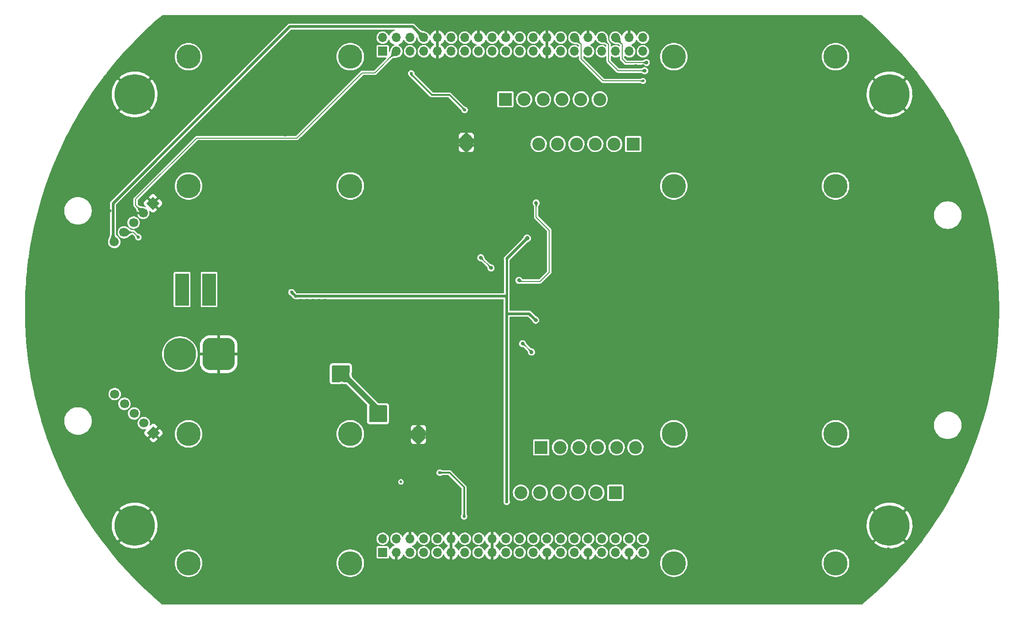
<source format=gbr>
%TF.GenerationSoftware,KiCad,Pcbnew,(6.0.9)*%
%TF.CreationDate,2023-02-19T12:57:16+02:00*%
%TF.ProjectId,Power,506f7765-722e-46b6-9963-61645f706362,rev?*%
%TF.SameCoordinates,Original*%
%TF.FileFunction,Copper,L1,Top*%
%TF.FilePolarity,Positive*%
%FSLAX46Y46*%
G04 Gerber Fmt 4.6, Leading zero omitted, Abs format (unit mm)*
G04 Created by KiCad (PCBNEW (6.0.9)) date 2023-02-19 12:57:16*
%MOMM*%
%LPD*%
G01*
G04 APERTURE LIST*
G04 Aperture macros list*
%AMRoundRect*
0 Rectangle with rounded corners*
0 $1 Rounding radius*
0 $2 $3 $4 $5 $6 $7 $8 $9 X,Y pos of 4 corners*
0 Add a 4 corners polygon primitive as box body*
4,1,4,$2,$3,$4,$5,$6,$7,$8,$9,$2,$3,0*
0 Add four circle primitives for the rounded corners*
1,1,$1+$1,$2,$3*
1,1,$1+$1,$4,$5*
1,1,$1+$1,$6,$7*
1,1,$1+$1,$8,$9*
0 Add four rect primitives between the rounded corners*
20,1,$1+$1,$2,$3,$4,$5,0*
20,1,$1+$1,$4,$5,$6,$7,0*
20,1,$1+$1,$6,$7,$8,$9,0*
20,1,$1+$1,$8,$9,$2,$3,0*%
%AMHorizOval*
0 Thick line with rounded ends*
0 $1 width*
0 $2 $3 position (X,Y) of the first rounded end (center of the circle)*
0 $4 $5 position (X,Y) of the second rounded end (center of the circle)*
0 Add line between two ends*
20,1,$1,$2,$3,$4,$5,0*
0 Add two circle primitives to create the rounded ends*
1,1,$1,$2,$3*
1,1,$1,$4,$5*%
%AMRotRect*
0 Rectangle, with rotation*
0 The origin of the aperture is its center*
0 $1 length*
0 $2 width*
0 $3 Rotation angle, in degrees counterclockwise*
0 Add horizontal line*
21,1,$1,$2,0,0,$3*%
G04 Aperture macros list end*
%TA.AperFunction,ComponentPad*%
%ADD10RotRect,1.700000X1.700000X315.000000*%
%TD*%
%TA.AperFunction,ComponentPad*%
%ADD11HorizOval,1.700000X0.000000X0.000000X0.000000X0.000000X0*%
%TD*%
%TA.AperFunction,ConnectorPad*%
%ADD12C,7.500000*%
%TD*%
%TA.AperFunction,ComponentPad*%
%ADD13C,4.700000*%
%TD*%
%TA.AperFunction,ComponentPad*%
%ADD14R,1.700000X1.700000*%
%TD*%
%TA.AperFunction,ComponentPad*%
%ADD15O,1.700000X1.700000*%
%TD*%
%TA.AperFunction,ComponentPad*%
%ADD16RotRect,1.700000X1.700000X225.000000*%
%TD*%
%TA.AperFunction,ComponentPad*%
%ADD17HorizOval,1.700000X0.000000X0.000000X0.000000X0.000000X0*%
%TD*%
%TA.AperFunction,ComponentPad*%
%ADD18RoundRect,1.500000X1.500000X1.500000X-1.500000X1.500000X-1.500000X-1.500000X1.500000X-1.500000X0*%
%TD*%
%TA.AperFunction,ComponentPad*%
%ADD19C,6.000000*%
%TD*%
%TA.AperFunction,ComponentPad*%
%ADD20R,2.500000X6.000000*%
%TD*%
%TA.AperFunction,SMDPad,CuDef*%
%ADD21C,0.500000*%
%TD*%
%TA.AperFunction,ComponentPad*%
%ADD22R,2.400000X2.400000*%
%TD*%
%TA.AperFunction,ComponentPad*%
%ADD23C,2.400000*%
%TD*%
%TA.AperFunction,WasherPad*%
%ADD24C,4.500000*%
%TD*%
%TA.AperFunction,ComponentPad*%
%ADD25C,0.500000*%
%TD*%
%TA.AperFunction,SMDPad,CuDef*%
%ADD26R,1.800000X2.500000*%
%TD*%
%TA.AperFunction,ViaPad*%
%ADD27C,0.600000*%
%TD*%
%TA.AperFunction,ViaPad*%
%ADD28C,0.700000*%
%TD*%
%TA.AperFunction,ViaPad*%
%ADD29C,0.800000*%
%TD*%
%TA.AperFunction,ViaPad*%
%ADD30C,0.500000*%
%TD*%
%TA.AperFunction,Conductor*%
%ADD31C,1.000000*%
%TD*%
%TA.AperFunction,Conductor*%
%ADD32C,0.200000*%
%TD*%
%TA.AperFunction,Conductor*%
%ADD33C,0.500000*%
%TD*%
%TA.AperFunction,Conductor*%
%ADD34C,0.300000*%
%TD*%
%TA.AperFunction,Conductor*%
%ADD35C,0.450000*%
%TD*%
G04 APERTURE END LIST*
D10*
%TO.P,J8,1,Pin_1*%
%TO.N,GND*%
X48400000Y-85200000D03*
D11*
%TO.P,J8,2,Pin_2*%
%TO.N,INT*%
X46603949Y-86996051D03*
%TO.P,J8,3,Pin_3*%
%TO.N,SCL*%
X44807898Y-88792102D03*
%TO.P,J8,4,Pin_4*%
%TO.N,SDA*%
X43011846Y-90588154D03*
%TO.P,J8,5,Pin_5*%
%TO.N,+3V3*%
X41215795Y-92384205D03*
%TD*%
D12*
%TO.P,H3,1,1*%
%TO.N,GND*%
X45000000Y-65000000D03*
D13*
X45000000Y-65000000D03*
%TD*%
%TO.P,H1,1,1*%
%TO.N,GND*%
X185000000Y-145000000D03*
D12*
X185000000Y-145000000D03*
%TD*%
%TO.P,H4,1,1*%
%TO.N,GND*%
X45000000Y-145000000D03*
D13*
X45000000Y-145000000D03*
%TD*%
D14*
%TO.P,J6,1,Pin_1*%
%TO.N,SCL*%
X91000000Y-57000000D03*
D15*
%TO.P,J6,2,Pin_2*%
%TO.N,SDA*%
X91000000Y-54460000D03*
%TO.P,J6,3,Pin_3*%
%TO.N,INT*%
X93540000Y-57000000D03*
%TO.P,J6,4,Pin_4*%
%TO.N,GND*%
X93540000Y-54460000D03*
%TO.P,J6,5,Pin_5*%
%TO.N,+3V3*%
X96080000Y-57000000D03*
%TO.P,J6,6,Pin_6*%
X96080000Y-54460000D03*
%TO.P,J6,7,Pin_7*%
X98620000Y-57000000D03*
%TO.P,J6,8,Pin_8*%
X98620000Y-54460000D03*
%TO.P,J6,9,Pin_9*%
%TO.N,GND*%
X101160000Y-57000000D03*
%TO.P,J6,10,Pin_10*%
X101160000Y-54460000D03*
%TO.P,J6,11,Pin_11*%
%TO.N,unconnected-(J6-Pad11)*%
X103700000Y-57000000D03*
%TO.P,J6,12,Pin_12*%
%TO.N,unconnected-(J6-Pad12)*%
X103700000Y-54460000D03*
%TO.P,J6,13,Pin_13*%
%TO.N,unconnected-(J6-Pad13)*%
X106240000Y-57000000D03*
%TO.P,J6,14,Pin_14*%
%TO.N,unconnected-(J6-Pad14)*%
X106240000Y-54460000D03*
%TO.P,J6,15,Pin_15*%
%TO.N,/yellow_2*%
X108780000Y-57000000D03*
%TO.P,J6,16,Pin_16*%
%TO.N,GND*%
X108780000Y-54460000D03*
%TO.P,J6,17,Pin_17*%
%TO.N,/Green_2*%
X111320000Y-57000000D03*
%TO.P,J6,18,Pin_18*%
%TO.N,unconnected-(J6-Pad18)*%
X111320000Y-54460000D03*
%TO.P,J6,19,Pin_19*%
%TO.N,/Blue_2*%
X113860000Y-57000000D03*
%TO.P,J6,20,Pin_20*%
%TO.N,GND*%
X113860000Y-54460000D03*
%TO.P,J6,21,Pin_21*%
%TO.N,/Black_2*%
X116400000Y-57000000D03*
%TO.P,J6,22,Pin_22*%
%TO.N,unconnected-(J6-Pad22)*%
X116400000Y-54460000D03*
%TO.P,J6,23,Pin_23*%
%TO.N,unconnected-(J6-Pad23)*%
X118940000Y-57000000D03*
%TO.P,J6,24,Pin_24*%
%TO.N,unconnected-(J6-Pad24)*%
X118940000Y-54460000D03*
%TO.P,J6,25,Pin_25*%
%TO.N,GND*%
X121480000Y-57000000D03*
%TO.P,J6,26,Pin_26*%
X121480000Y-54460000D03*
%TO.P,J6,27,Pin_27*%
%TO.N,/yellow_1*%
X124020000Y-57000000D03*
%TO.P,J6,28,Pin_28*%
%TO.N,unconnected-(J6-Pad28)*%
X124020000Y-54460000D03*
%TO.P,J6,29,Pin_29*%
%TO.N,/Green_1*%
X126560000Y-57000000D03*
%TO.P,J6,30,Pin_30*%
%TO.N,STBY_1*%
X126560000Y-54460000D03*
%TO.P,J6,31,Pin_31*%
%TO.N,/Blue_1*%
X129100000Y-57000000D03*
%TO.P,J6,32,Pin_32*%
%TO.N,GND*%
X129100000Y-54460000D03*
%TO.P,J6,33,Pin_33*%
%TO.N,/Black_1*%
X131640000Y-57000000D03*
%TO.P,J6,34,Pin_34*%
%TO.N,BIN1_1*%
X131640000Y-54460000D03*
%TO.P,J6,35,Pin_35*%
%TO.N,PWMA_1*%
X134180000Y-57000000D03*
%TO.P,J6,36,Pin_36*%
%TO.N,BIN2_1*%
X134180000Y-54460000D03*
%TO.P,J6,37,Pin_37*%
%TO.N,AIN2_1*%
X136720000Y-57000000D03*
%TO.P,J6,38,Pin_38*%
%TO.N,GND*%
X136720000Y-54460000D03*
%TO.P,J6,39,Pin_39*%
%TO.N,AIN1_1*%
X139260000Y-57000000D03*
%TO.P,J6,40,Pin_40*%
%TO.N,PWMB_1*%
X139260000Y-54460000D03*
%TD*%
D16*
%TO.P,J9,1,Pin_1*%
%TO.N,GND*%
X48500000Y-127800000D03*
D17*
%TO.P,J9,2,Pin_2*%
%TO.N,INT2*%
X46703949Y-126003949D03*
%TO.P,J9,3,Pin_3*%
%TO.N,SCL*%
X44907898Y-124207898D03*
%TO.P,J9,4,Pin_4*%
%TO.N,SDA*%
X43111846Y-122411846D03*
%TO.P,J9,5,Pin_5*%
%TO.N,+3V3*%
X41315795Y-120615795D03*
%TD*%
D13*
%TO.P,H2,1,1*%
%TO.N,GND*%
X185000000Y-65000000D03*
D12*
X185000000Y-65000000D03*
%TD*%
D14*
%TO.P,J7,1,Pin_1*%
%TO.N,INT2*%
X91000000Y-150000000D03*
D15*
%TO.P,J7,2,Pin_2*%
%TO.N,PWMB_2*%
X91000000Y-147460000D03*
%TO.P,J7,3,Pin_3*%
%TO.N,GND*%
X93540000Y-150000000D03*
%TO.P,J7,4,Pin_4*%
%TO.N,BIN2_2*%
X93540000Y-147460000D03*
%TO.P,J7,5,Pin_5*%
%TO.N,BIN1_2*%
X96080000Y-150000000D03*
%TO.P,J7,6,Pin_6*%
%TO.N,GND*%
X96080000Y-147460000D03*
%TO.P,J7,7,Pin_7*%
%TO.N,STBY_2*%
X98620000Y-150000000D03*
%TO.P,J7,8,Pin_8*%
%TO.N,AIN1_2*%
X98620000Y-147460000D03*
%TO.P,J7,9,Pin_9*%
%TO.N,AIN2_2*%
X101160000Y-150000000D03*
%TO.P,J7,10,Pin_10*%
%TO.N,PWMA_2*%
X101160000Y-147460000D03*
%TO.P,J7,11,Pin_11*%
%TO.N,GND*%
X103700000Y-150000000D03*
%TO.P,J7,12,Pin_12*%
X103700000Y-147460000D03*
%TO.P,J7,13,Pin_13*%
%TO.N,+5V*%
X106240000Y-150000000D03*
%TO.P,J7,14,Pin_14*%
X106240000Y-147460000D03*
%TO.P,J7,15,Pin_15*%
X108780000Y-150000000D03*
%TO.P,J7,16,Pin_16*%
X108780000Y-147460000D03*
%TO.P,J7,17,Pin_17*%
%TO.N,GND*%
X111320000Y-150000000D03*
%TO.P,J7,18,Pin_18*%
X111320000Y-147460000D03*
%TO.P,J7,19,Pin_19*%
%TO.N,unconnected-(J7-Pad19)*%
X113860000Y-150000000D03*
%TO.P,J7,20,Pin_20*%
%TO.N,unconnected-(J7-Pad20)*%
X113860000Y-147460000D03*
%TO.P,J7,21,Pin_21*%
%TO.N,unconnected-(J7-Pad21)*%
X116400000Y-150000000D03*
%TO.P,J7,22,Pin_22*%
%TO.N,unconnected-(J7-Pad22)*%
X116400000Y-147460000D03*
%TO.P,J7,23,Pin_23*%
%TO.N,unconnected-(J7-Pad23)*%
X118940000Y-150000000D03*
%TO.P,J7,24,Pin_24*%
%TO.N,unconnected-(J7-Pad24)*%
X118940000Y-147460000D03*
%TO.P,J7,25,Pin_25*%
%TO.N,GND*%
X121480000Y-150000000D03*
%TO.P,J7,26,Pin_26*%
%TO.N,/yellow_4*%
X121480000Y-147460000D03*
%TO.P,J7,27,Pin_27*%
%TO.N,unconnected-(J7-Pad27)*%
X124020000Y-150000000D03*
%TO.P,J7,28,Pin_28*%
%TO.N,/Green_4*%
X124020000Y-147460000D03*
%TO.P,J7,29,Pin_29*%
%TO.N,unconnected-(J7-Pad29)*%
X126560000Y-150000000D03*
%TO.P,J7,30,Pin_30*%
%TO.N,/Blue_4*%
X126560000Y-147460000D03*
%TO.P,J7,31,Pin_31*%
%TO.N,GND*%
X129100000Y-150000000D03*
%TO.P,J7,32,Pin_32*%
%TO.N,/Black_4*%
X129100000Y-147460000D03*
%TO.P,J7,33,Pin_33*%
%TO.N,unconnected-(J7-Pad33)*%
X131640000Y-150000000D03*
%TO.P,J7,34,Pin_34*%
%TO.N,/yellow_3*%
X131640000Y-147460000D03*
%TO.P,J7,35,Pin_35*%
%TO.N,unconnected-(J7-Pad35)*%
X134180000Y-150000000D03*
%TO.P,J7,36,Pin_36*%
%TO.N,/Green_3*%
X134180000Y-147460000D03*
%TO.P,J7,37,Pin_37*%
%TO.N,GND*%
X136720000Y-150000000D03*
%TO.P,J7,38,Pin_38*%
%TO.N,/Blue_3*%
X136720000Y-147460000D03*
%TO.P,J7,39,Pin_39*%
%TO.N,unconnected-(J7-Pad39)*%
X139260000Y-150000000D03*
%TO.P,J7,40,Pin_40*%
%TO.N,/Black_3*%
X139260000Y-147460000D03*
%TD*%
D18*
%TO.P,J1,1,Pin_1*%
%TO.N,GND*%
X60600000Y-113200000D03*
D19*
%TO.P,J1,2,Pin_2*%
%TO.N,Net-(F1-Pad1)*%
X53400000Y-113200000D03*
%TD*%
D20*
%TO.P,SW1,1,A*%
%TO.N,/in*%
X53800000Y-101200000D03*
%TO.P,SW1,2,B*%
%TO.N,Net-(C1-Pad2)*%
X58800000Y-101200000D03*
%TD*%
D21*
%TO.P,FID1,*%
%TO.N,*%
X94400000Y-136900000D03*
%TD*%
D22*
%TO.P,J3,1,Pin_1*%
%TO.N,/AO1_1*%
X113750000Y-65900000D03*
D23*
%TO.P,J3,2,Pin_2*%
%TO.N,/AO2_1*%
X117250000Y-65900000D03*
%TO.P,J3,3,Pin_3*%
%TO.N,/yellow_2*%
X120750000Y-65900000D03*
%TO.P,J3,4,Pin_4*%
%TO.N,/Green_2*%
X124250000Y-65900000D03*
%TO.P,J3,5,Pin_5*%
%TO.N,/Blue_2*%
X127750000Y-65900000D03*
%TO.P,J3,6,Pin_6*%
%TO.N,/Black_2*%
X131250000Y-65900000D03*
%TD*%
D22*
%TO.P,J5,1,Pin_1*%
%TO.N,/Black_4*%
X134150000Y-138900000D03*
D23*
%TO.P,J5,2,Pin_2*%
%TO.N,/Blue_4*%
X130650000Y-138900000D03*
%TO.P,J5,3,Pin_3*%
%TO.N,/Green_4*%
X127150000Y-138900000D03*
%TO.P,J5,4,Pin_4*%
%TO.N,/yellow_4*%
X123650000Y-138900000D03*
%TO.P,J5,5,Pin_5*%
%TO.N,/BO2_2*%
X120150000Y-138900000D03*
%TO.P,J5,6,Pin_6*%
%TO.N,/BO1_2*%
X116650000Y-138900000D03*
%TD*%
D24*
%TO.P,H6,*%
%TO.N,*%
X175000000Y-58000000D03*
X145000000Y-58000000D03*
X175000000Y-82000000D03*
X145000000Y-82000000D03*
%TD*%
D25*
%TO.P,U4,9,Thermal*%
%TO.N,GND*%
X105875000Y-72895000D03*
X107175000Y-72895000D03*
X107175000Y-74895000D03*
X107175000Y-73895000D03*
D26*
X106525000Y-73895000D03*
D25*
X105875000Y-73895000D03*
X105875000Y-74895000D03*
%TD*%
D22*
%TO.P,J4,1,Pin_1*%
%TO.N,/AO2_2*%
X120400000Y-130500000D03*
D23*
%TO.P,J4,2,Pin_2*%
%TO.N,/AO1_2*%
X123900000Y-130500000D03*
%TO.P,J4,3,Pin_3*%
%TO.N,/yellow_3*%
X127400000Y-130500000D03*
%TO.P,J4,4,Pin_4*%
%TO.N,/Green_3*%
X130900000Y-130500000D03*
%TO.P,J4,5,Pin_5*%
%TO.N,/Blue_3*%
X134400000Y-130500000D03*
%TO.P,J4,6,Pin_6*%
%TO.N,/Black_3*%
X137900000Y-130500000D03*
%TD*%
D22*
%TO.P,J2,1,Pin_1*%
%TO.N,/Black_1*%
X137450000Y-74200000D03*
D23*
%TO.P,J2,2,Pin_2*%
%TO.N,/Blue_1*%
X133950000Y-74200000D03*
%TO.P,J2,3,Pin_3*%
%TO.N,/Green_1*%
X130450000Y-74200000D03*
%TO.P,J2,4,Pin_4*%
%TO.N,/yellow_1*%
X126950000Y-74200000D03*
%TO.P,J2,5,Pin_5*%
%TO.N,/BO1_1*%
X123450000Y-74200000D03*
%TO.P,J2,6,Pin_6*%
%TO.N,/BO2_1*%
X119950000Y-74200000D03*
%TD*%
D24*
%TO.P,H8,*%
%TO.N,*%
X85000000Y-152000000D03*
X55000000Y-128000000D03*
X85000000Y-128000000D03*
X55000000Y-152000000D03*
%TD*%
%TO.P,H5,*%
%TO.N,*%
X55000000Y-82000000D03*
X55000000Y-58000000D03*
X85000000Y-82000000D03*
X85000000Y-58000000D03*
%TD*%
D26*
%TO.P,U3,9,Thermal*%
%TO.N,GND*%
X97625000Y-128100000D03*
D25*
X96975000Y-127100000D03*
X98275000Y-127100000D03*
X96975000Y-128100000D03*
X98275000Y-128100000D03*
X96975000Y-129100000D03*
X98275000Y-129100000D03*
%TD*%
D24*
%TO.P,H7,*%
%TO.N,*%
X145000000Y-128000000D03*
X175000000Y-128000000D03*
X175000000Y-152000000D03*
X145000000Y-152000000D03*
%TD*%
D27*
%TO.N,GND*%
X202543458Y-122280899D03*
X202601123Y-119354036D03*
X202568075Y-117430956D03*
X202147479Y-113945503D03*
X202130588Y-112011355D03*
X202359474Y-109480285D03*
X202546666Y-106387682D03*
X202178223Y-104356668D03*
X201998522Y-101563657D03*
X202325357Y-99667159D03*
X201966321Y-97491029D03*
X202925168Y-94431684D03*
X202326226Y-91649953D03*
X202459854Y-89443426D03*
X202079503Y-86821965D03*
X200237958Y-129451236D03*
X199479042Y-127103317D03*
X199597039Y-123975694D03*
X199680761Y-121964162D03*
X200517022Y-119676808D03*
X200169563Y-117104807D03*
X199491501Y-114784018D03*
X199491526Y-112021469D03*
X199959287Y-109643309D03*
X200289038Y-107287638D03*
X200107437Y-104103202D03*
X200350083Y-101690998D03*
X199429433Y-98912542D03*
X199735239Y-97482956D03*
X200056085Y-94874635D03*
X200088718Y-91914578D03*
X200231328Y-89283624D03*
X199522775Y-86697633D03*
X199905798Y-84764191D03*
X199585663Y-81521525D03*
X200087612Y-79765839D03*
X197279183Y-134520452D03*
X197629305Y-131394693D03*
X197896237Y-129437737D03*
X197130523Y-121618725D03*
X197091699Y-119754828D03*
X197892702Y-116640438D03*
X197601728Y-114266961D03*
X197536400Y-111678371D03*
X196908807Y-109069325D03*
X197970100Y-106487174D03*
X197171491Y-104479910D03*
X197260062Y-101905881D03*
X197698671Y-99887088D03*
X196845240Y-97115415D03*
X196867757Y-94757864D03*
X197956535Y-92272304D03*
X197508812Y-84483248D03*
X197779023Y-82393666D03*
X197290493Y-79345826D03*
X197927989Y-76815151D03*
X196844651Y-74715406D03*
X195198934Y-140107260D03*
X194315539Y-137287513D03*
X195086587Y-135098061D03*
X194951060Y-132052578D03*
X194965709Y-129461685D03*
X194718080Y-122281573D03*
X194655943Y-119164943D03*
X195154162Y-117140066D03*
X194584027Y-114470475D03*
X195354286Y-112615899D03*
X194960832Y-109582240D03*
X195392045Y-107107434D03*
X195489434Y-104601868D03*
X194717445Y-102133985D03*
X195075828Y-99693180D03*
X195427565Y-97187394D03*
X194565992Y-94232451D03*
X194713052Y-91838680D03*
X195039444Y-81438324D03*
X195310692Y-79697570D03*
X194952252Y-77051208D03*
X195357369Y-75089517D03*
X195299598Y-71578760D03*
X195266484Y-69043143D03*
X191940751Y-144316782D03*
X191856375Y-142301044D03*
X192701812Y-138968916D03*
X192636065Y-137307452D03*
X191950165Y-134102434D03*
X191980956Y-132211098D03*
X192636032Y-129588357D03*
X192347871Y-126823828D03*
X192659338Y-124216489D03*
X192128380Y-122201369D03*
X192502384Y-119131954D03*
X192761638Y-116590271D03*
X192066858Y-114638659D03*
X192914856Y-111807160D03*
X192824333Y-109422658D03*
X191885982Y-106951959D03*
X191932679Y-104790345D03*
X192571087Y-102570118D03*
X192542958Y-99040685D03*
X192942349Y-96674532D03*
X192850564Y-94799075D03*
X192791730Y-92127072D03*
X192656046Y-89614580D03*
X192234294Y-87040911D03*
X192220186Y-84643537D03*
X192989360Y-82578412D03*
X192593683Y-80085721D03*
X192006093Y-76692917D03*
X192286078Y-74585361D03*
X192351192Y-71453068D03*
X191940004Y-69461778D03*
X192402086Y-67346741D03*
X190173444Y-147387104D03*
X190093224Y-144431386D03*
X189654862Y-142215469D03*
X190031802Y-139780867D03*
X189891727Y-136512801D03*
X190189707Y-134920432D03*
X189412646Y-132382824D03*
X189850535Y-129552288D03*
X189829044Y-126405377D03*
X190441899Y-124314051D03*
X189776509Y-121648584D03*
X190458534Y-119163814D03*
X189623389Y-116612618D03*
X189978507Y-114039984D03*
X189741281Y-112387810D03*
X190517927Y-110108581D03*
X189599243Y-107067096D03*
X189539129Y-104952794D03*
X190209319Y-101511928D03*
X189744506Y-99849624D03*
X189983653Y-96770840D03*
X190353629Y-94589967D03*
X190225223Y-92307884D03*
X190400191Y-88971529D03*
X189526255Y-87331183D03*
X189568838Y-83920016D03*
X189304948Y-81878770D03*
X190268449Y-79578721D03*
X190474879Y-77590176D03*
X190133570Y-74343165D03*
X190235972Y-71942031D03*
X190290498Y-69573670D03*
X190054566Y-66678218D03*
X189422763Y-64878700D03*
X189829186Y-61936630D03*
X187136830Y-148990133D03*
X187592009Y-139557802D03*
X187322401Y-136889447D03*
X187552727Y-134963658D03*
X187560720Y-131417193D03*
X187539865Y-130127068D03*
X187085415Y-127590322D03*
X187960342Y-124337098D03*
X187382162Y-121880969D03*
X187284965Y-118979186D03*
X187019612Y-116407614D03*
X187266244Y-114067432D03*
X187551884Y-111924825D03*
X187459311Y-109606814D03*
X186932021Y-107248263D03*
X187283765Y-104012276D03*
X186914215Y-101670320D03*
X187384895Y-100046505D03*
X187415731Y-97310627D03*
X187796124Y-94865960D03*
X187817881Y-91471033D03*
X186969676Y-89736796D03*
X187172727Y-87487692D03*
X187319798Y-84669800D03*
X187585434Y-82455165D03*
X187839050Y-79227682D03*
X187600586Y-76909630D03*
X187365681Y-75076433D03*
X187286788Y-72065973D03*
X187414707Y-69014482D03*
X187703944Y-60068351D03*
X184840157Y-152152661D03*
X184814224Y-149309207D03*
X184744070Y-138917526D03*
X185410911Y-136523438D03*
X185278251Y-134273778D03*
X185448001Y-131402143D03*
X185458088Y-129585366D03*
X185115324Y-126400007D03*
X185193448Y-124702223D03*
X185154518Y-122516870D03*
X184840646Y-119818190D03*
X184924655Y-117230692D03*
X184964320Y-114539657D03*
X184525024Y-112613321D03*
X184462298Y-109533842D03*
X184898158Y-107213126D03*
X184536163Y-103898477D03*
X184815873Y-101665034D03*
X184495106Y-98952168D03*
X185070833Y-96976526D03*
X184933678Y-94494806D03*
X184828543Y-91854460D03*
X185377461Y-88980835D03*
X184768041Y-86691404D03*
X184769039Y-84378044D03*
X184668601Y-82491450D03*
X185548216Y-79030588D03*
X184363025Y-76499638D03*
X185226218Y-75007830D03*
X184829324Y-71939753D03*
X185273995Y-69797024D03*
X184428234Y-59816055D03*
X184553612Y-56763636D03*
X182448914Y-155013613D03*
X182273292Y-151687570D03*
X182511061Y-149538200D03*
X182460154Y-139878585D03*
X182672202Y-137050697D03*
X182841000Y-134635399D03*
X182144793Y-131651083D03*
X181848102Y-129593322D03*
X182280031Y-127061899D03*
X182226562Y-124558934D03*
X182831514Y-122455445D03*
X182952587Y-119974696D03*
X182115886Y-117242195D03*
X182620674Y-114598062D03*
X182226743Y-112535959D03*
X182250313Y-110103642D03*
X182379429Y-106976916D03*
X182531089Y-105078879D03*
X182306258Y-102578339D03*
X182384404Y-98984980D03*
X182714219Y-96620864D03*
X181846641Y-95037127D03*
X182097495Y-92186840D03*
X182504764Y-89336364D03*
X182674175Y-87196948D03*
X182567285Y-84798623D03*
X182439037Y-81926026D03*
X183003219Y-79956940D03*
X182140400Y-76894363D03*
X182807803Y-75076236D03*
X182544958Y-71948563D03*
X182604528Y-68957110D03*
X182447058Y-58951513D03*
X182822446Y-56875696D03*
X182546313Y-55030614D03*
X180340228Y-156557663D03*
X180036825Y-155027376D03*
X180442546Y-151426422D03*
X179433367Y-149826259D03*
X179393280Y-147044107D03*
X179386742Y-144311702D03*
X179562079Y-142578150D03*
X179644640Y-139835768D03*
X179759097Y-136741829D03*
X179427508Y-134218144D03*
X179917220Y-131535541D03*
X179705003Y-129718270D03*
X179760808Y-126681083D03*
X179571466Y-124405995D03*
X179317125Y-122381218D03*
X180061951Y-118936167D03*
X179881486Y-116781421D03*
X179545340Y-114988721D03*
X179309345Y-111677146D03*
X179455018Y-109751551D03*
X179861016Y-107554885D03*
X179878851Y-104581063D03*
X179714956Y-101460846D03*
X180251542Y-100027752D03*
X180453304Y-97340235D03*
X180441578Y-94309758D03*
X179317864Y-91869777D03*
X180525268Y-89183421D03*
X180251321Y-86952934D03*
X180000566Y-84946787D03*
X180175224Y-82389019D03*
X180030777Y-79470927D03*
X179557918Y-77388587D03*
X179642303Y-73925554D03*
X179632861Y-71798870D03*
X179376071Y-69787573D03*
X180477101Y-67080836D03*
X179331927Y-64538514D03*
X179485528Y-61529579D03*
X179986872Y-59238825D03*
X180081351Y-57067704D03*
X179695176Y-54990873D03*
X180206510Y-52100667D03*
X177740639Y-157089137D03*
X177614951Y-155124664D03*
X177866029Y-149171654D03*
X176917577Y-146988827D03*
X177648465Y-144510224D03*
X177572828Y-141909180D03*
X177293326Y-139948094D03*
X177304868Y-136513774D03*
X177421960Y-134868087D03*
X177383450Y-131509575D03*
X177404918Y-124796583D03*
X177280844Y-121801377D03*
X177323766Y-118995686D03*
X177608053Y-117098187D03*
X177398167Y-114294296D03*
X177966256Y-112132819D03*
X177966501Y-109021145D03*
X177292041Y-107250196D03*
X177973018Y-104637260D03*
X177459425Y-102348495D03*
X177885614Y-99319661D03*
X177907501Y-96607956D03*
X177120492Y-95000676D03*
X177838407Y-92307504D03*
X177553604Y-89494361D03*
X177948097Y-86818824D03*
X177374215Y-84534170D03*
X177883868Y-78957307D03*
X177561970Y-77066700D03*
X177930355Y-74394692D03*
X177005146Y-72356211D03*
X177424125Y-69529047D03*
X177426932Y-67044325D03*
X177662498Y-65018774D03*
X177204816Y-61978530D03*
X177375042Y-54385322D03*
X177258687Y-52022738D03*
X174812027Y-157510964D03*
X175079528Y-147143618D03*
X174686838Y-144037189D03*
X174375542Y-142000230D03*
X174759270Y-139983764D03*
X174490152Y-136899846D03*
X174536777Y-133881959D03*
X174542465Y-132474218D03*
X175140774Y-123995653D03*
X174324362Y-122504459D03*
X174689023Y-119788535D03*
X175204898Y-116694170D03*
X175118365Y-114939572D03*
X174744973Y-112191201D03*
X175531486Y-109775506D03*
X174995706Y-107055901D03*
X174456636Y-103949073D03*
X174383975Y-102220910D03*
X175534710Y-99494796D03*
X174888341Y-96633601D03*
X174780243Y-94954478D03*
X175026569Y-92113416D03*
X175312848Y-89118800D03*
X174771178Y-86646435D03*
X175380881Y-77334127D03*
X174603296Y-74279883D03*
X174696915Y-72316535D03*
X175157391Y-69613281D03*
X174841360Y-66391609D03*
X175164551Y-64002109D03*
X175373665Y-62574531D03*
X175350627Y-54961859D03*
X174774821Y-52540545D03*
X172163564Y-156467406D03*
X172287887Y-155107897D03*
X171992118Y-149060678D03*
X171960019Y-147171308D03*
X172889740Y-143953961D03*
X172127835Y-142145385D03*
X172691439Y-139070519D03*
X173027765Y-136404267D03*
X171932180Y-133905129D03*
X171839425Y-131835275D03*
X172084872Y-124843621D03*
X172200487Y-121384355D03*
X172631959Y-119765960D03*
X171803791Y-116473889D03*
X172312738Y-115030280D03*
X172225656Y-112146925D03*
X172118391Y-109037952D03*
X172113476Y-106980281D03*
X172815231Y-104870689D03*
X172378292Y-101646457D03*
X173041630Y-99657652D03*
X172407205Y-97208173D03*
X171829547Y-94168497D03*
X172206311Y-91519624D03*
X172855701Y-89995711D03*
X172999765Y-87108118D03*
X172081157Y-84428525D03*
X172904176Y-79429292D03*
X172325536Y-76772368D03*
X171804487Y-74236954D03*
X172567361Y-71673939D03*
X172717539Y-69516900D03*
X173048479Y-67582811D03*
X172867667Y-64934008D03*
X171805379Y-61696471D03*
X172699555Y-54716991D03*
X172925473Y-51932006D03*
X169381865Y-157397779D03*
X170088749Y-154279947D03*
X169414789Y-151437855D03*
X169332486Y-148990233D03*
X169452295Y-146697137D03*
X170213974Y-144637981D03*
X170433348Y-141709518D03*
X169421757Y-139014068D03*
X170512680Y-137270909D03*
X169306914Y-134493605D03*
X170417283Y-132294371D03*
X170090406Y-129983610D03*
X170047608Y-126977572D03*
X169329886Y-123987353D03*
X169932599Y-122590631D03*
X170076711Y-119200988D03*
X170385839Y-116997739D03*
X169536104Y-114644258D03*
X169406309Y-111468335D03*
X169565154Y-109531560D03*
X170345703Y-106608513D03*
X169663144Y-104196271D03*
X169571480Y-102522623D03*
X170452708Y-99683846D03*
X170458368Y-97546885D03*
X169497467Y-94770101D03*
X170081719Y-92305701D03*
X170428172Y-89504329D03*
X169732199Y-86389710D03*
X169714090Y-83976326D03*
X169792707Y-82290111D03*
X169704036Y-79123386D03*
X170096160Y-76865153D03*
X169901820Y-74858117D03*
X169674290Y-72260447D03*
X169379085Y-69897805D03*
X170045967Y-66725525D03*
X170326044Y-65116225D03*
X169439456Y-62422962D03*
X169627715Y-59723512D03*
X170269520Y-56840385D03*
X169417564Y-54904851D03*
X169471958Y-52551697D03*
X167554332Y-157062105D03*
X167762084Y-154524555D03*
X167071717Y-152073280D03*
X168008730Y-149963260D03*
X167327677Y-146693717D03*
X167203654Y-145033136D03*
X167910007Y-141422870D03*
X167986114Y-139144984D03*
X167136380Y-136567125D03*
X167329294Y-133893867D03*
X167490245Y-131993703D03*
X166955176Y-129290154D03*
X167792977Y-126813110D03*
X167592987Y-125002730D03*
X167380972Y-121827146D03*
X167599293Y-120021731D03*
X167079438Y-117253629D03*
X167274742Y-114002466D03*
X166804429Y-112316423D03*
X166819109Y-108948220D03*
X167901644Y-107072229D03*
X167013208Y-104553736D03*
X167467815Y-101863351D03*
X167049097Y-99772247D03*
X167581926Y-97064502D03*
X167780731Y-95087219D03*
X166921647Y-92136920D03*
X167186222Y-89714471D03*
X167943923Y-86836543D03*
X167223676Y-84063629D03*
X166958130Y-81417270D03*
X167451744Y-79867235D03*
X167823895Y-76849796D03*
X167434624Y-74671024D03*
X166823841Y-71890283D03*
X168043490Y-69588947D03*
X167046639Y-67514169D03*
X167018012Y-64396660D03*
X166852167Y-61459455D03*
X166933954Y-59065074D03*
X166888860Y-57563839D03*
X166880593Y-54963059D03*
X167493190Y-52595735D03*
X165085440Y-157245313D03*
X165239618Y-154078225D03*
X165248868Y-152032172D03*
X164664583Y-149159410D03*
X165470379Y-147139206D03*
X165500798Y-143941788D03*
X164400592Y-141699699D03*
X164960117Y-139817880D03*
X164946376Y-137140917D03*
X165168192Y-134724008D03*
X164946523Y-132571970D03*
X164455814Y-129535473D03*
X164757234Y-127244443D03*
X165353932Y-123882761D03*
X164997258Y-122387787D03*
X164986618Y-119150926D03*
X164917491Y-117245228D03*
X165084828Y-113912039D03*
X164601650Y-112598171D03*
X164736461Y-109542582D03*
X164649896Y-107441806D03*
X164479117Y-104733692D03*
X164914900Y-101750511D03*
X165123352Y-99086485D03*
X164558605Y-96383860D03*
X164516366Y-94962407D03*
X164928538Y-92043943D03*
X165465221Y-88924163D03*
X164350738Y-87470794D03*
X164948048Y-83935101D03*
X165326026Y-82527524D03*
X165110105Y-80081465D03*
X164640322Y-76783097D03*
X164853561Y-75045659D03*
X165304987Y-72089823D03*
X164352432Y-69064332D03*
X165294549Y-66798600D03*
X164787305Y-65056937D03*
X165304017Y-62622567D03*
X165057471Y-60126240D03*
X164919525Y-56834908D03*
X164750488Y-54602484D03*
X164667981Y-51975811D03*
X162743819Y-157486905D03*
X162226928Y-154521326D03*
X162115043Y-151589726D03*
X162368169Y-149676992D03*
X162557247Y-146986808D03*
X162142476Y-144252960D03*
X162378776Y-142406266D03*
X162645612Y-139036140D03*
X162510708Y-136462410D03*
X162559315Y-134093609D03*
X162202801Y-132448792D03*
X162736537Y-129699207D03*
X162339865Y-126798830D03*
X162336381Y-124888332D03*
X162501625Y-122286383D03*
X162010859Y-119294661D03*
X162637031Y-116411144D03*
X162085617Y-114797411D03*
X162545117Y-111670145D03*
X162180192Y-109014417D03*
X162797672Y-106522636D03*
X161828174Y-104503742D03*
X162157220Y-102604662D03*
X161929124Y-99694682D03*
X162672259Y-96605285D03*
X161872874Y-94468348D03*
X162609360Y-92496664D03*
X162921364Y-89380266D03*
X162405683Y-87549595D03*
X162752134Y-84218328D03*
X162756843Y-82079059D03*
X161878175Y-79071381D03*
X162549238Y-77366387D03*
X162547273Y-73986064D03*
X162850164Y-71836748D03*
X162210645Y-69193699D03*
X162343635Y-66614116D03*
X162701887Y-64562715D03*
X163019103Y-61738887D03*
X161972731Y-60118991D03*
X162451307Y-57259013D03*
X161803052Y-54475270D03*
X162190648Y-51542400D03*
X160470839Y-156894201D03*
X159428029Y-153897059D03*
X159697096Y-152612869D03*
X159724504Y-149682016D03*
X160182167Y-147436094D03*
X160260004Y-143986313D03*
X159410103Y-141555385D03*
X159903376Y-139622724D03*
X159849787Y-137582852D03*
X160358477Y-134107833D03*
X160264516Y-131693713D03*
X159433272Y-128904168D03*
X159735856Y-126567018D03*
X159355790Y-124050457D03*
X160111826Y-122559549D03*
X159671656Y-119855326D03*
X160172328Y-116920170D03*
X159690092Y-114240633D03*
X160069253Y-112590768D03*
X159928921Y-108950227D03*
X160391952Y-106754467D03*
X160119648Y-105005627D03*
X159582453Y-101827189D03*
X160494616Y-99861509D03*
X159357313Y-97524096D03*
X159397372Y-94606845D03*
X159800995Y-92346089D03*
X159892279Y-89198208D03*
X160273290Y-87599954D03*
X160291162Y-83988642D03*
X160056186Y-81871462D03*
X159721915Y-78925347D03*
X160095203Y-76415660D03*
X160366429Y-74950623D03*
X160247587Y-71612548D03*
X159439162Y-69481783D03*
X159646024Y-67553250D03*
X160408429Y-64439319D03*
X160360681Y-62137746D03*
X159384692Y-59684924D03*
X159700482Y-57526433D03*
X160531042Y-54827710D03*
X160160718Y-52377665D03*
X157713864Y-157391587D03*
X157704609Y-154268409D03*
X157642476Y-151828548D03*
X157653151Y-149587563D03*
X157398697Y-146599247D03*
X156813288Y-144974642D03*
X158033449Y-142294349D03*
X157860967Y-139941430D03*
X157980992Y-136953479D03*
X156925871Y-134922973D03*
X157899848Y-132140799D03*
X157910549Y-129650046D03*
X157446038Y-127239465D03*
X157557041Y-124765240D03*
X158014519Y-122198289D03*
X157704634Y-118935903D03*
X157043609Y-117569452D03*
X156831068Y-114984839D03*
X157794239Y-112092152D03*
X158043968Y-109760563D03*
X157503209Y-107034627D03*
X157599121Y-104989339D03*
X156992612Y-101685626D03*
X157765099Y-100129822D03*
X157000358Y-97357986D03*
X157103153Y-94613785D03*
X156978887Y-92085838D03*
X157955947Y-89341045D03*
X157108131Y-86585964D03*
X157952998Y-83980114D03*
X156804627Y-82319155D03*
X157491980Y-79595203D03*
X157627506Y-76822193D03*
X157148802Y-75017284D03*
X157046075Y-71628314D03*
X157952621Y-69431572D03*
X156811605Y-67498909D03*
X157874171Y-64453926D03*
X157269824Y-62133426D03*
X157468829Y-59116834D03*
X157977127Y-57626453D03*
X157564622Y-54837785D03*
X157013390Y-51751453D03*
X155162557Y-156965477D03*
X154568737Y-154824770D03*
X155423745Y-152149196D03*
X155276213Y-149499660D03*
X154976304Y-146661119D03*
X155133997Y-144989616D03*
X154559986Y-142431977D03*
X154306445Y-139144618D03*
X154678025Y-137314196D03*
X154723630Y-134475323D03*
X154317342Y-131636258D03*
X155220533Y-130048691D03*
X155464095Y-127193366D03*
X154616460Y-124315175D03*
X155209761Y-121575694D03*
X155363662Y-119430858D03*
X155465847Y-116623254D03*
X154765671Y-114438985D03*
X154820893Y-111862674D03*
X155009139Y-109196962D03*
X154663876Y-106502711D03*
X154615058Y-104500549D03*
X155421595Y-101805438D03*
X154364090Y-99559353D03*
X154931573Y-96649394D03*
X155045969Y-93996979D03*
X154633416Y-91595423D03*
X154415413Y-88946632D03*
X154448452Y-87583774D03*
X154728712Y-84980291D03*
X154648900Y-82415163D03*
X154755540Y-79963745D03*
X154383536Y-76674126D03*
X155126576Y-75084632D03*
X154611461Y-72551253D03*
X154845861Y-69780404D03*
X154538367Y-67003392D03*
X155193009Y-64591777D03*
X154521629Y-62333724D03*
X154563959Y-59484382D03*
X154678419Y-57414503D03*
X154488464Y-54678339D03*
X154886321Y-52036747D03*
X151853040Y-156889067D03*
X151832429Y-154264906D03*
X153003117Y-152460026D03*
X152569941Y-149025754D03*
X152605693Y-147258327D03*
X152451681Y-144636716D03*
X152417993Y-141575067D03*
X152573057Y-139169667D03*
X151934775Y-136413952D03*
X152938758Y-135007117D03*
X152570291Y-132051999D03*
X152376569Y-129722180D03*
X152396829Y-126555232D03*
X152587929Y-125039162D03*
X152669193Y-122332553D03*
X152717309Y-118942763D03*
X152438909Y-117240631D03*
X152839019Y-114733940D03*
X152081735Y-112557327D03*
X152429230Y-109727122D03*
X152908456Y-107031201D03*
X152478338Y-104468374D03*
X152813313Y-101425977D03*
X152475260Y-99466809D03*
X152809409Y-96398104D03*
X152688024Y-94063858D03*
X152285168Y-92232592D03*
X152329680Y-89656051D03*
X152958563Y-86862803D03*
X152189429Y-84779003D03*
X152649863Y-81615204D03*
X152571008Y-79483301D03*
X152609308Y-76732201D03*
X152707640Y-74485738D03*
X152198936Y-72403207D03*
X152338309Y-68933979D03*
X152616546Y-66894690D03*
X152305938Y-64681060D03*
X152423773Y-62361133D03*
X152329507Y-59847051D03*
X151983098Y-56993850D03*
X152569818Y-53892686D03*
X151912925Y-51573707D03*
X149399919Y-157253663D03*
X149800881Y-154014810D03*
X150217145Y-151480202D03*
X149713605Y-149715039D03*
X149854295Y-146923705D03*
X150339163Y-144926974D03*
X150456594Y-142406613D03*
X149794697Y-139258093D03*
X149784460Y-137053363D03*
X150391529Y-134097691D03*
X149925284Y-132474300D03*
X149871193Y-130083801D03*
X150416831Y-126477542D03*
X150529775Y-124477767D03*
X150243846Y-121633694D03*
X149866304Y-120127510D03*
X150362963Y-116656088D03*
X149470934Y-114257737D03*
X150297219Y-111992156D03*
X150102018Y-109204311D03*
X150356153Y-106862442D03*
X150421785Y-104677077D03*
X149424850Y-102534878D03*
X149642802Y-99522332D03*
X149667968Y-97250531D03*
X150263613Y-94076302D03*
X150420562Y-92139430D03*
X150322908Y-89358254D03*
X150009834Y-87275662D03*
X149532511Y-83936545D03*
X149482054Y-82164640D03*
X150510332Y-79130497D03*
X150092241Y-76883185D03*
X150403058Y-73926751D03*
X149853756Y-71872694D03*
X149951809Y-69187569D03*
X149476986Y-66487115D03*
X149942309Y-64246729D03*
X150304636Y-62007184D03*
X150291853Y-59407664D03*
X149435192Y-57184129D03*
X149681468Y-54486591D03*
X150140465Y-51821645D03*
X147624459Y-156649382D03*
X147780297Y-154542467D03*
X147004963Y-149102201D03*
X147182288Y-146692144D03*
X147410656Y-144614003D03*
X146937273Y-142543785D03*
X146805803Y-139639877D03*
X146988299Y-137207413D03*
X147786150Y-134033197D03*
X147323450Y-131573867D03*
X146863329Y-124610529D03*
X147321480Y-122268498D03*
X146996582Y-119267274D03*
X147164169Y-117189118D03*
X147225946Y-114006070D03*
X147550245Y-112427743D03*
X147535971Y-109457315D03*
X147021234Y-106455054D03*
X147915098Y-105016163D03*
X147355302Y-101446829D03*
X146973837Y-99641233D03*
X147274409Y-97379006D03*
X147669414Y-94508988D03*
X147965889Y-91493242D03*
X147968621Y-89851338D03*
X147713283Y-86879696D03*
X147132041Y-84180749D03*
X147242916Y-79399210D03*
X147602180Y-77000945D03*
X148025363Y-74690861D03*
X147808144Y-71518443D03*
X147107585Y-69560196D03*
X148028508Y-66546015D03*
X147739387Y-64327753D03*
X146991962Y-61948542D03*
X146849852Y-54851217D03*
X146869622Y-51600722D03*
X145287644Y-157536823D03*
X145546015Y-147014947D03*
X144431290Y-144415811D03*
X144472105Y-141512213D03*
X145478530Y-138903546D03*
X145382063Y-137506107D03*
X144480383Y-135014701D03*
X144458628Y-131780506D03*
X144850149Y-124975398D03*
X145188763Y-122548286D03*
X145067309Y-119970011D03*
X145146872Y-117326846D03*
X145374185Y-114882367D03*
X144950388Y-111526450D03*
X145153250Y-109491646D03*
X144601685Y-106545742D03*
X144604509Y-105023700D03*
X145481231Y-101685917D03*
X144549980Y-99931852D03*
X145373851Y-97000996D03*
X145186094Y-94227799D03*
X145497842Y-91451807D03*
X144675028Y-89352685D03*
X144339265Y-87294210D03*
X145125967Y-76743005D03*
X144748277Y-74844174D03*
X145227868Y-71904140D03*
X144503260Y-68989380D03*
X144390944Y-67618472D03*
X145075714Y-64734659D03*
X144868538Y-61819474D03*
X144327172Y-54910729D03*
X145061498Y-52626935D03*
X142670396Y-156696515D03*
X142971467Y-154105261D03*
X143035532Y-149775262D03*
X142637882Y-146495873D03*
X142662067Y-131712196D03*
X142902177Y-124041726D03*
X142856137Y-121814946D03*
X141874408Y-118886473D03*
X141879347Y-117501794D03*
X142965656Y-114304750D03*
X141818453Y-112012110D03*
X141865698Y-109769617D03*
X142520312Y-106497534D03*
X142332510Y-104329719D03*
X142895467Y-101422589D03*
X141921113Y-99721182D03*
X142318877Y-96917205D03*
X142578735Y-94546615D03*
X142538279Y-92270837D03*
X141969410Y-89634552D03*
X141870342Y-86702226D03*
X142519021Y-84031547D03*
X142111511Y-79582812D03*
X143000273Y-67063132D03*
X141921513Y-64110908D03*
X141823774Y-62326797D03*
X141973062Y-55100549D03*
X142831647Y-52274678D03*
X140074855Y-156982807D03*
X140142211Y-155106022D03*
X139398197Y-151968882D03*
X139533613Y-129851059D03*
X139575610Y-127349748D03*
X139730073Y-123987898D03*
X139319974Y-122544000D03*
X139386771Y-119202681D03*
X139373083Y-117195023D03*
X139383614Y-114449217D03*
X139938425Y-111444845D03*
X139888885Y-109914527D03*
X139416404Y-107265519D03*
X140429702Y-104634473D03*
X140545100Y-102212166D03*
X139445603Y-99641680D03*
X140398422Y-97271511D03*
X139418122Y-95037201D03*
X140286559Y-91740873D03*
X140095641Y-89357696D03*
X139655219Y-86713201D03*
X140445432Y-84658556D03*
X139339432Y-82564450D03*
X140455624Y-52548882D03*
X137134949Y-157387095D03*
X137681070Y-154189063D03*
X137542246Y-151651410D03*
X137423156Y-126707182D03*
X137174118Y-125025629D03*
X137946998Y-122030737D03*
X137382401Y-119909475D03*
X137386947Y-116713251D03*
X137420936Y-113891703D03*
X138040382Y-111918586D03*
X137155649Y-109891294D03*
X137905091Y-106401522D03*
X137402369Y-104490531D03*
X137473647Y-101937478D03*
X137102470Y-99824374D03*
X137181513Y-96502213D03*
X137655107Y-94515842D03*
X137020666Y-91986433D03*
X137429767Y-90074077D03*
X137998129Y-87149773D03*
X137954034Y-84774030D03*
X137193273Y-51996513D03*
X134852788Y-157490932D03*
X134758740Y-154307489D03*
X134680241Y-151728505D03*
X134799758Y-127455367D03*
X135035456Y-124613076D03*
X135164106Y-122175014D03*
X134344594Y-119420618D03*
X134858982Y-116950656D03*
X135548097Y-114231996D03*
X135041120Y-111510274D03*
X134937869Y-109204365D03*
X135039672Y-106865839D03*
X134900656Y-104886309D03*
X134857447Y-101646862D03*
X134943377Y-99059415D03*
X135109840Y-96914116D03*
X135344337Y-94892652D03*
X135338889Y-92013323D03*
X134865310Y-89019978D03*
X135282700Y-87295232D03*
X135163556Y-77526525D03*
X134969424Y-51524210D03*
X132259903Y-156706334D03*
X131885802Y-154671582D03*
X131807036Y-152515359D03*
X132712263Y-134906820D03*
X132555414Y-127214426D03*
X132749608Y-124066349D03*
X132368945Y-121442212D03*
X132338002Y-119834384D03*
X131962275Y-117464568D03*
X132612858Y-114987327D03*
X132375220Y-112310422D03*
X132621204Y-109399913D03*
X132016276Y-106671973D03*
X132656935Y-104941264D03*
X132914832Y-102608309D03*
X132594954Y-99771652D03*
X132671013Y-96576945D03*
X132167080Y-93882708D03*
X132649507Y-92014599D03*
X132695587Y-90079854D03*
X132173008Y-86531549D03*
X132267440Y-79747397D03*
X132924224Y-76614031D03*
X133043581Y-51616644D03*
X129569880Y-157266178D03*
X130049735Y-154597391D03*
X130518508Y-151424852D03*
X130246175Y-126624492D03*
X129420019Y-124780114D03*
X129985832Y-121715236D03*
X130472214Y-119881538D03*
X129410390Y-117387907D03*
X129608575Y-113907796D03*
X130073034Y-111965614D03*
X130413817Y-109173072D03*
X129885812Y-107471606D03*
X129966196Y-103943753D03*
X129954347Y-101897431D03*
X129860482Y-99572615D03*
X130033898Y-96966040D03*
X129313680Y-94654993D03*
X130138425Y-92355934D03*
X130280221Y-89306424D03*
X129406594Y-86974814D03*
X130511129Y-82138228D03*
X129860969Y-79912749D03*
X129584064Y-76776760D03*
X130412413Y-52395192D03*
X127908494Y-156694443D03*
X127455449Y-154050930D03*
X127664180Y-151919122D03*
X127773164Y-134176206D03*
X127216180Y-127347045D03*
X127508882Y-124189484D03*
X127413010Y-122557202D03*
X126905978Y-118912470D03*
X127655695Y-116386035D03*
X127673979Y-113883577D03*
X127158418Y-112530392D03*
X127106309Y-109641498D03*
X127809052Y-106652244D03*
X127774913Y-104975468D03*
X127890057Y-102468858D03*
X127243059Y-98930668D03*
X126925448Y-96464840D03*
X127320645Y-94050939D03*
X126997817Y-91631334D03*
X127587616Y-89322893D03*
X127525208Y-86527454D03*
X127142335Y-82249881D03*
X127104121Y-79714109D03*
X127277985Y-77594530D03*
X127776018Y-69010056D03*
X126901168Y-51534295D03*
X125352132Y-156530708D03*
X125450407Y-155098396D03*
X124412190Y-151608838D03*
X124564306Y-141628188D03*
X124399396Y-136558628D03*
X124706457Y-134469009D03*
X125484969Y-127159987D03*
X125162911Y-124291487D03*
X124944554Y-121862919D03*
X125485927Y-119193170D03*
X124475329Y-117240274D03*
X125074790Y-115065467D03*
X125105467Y-112348081D03*
X125234828Y-102055539D03*
X124361068Y-99540083D03*
X125185246Y-97146725D03*
X125329103Y-94409028D03*
X125003158Y-91930594D03*
X125377804Y-89714413D03*
X125158073Y-86956961D03*
X125033202Y-81847582D03*
X124622412Y-79647347D03*
X124564240Y-77234292D03*
X124965172Y-71387131D03*
X125299265Y-69403342D03*
X125383695Y-52491080D03*
X122250253Y-156463967D03*
X121821858Y-154064556D03*
X122525971Y-152593653D03*
X122105287Y-144638945D03*
X122932816Y-136470670D03*
X122400713Y-134171081D03*
X122147297Y-125047985D03*
X122402880Y-121615637D03*
X122633879Y-119109414D03*
X122628496Y-116925501D03*
X122922770Y-114928005D03*
X122140903Y-99029149D03*
X122575585Y-71419073D03*
X122579368Y-69790539D03*
X122419475Y-51494043D03*
X119634569Y-156975045D03*
X120031455Y-153988513D03*
X119542482Y-151552992D03*
X120067131Y-144269997D03*
X119982761Y-141891442D03*
X119850937Y-134482075D03*
X120403828Y-96971734D03*
X120475202Y-71867341D03*
X119525371Y-68949705D03*
X120291763Y-52302904D03*
X117724914Y-156579856D03*
X117603758Y-153922571D03*
X117103505Y-152090377D03*
X117838075Y-144372805D03*
X117732822Y-141387999D03*
X117540385Y-132201775D03*
X117165752Y-114711600D03*
X117120751Y-97380430D03*
X116826748Y-52293569D03*
X114929921Y-157216302D03*
X115367458Y-154469691D03*
X115226527Y-152562336D03*
X114359423Y-144769637D03*
X114917412Y-87229901D03*
X114910996Y-84326992D03*
X114420937Y-81573230D03*
X114373611Y-51881641D03*
X112444001Y-156475530D03*
X112328096Y-154944960D03*
X111887674Y-152241434D03*
X112189042Y-131610507D03*
X111997008Y-129357344D03*
X112723326Y-127174436D03*
X112861016Y-124748663D03*
X112160926Y-121784193D03*
X112787525Y-119827998D03*
X111861060Y-117126221D03*
X112490501Y-92418753D03*
X112865168Y-69023686D03*
X112234453Y-52604519D03*
X109387618Y-157242121D03*
X109969299Y-154114816D03*
X109968020Y-129430436D03*
X109592050Y-127098663D03*
X110217988Y-124910781D03*
X110431000Y-121435194D03*
X110547792Y-119175722D03*
X110471095Y-116689224D03*
X109796536Y-99946513D03*
X109416714Y-92595216D03*
X109394130Y-89105875D03*
X110289685Y-86727481D03*
X109564036Y-84651711D03*
X109863534Y-82030163D03*
X109486894Y-67378252D03*
X109648960Y-64427094D03*
X109760845Y-52590521D03*
X107667527Y-157041796D03*
X107098418Y-154814433D03*
X107415793Y-129123740D03*
X107836001Y-127004034D03*
X107543511Y-119910729D03*
X107780434Y-117465675D03*
X107135233Y-88892575D03*
X107803237Y-86507326D03*
X107034077Y-84729799D03*
X107912615Y-61891672D03*
X107827200Y-51585737D03*
X105141422Y-157080898D03*
X104450303Y-154322077D03*
X104375241Y-128984964D03*
X105183238Y-126860400D03*
X104774647Y-117557790D03*
X105053696Y-109586495D03*
X105009367Y-97200606D03*
X105180475Y-94315032D03*
X104982135Y-86538069D03*
X104984548Y-84742318D03*
X104427883Y-61505063D03*
X105184008Y-59380945D03*
X105543024Y-52098753D03*
X102500062Y-157444231D03*
X102969293Y-154763039D03*
X102810666Y-151831357D03*
X102784625Y-129810875D03*
X102730315Y-126909280D03*
X102310353Y-124402240D03*
X102642626Y-121775989D03*
X102072001Y-117621250D03*
X102785507Y-109443585D03*
X102609326Y-99567024D03*
X103034574Y-97533383D03*
X102567152Y-94127026D03*
X102571478Y-91821502D03*
X102283544Y-84998428D03*
X101852549Y-79559461D03*
X102872721Y-76495646D03*
X102524800Y-51988671D03*
X100434201Y-157582834D03*
X99973402Y-155058085D03*
X99723483Y-152418432D03*
X99464582Y-141851012D03*
X99584197Y-139527441D03*
X100270348Y-112329859D03*
X99630977Y-109910656D03*
X99374010Y-100007461D03*
X100467727Y-97382326D03*
X100416779Y-94914691D03*
X99432451Y-91782763D03*
X99637447Y-89019762D03*
X99922987Y-85081861D03*
X99457064Y-79332220D03*
X100394439Y-77347198D03*
X100106745Y-74555102D03*
X97683225Y-157382863D03*
X97988772Y-154307616D03*
X96990745Y-151554749D03*
X97757541Y-139201694D03*
X96903139Y-112430760D03*
X97788800Y-109337451D03*
X97283302Y-99462182D03*
X97713624Y-97167847D03*
X97521152Y-94023796D03*
X97104550Y-91603275D03*
X98043622Y-89344426D03*
X97814170Y-84878198D03*
X97936029Y-77610465D03*
X96872795Y-74507075D03*
X95299072Y-156408589D03*
X94504456Y-153955205D03*
X94457543Y-152545504D03*
X94888426Y-111910395D03*
X94981025Y-109925520D03*
X95300566Y-99057040D03*
X94851333Y-97234310D03*
X94940220Y-94088102D03*
X94722109Y-92168077D03*
X94722641Y-89477113D03*
X94453324Y-84386593D03*
X94571208Y-76395478D03*
X94963592Y-74750170D03*
X91893277Y-157315638D03*
X92653332Y-154422716D03*
X92648950Y-151498836D03*
X92091191Y-134995691D03*
X92846304Y-119521296D03*
X92389095Y-111885376D03*
X92587400Y-109098564D03*
X91910989Y-99471479D03*
X92299545Y-96995468D03*
X93047883Y-93943391D03*
X92334137Y-92024121D03*
X92580905Y-89437195D03*
X92265944Y-87307890D03*
X93046041Y-81975707D03*
X92886963Y-79016576D03*
X92856148Y-77438403D03*
X92335777Y-74868979D03*
X90543640Y-157126471D03*
X90188898Y-154889926D03*
X89982850Y-152556128D03*
X89433638Y-131460060D03*
X90213647Y-111830083D03*
X90372580Y-109630146D03*
X90390217Y-99385471D03*
X89720411Y-97124048D03*
X89976965Y-94262304D03*
X90477266Y-92459925D03*
X89613433Y-90103614D03*
X90495336Y-86895032D03*
X89764337Y-83897177D03*
X87746403Y-157616189D03*
X87961481Y-154992880D03*
X87082480Y-149525499D03*
X87211918Y-133940297D03*
X87884441Y-132461259D03*
X87778993Y-124218894D03*
X86891533Y-111986246D03*
X86841319Y-108958728D03*
X87552241Y-99781164D03*
X87550484Y-96810008D03*
X86864105Y-93891180D03*
X87325616Y-92596027D03*
X87026888Y-89477523D03*
X87030811Y-87070216D03*
X87549397Y-84075069D03*
X87077736Y-79647408D03*
X88028040Y-77318347D03*
X87890958Y-73971017D03*
X87937343Y-71720367D03*
X86974623Y-69774956D03*
X87261094Y-66501485D03*
X86879605Y-64028231D03*
X87346879Y-53998731D03*
X84712214Y-156726886D03*
X85095858Y-146550001D03*
X85170108Y-99865677D03*
X85470412Y-96890516D03*
X85422064Y-94986449D03*
X84977424Y-92058038D03*
X84825747Y-89913610D03*
X84316057Y-87320398D03*
X84374032Y-77315808D03*
X85269932Y-74080051D03*
X84476465Y-72213460D03*
X84970506Y-69702631D03*
X84733665Y-66406852D03*
X84939033Y-54433969D03*
X82253327Y-157105049D03*
X82986185Y-154432359D03*
X82572218Y-149968452D03*
X82796179Y-146941423D03*
X82608604Y-143974369D03*
X82850981Y-141955364D03*
X81838611Y-99070795D03*
X82559722Y-96923944D03*
X82890557Y-93984879D03*
X82124788Y-92464775D03*
X83014984Y-90111854D03*
X82460088Y-86999489D03*
X82500171Y-84886929D03*
X82885559Y-79054268D03*
X82089880Y-77011414D03*
X82154323Y-73986218D03*
X81879140Y-72002759D03*
X81858309Y-69037828D03*
X82598928Y-61805946D03*
X82508278Y-54767840D03*
X80044461Y-156635197D03*
X80266239Y-154506624D03*
X79841717Y-151988367D03*
X80152476Y-149440327D03*
X80321451Y-147302752D03*
X79954497Y-144054517D03*
X80422014Y-142051247D03*
X79459486Y-140075886D03*
X79464465Y-121989563D03*
X80429657Y-119786385D03*
X79643506Y-116967126D03*
X80271094Y-114946587D03*
X80037165Y-99893373D03*
X79508290Y-96977097D03*
X79811422Y-94817341D03*
X80395149Y-92355095D03*
X79510693Y-89455891D03*
X80043170Y-87091138D03*
X80380629Y-83920044D03*
X79855380Y-82402707D03*
X80337051Y-80035603D03*
X80403131Y-77196074D03*
X79317142Y-75080418D03*
X79637850Y-72169851D03*
X79775969Y-64394564D03*
X79616112Y-62284930D03*
X80407603Y-59749559D03*
X79964291Y-56618179D03*
X80382499Y-54974059D03*
X77108487Y-156996675D03*
X77935102Y-154108125D03*
X77777643Y-152195346D03*
X77272459Y-148990600D03*
X77251503Y-146856237D03*
X78016395Y-144484035D03*
X77212899Y-141776935D03*
X76970052Y-139130536D03*
X77390527Y-137251853D03*
X77135890Y-124509395D03*
X76979833Y-121842178D03*
X76938339Y-119181872D03*
X77549423Y-117341566D03*
X77019709Y-114974287D03*
X77006292Y-99327429D03*
X77828558Y-97414037D03*
X77867511Y-95093138D03*
X77650099Y-92312421D03*
X77692897Y-89895952D03*
X77889411Y-86685580D03*
X77167585Y-84489511D03*
X76944492Y-81814460D03*
X77247881Y-79199587D03*
X77564145Y-77531465D03*
X77738052Y-74550310D03*
X77954986Y-66714474D03*
X77092604Y-64853662D03*
X77991381Y-62089614D03*
X77050444Y-59261526D03*
X77934068Y-56494876D03*
X76810361Y-53944925D03*
X75504399Y-156709601D03*
X75357222Y-154301269D03*
X74777272Y-151850468D03*
X75534963Y-149453734D03*
X75010913Y-147384592D03*
X74680964Y-144604018D03*
X75470336Y-142103922D03*
X75123047Y-139220971D03*
X74969513Y-137596565D03*
X74889778Y-134864740D03*
X75300350Y-132213819D03*
X75004913Y-130021570D03*
X75497586Y-126707066D03*
X74462931Y-125062151D03*
X75040588Y-121494264D03*
X75521216Y-119884910D03*
X75542604Y-117254238D03*
X74534397Y-115117323D03*
X75535067Y-99961289D03*
X75061892Y-97136628D03*
X74390139Y-94092962D03*
X74375866Y-92065144D03*
X75524147Y-90009165D03*
X74864175Y-86591126D03*
X75507520Y-84499537D03*
X75509182Y-82188653D03*
X74794957Y-79632621D03*
X75147281Y-77150155D03*
X74433339Y-69372590D03*
X75528807Y-67523306D03*
X74878199Y-64585256D03*
X74589996Y-62313163D03*
X74759302Y-59168700D03*
X75199413Y-57022349D03*
X74674462Y-54138228D03*
X72687929Y-157469623D03*
X72334056Y-153986904D03*
X72707763Y-152270459D03*
X72320973Y-149846092D03*
X72576262Y-147259303D03*
X73004330Y-144371687D03*
X72279752Y-141738245D03*
X72308351Y-138983161D03*
X72782791Y-137330185D03*
X72486007Y-133896518D03*
X72795734Y-131878707D03*
X71896724Y-129405329D03*
X71996610Y-127211331D03*
X72854156Y-124469236D03*
X72907707Y-121859092D03*
X72053274Y-119698785D03*
X72904339Y-117080639D03*
X73032518Y-114529373D03*
X72754606Y-96617876D03*
X72641489Y-74631159D03*
X72932709Y-72545142D03*
X73021595Y-68991974D03*
X71871021Y-67334020D03*
X72093867Y-64913864D03*
X72540170Y-61919404D03*
X72659357Y-59354046D03*
X72769000Y-57228674D03*
X70027443Y-156408483D03*
X69969385Y-154666341D03*
X70282681Y-152448539D03*
X70445149Y-149215525D03*
X70516430Y-146527137D03*
X70105970Y-143892358D03*
X70507941Y-142394091D03*
X69619538Y-139932446D03*
X69928680Y-136808075D03*
X69866347Y-134348261D03*
X70121092Y-131712507D03*
X70002877Y-129373503D03*
X70217884Y-126821410D03*
X69693481Y-125001054D03*
X70166538Y-122336954D03*
X69854810Y-119168318D03*
X69392845Y-116446417D03*
X69409361Y-76981438D03*
X69741544Y-74407075D03*
X70091273Y-72266757D03*
X70061920Y-69873579D03*
X69784867Y-66541858D03*
X70289014Y-64032437D03*
X70054508Y-61572296D03*
X70222611Y-59504346D03*
X70088296Y-51929119D03*
X67898104Y-157049721D03*
X67498473Y-154999617D03*
X67352941Y-151794073D03*
X67149045Y-149993287D03*
X67752777Y-147589728D03*
X67601982Y-144713502D03*
X67072113Y-141654617D03*
X67383262Y-139443145D03*
X67852414Y-136707507D03*
X67076031Y-133917306D03*
X66967593Y-131444101D03*
X66894633Y-129951233D03*
X68034471Y-126408667D03*
X67729327Y-124405197D03*
X67059165Y-121754216D03*
X67641528Y-119014395D03*
X67169431Y-117159138D03*
X67511311Y-90052275D03*
X67414832Y-86739266D03*
X67965706Y-84662429D03*
X67639223Y-82119331D03*
X67827146Y-79114648D03*
X67129100Y-77609843D03*
X66953043Y-74388376D03*
X67620799Y-71454002D03*
X67782646Y-69538841D03*
X67535409Y-67419190D03*
X67681758Y-63965340D03*
X67629858Y-62015434D03*
X67726689Y-54048858D03*
X67997701Y-51637111D03*
X65056855Y-156993038D03*
X65053225Y-154172139D03*
X65040708Y-152106129D03*
X65483049Y-149901823D03*
X65515664Y-146707444D03*
X65517355Y-144890277D03*
X65166513Y-142088139D03*
X64302311Y-139443183D03*
X64882217Y-137470635D03*
X65010282Y-134473572D03*
X64817136Y-132505274D03*
X64898491Y-129998369D03*
X64541631Y-127070060D03*
X65167910Y-124960597D03*
X65293998Y-121938367D03*
X64552597Y-119162371D03*
X65097650Y-116673711D03*
X64997248Y-114986369D03*
X65135408Y-111710156D03*
X65410187Y-101516454D03*
X64368097Y-99575169D03*
X65307314Y-94428633D03*
X64914340Y-89811438D03*
X64790736Y-86681321D03*
X64598590Y-83951077D03*
X65409994Y-82568776D03*
X64386150Y-79328060D03*
X64977886Y-77611790D03*
X65436950Y-74684681D03*
X64700991Y-71523296D03*
X64845926Y-69655462D03*
X65120211Y-66536643D03*
X65253433Y-64272200D03*
X64837502Y-56474467D03*
X64362275Y-54099820D03*
X65392304Y-51679106D03*
X62717153Y-156668553D03*
X62570281Y-153925048D03*
X62963784Y-151699033D03*
X62437568Y-149422432D03*
X62814293Y-146985672D03*
X63027960Y-144897102D03*
X62050000Y-141514389D03*
X62699720Y-139592780D03*
X61943336Y-137158213D03*
X62075378Y-135073583D03*
X61850074Y-132297434D03*
X62757369Y-129079826D03*
X62879810Y-126900431D03*
X63030367Y-124423267D03*
X62126711Y-121691521D03*
X62908736Y-120095717D03*
X62038726Y-117116770D03*
X62349001Y-99401066D03*
X61840709Y-91762242D03*
X62909497Y-89937130D03*
X61965762Y-87307875D03*
X62337209Y-84748006D03*
X62116529Y-81413511D03*
X62780788Y-79258909D03*
X61991743Y-77406138D03*
X62900384Y-75112326D03*
X62303068Y-71583429D03*
X62165694Y-68885927D03*
X61936658Y-66490523D03*
X62256190Y-59917662D03*
X62546908Y-56748174D03*
X62653445Y-54344540D03*
X62045891Y-51946691D03*
X59498793Y-156976921D03*
X60156895Y-154870757D03*
X59493317Y-152602456D03*
X59586504Y-149514298D03*
X59513260Y-146981731D03*
X60175428Y-144925895D03*
X59392609Y-142185615D03*
X60342438Y-139546618D03*
X60337720Y-136489660D03*
X60155272Y-134397451D03*
X60011770Y-132630388D03*
X60422156Y-129655381D03*
X59753668Y-126613397D03*
X59821009Y-125081350D03*
X59754653Y-121451668D03*
X59928071Y-119735178D03*
X59462470Y-117114494D03*
X60005353Y-106701899D03*
X59675604Y-97337485D03*
X59911685Y-89798324D03*
X59535262Y-86479148D03*
X60027575Y-85019718D03*
X59309072Y-81732205D03*
X60547149Y-79858647D03*
X60473861Y-77607362D03*
X60255564Y-74270558D03*
X60195970Y-72441925D03*
X59317887Y-69871334D03*
X60272370Y-62109003D03*
X59896917Y-59331195D03*
X59441397Y-56468031D03*
X60472015Y-54107475D03*
X60544077Y-51997103D03*
X57321348Y-157346935D03*
X57824620Y-154361860D03*
X56953331Y-149157165D03*
X57183653Y-147018892D03*
X57204548Y-144310753D03*
X56960519Y-139405525D03*
X57635093Y-137563369D03*
X57249919Y-134770151D03*
X57599578Y-131699730D03*
X57024517Y-124396517D03*
X57414071Y-122577561D03*
X57773781Y-119907911D03*
X57150900Y-117185424D03*
X57632429Y-109153370D03*
X57551149Y-107455075D03*
X57723190Y-97117178D03*
X57402312Y-94627607D03*
X57272959Y-89165547D03*
X58030161Y-87125166D03*
X57935001Y-84317527D03*
X57464595Y-79771865D03*
X57525986Y-77152546D03*
X57607945Y-73916908D03*
X58002344Y-71900635D03*
X57429493Y-64075184D03*
X57875165Y-62258018D03*
X57548091Y-55059190D03*
X57784447Y-51448070D03*
X54922657Y-157322508D03*
X55072463Y-146707603D03*
X54404328Y-145022212D03*
X55481367Y-142110534D03*
X54924691Y-137134523D03*
X54873592Y-133881719D03*
X55510570Y-131528741D03*
X54432150Y-124253268D03*
X54540227Y-121429174D03*
X54966180Y-119746347D03*
X54526733Y-117200492D03*
X55031629Y-109988437D03*
X54986927Y-106637081D03*
X55122657Y-97496188D03*
X55026519Y-94170844D03*
X54909424Y-89941231D03*
X55169997Y-86554156D03*
X55161067Y-76764640D03*
X55343362Y-66450045D03*
X55034217Y-64761820D03*
X54599148Y-61928101D03*
X54382334Y-55037413D03*
X55152640Y-51726203D03*
X51951486Y-156593563D03*
X52839485Y-154816666D03*
X52298865Y-150046191D03*
X52327458Y-147347071D03*
X51910267Y-144451211D03*
X52594101Y-141844945D03*
X52929576Y-139766056D03*
X52156760Y-134561020D03*
X51932100Y-132356001D03*
X52533760Y-124989723D03*
X52529209Y-122142385D03*
X51982223Y-119974309D03*
X52151887Y-116800504D03*
X51977885Y-109185234D03*
X52788323Y-106623390D03*
X53044514Y-96441980D03*
X52011495Y-94376774D03*
X52282979Y-89249605D03*
X52322661Y-87110511D03*
X52011551Y-84487600D03*
X52034903Y-79890503D03*
X51972046Y-69172102D03*
X52030161Y-66929157D03*
X52302389Y-63968930D03*
X51988932Y-61593951D03*
X51813341Y-53888888D03*
X52437702Y-52628487D03*
X50054801Y-157067593D03*
X50449036Y-154101781D03*
X49301717Y-151443695D03*
X49669206Y-149866012D03*
X49428180Y-146462142D03*
X49722573Y-144294665D03*
X49361028Y-142372134D03*
X49634884Y-139505072D03*
X49617165Y-136728892D03*
X50095096Y-132269740D03*
X50261759Y-129142953D03*
X49501149Y-124912863D03*
X49392777Y-122571880D03*
X50527922Y-119071717D03*
X49932810Y-116715493D03*
X50360321Y-109741782D03*
X49877348Y-106455640D03*
X49331291Y-104479424D03*
X49829740Y-97428272D03*
X50007296Y-94496440D03*
X49627490Y-89520509D03*
X50444553Y-87442533D03*
X50232398Y-82482706D03*
X49793723Y-71608916D03*
X49348171Y-69477700D03*
X49712026Y-66857585D03*
X50204148Y-64991368D03*
X49763615Y-61481787D03*
X50520466Y-60001713D03*
X49819566Y-56724201D03*
X50130529Y-54284448D03*
X49505206Y-52303678D03*
X47804066Y-154273546D03*
X47947730Y-152196569D03*
X47070943Y-149631441D03*
X47978019Y-139435972D03*
X47361491Y-136897411D03*
X47181219Y-134288740D03*
X47418361Y-129547692D03*
X46974644Y-122388880D03*
X47211405Y-119931806D03*
X46960325Y-116603282D03*
X47126591Y-106814651D03*
X47721021Y-97586780D03*
X47353013Y-94591460D03*
X47559737Y-90048167D03*
X47223281Y-74564486D03*
X47866049Y-72437418D03*
X47270390Y-70029920D03*
X47789939Y-59613665D03*
X47620559Y-56418350D03*
X47977121Y-54078891D03*
X44658719Y-152487585D03*
X44991206Y-150110151D03*
X45012194Y-139911695D03*
X45372095Y-137128545D03*
X44693842Y-133886606D03*
X44596892Y-132136500D03*
X45334429Y-129561802D03*
X44489906Y-127119201D03*
X44686178Y-117098440D03*
X44723423Y-106589322D03*
X44827433Y-97019017D03*
X45495123Y-87046188D03*
X45077569Y-76604531D03*
X45366481Y-74237017D03*
X44512815Y-71825554D03*
X44654536Y-69721449D03*
X44652774Y-59257944D03*
X45175456Y-57622713D03*
X42395670Y-150050058D03*
X42781307Y-140089223D03*
X43037249Y-136796040D03*
X41874553Y-134418702D03*
X42517791Y-132033312D03*
X42066357Y-129444925D03*
X42058618Y-127299187D03*
X42912905Y-124390967D03*
X42932894Y-115023540D03*
X42940274Y-111976956D03*
X42570452Y-109333435D03*
X42019452Y-107220542D03*
X42506537Y-105102457D03*
X42500404Y-102039465D03*
X42903351Y-99964648D03*
X42574157Y-86486807D03*
X42141202Y-79224883D03*
X42998670Y-77599720D03*
X42293400Y-74883502D03*
X42786884Y-71686685D03*
X42002388Y-69624373D03*
X42154063Y-59593652D03*
X40367598Y-147570408D03*
X40321395Y-144283240D03*
X40128035Y-141857930D03*
X40267238Y-139825310D03*
X39778740Y-136528110D03*
X39675026Y-134750773D03*
X39526788Y-131461664D03*
X39622048Y-129445675D03*
X40109095Y-127576785D03*
X39665463Y-125109682D03*
X39409684Y-122145848D03*
X39357393Y-89737100D03*
X40416061Y-86593543D03*
X39483682Y-85081847D03*
X39857489Y-81957186D03*
X40517577Y-79735580D03*
X40413758Y-76758725D03*
X40413824Y-74984271D03*
X40261780Y-71411229D03*
X40230659Y-69675667D03*
X40292008Y-67141245D03*
X39960335Y-64199125D03*
X39553630Y-62298220D03*
X37582487Y-144089341D03*
X37483808Y-142276375D03*
X37521831Y-140036934D03*
X37515775Y-136511334D03*
X37251632Y-133978514D03*
X37996692Y-132082169D03*
X37452056Y-129528598D03*
X37974862Y-126391492D03*
X37309695Y-124369545D03*
X36935659Y-121841670D03*
X36963622Y-119813163D03*
X37530416Y-116857713D03*
X36806328Y-114777506D03*
X37531289Y-111389353D03*
X37940416Y-109997891D03*
X36959346Y-106552970D03*
X37634034Y-104619523D03*
X36991733Y-101424193D03*
X37383787Y-99319722D03*
X37554715Y-96451615D03*
X37468972Y-94466382D03*
X37047655Y-92446768D03*
X37689619Y-89630485D03*
X37569984Y-84992800D03*
X37541137Y-81654162D03*
X37169176Y-79684010D03*
X37690885Y-76679269D03*
X38027814Y-74712785D03*
X37038909Y-72000198D03*
X37960753Y-68951400D03*
X37653587Y-67023187D03*
X34641152Y-139528899D03*
X35192615Y-137289997D03*
X34453185Y-134147331D03*
X35429234Y-131842067D03*
X34569201Y-130035971D03*
X34603388Y-122433675D03*
X35370721Y-119762343D03*
X34716570Y-117343972D03*
X34447326Y-114510903D03*
X34587312Y-111500317D03*
X34352328Y-109111622D03*
X34945583Y-106962869D03*
X34645388Y-104602955D03*
X35154710Y-102147000D03*
X34516794Y-99548588D03*
X34940903Y-96527846D03*
X34645545Y-94048138D03*
X34347396Y-92203843D03*
X34556279Y-82460188D03*
X34451823Y-80041571D03*
X35158381Y-77477379D03*
X34876197Y-74134754D03*
X34482751Y-71407527D03*
X35272897Y-69023327D03*
X32862395Y-134597392D03*
X32137002Y-131661769D03*
X32853093Y-129240529D03*
X31963319Y-121519091D03*
X32218752Y-120064500D03*
X32855917Y-116458867D03*
X32682085Y-113961566D03*
X32153747Y-112125857D03*
X31979021Y-109792495D03*
X32065788Y-106963790D03*
X32039887Y-105116722D03*
X31848983Y-102567945D03*
X32075572Y-99013593D03*
X31850986Y-97088616D03*
X32492434Y-94456518D03*
X31923935Y-91985960D03*
X32170669Y-89873377D03*
X31998858Y-81744675D03*
X32549606Y-79376290D03*
X32481467Y-77019050D03*
X32559791Y-74999159D03*
X29488497Y-128954998D03*
X29675575Y-127404726D03*
X29430005Y-124964379D03*
X30187542Y-121921238D03*
X30100149Y-119505317D03*
X30182428Y-116600216D03*
X30363974Y-114803839D03*
X29566437Y-112101781D03*
X30053342Y-109864861D03*
X29425871Y-107026896D03*
X29801239Y-104136307D03*
X30099757Y-101858162D03*
X29355905Y-99077806D03*
X29657223Y-97485168D03*
X29376289Y-93969246D03*
X29729022Y-91639719D03*
X29765966Y-89913978D03*
X29653669Y-87006687D03*
X29668231Y-83959374D03*
X30313383Y-82140169D03*
X30459485Y-79947039D03*
X27248678Y-121833689D03*
X28017187Y-118974635D03*
X27882216Y-116717085D03*
X27076203Y-114105891D03*
X27194340Y-111853982D03*
X27615591Y-109632445D03*
X27176249Y-107555749D03*
X27104133Y-104498887D03*
X27548998Y-101522021D03*
X27441832Y-99129892D03*
X27379394Y-96875682D03*
X27990467Y-94099798D03*
X27408384Y-92433683D03*
X27793248Y-89439382D03*
X106800000Y-67200000D03*
X107000000Y-69100000D03*
X106700000Y-65500000D03*
X95300000Y-134500000D03*
X96800000Y-135400000D03*
D28*
%TO.N,+12V*%
X84000000Y-116200000D03*
X90300000Y-125200000D03*
X89400000Y-124200000D03*
X90200000Y-123200000D03*
X82600000Y-116100000D03*
X82500000Y-117500000D03*
X84200000Y-117600000D03*
X91300000Y-124200000D03*
X90300000Y-124200000D03*
X83300000Y-116800000D03*
D27*
%TO.N,GND*%
X126800000Y-58700000D03*
X101500000Y-143400000D03*
X101500000Y-142500000D03*
X101500000Y-140600000D03*
X139300000Y-59700000D03*
X108500000Y-96100000D03*
X121000000Y-93700000D03*
X91000000Y-68100000D03*
X107400000Y-59600000D03*
X131600000Y-58700000D03*
X101500000Y-60600000D03*
X118200000Y-79200000D03*
X115800000Y-114800000D03*
X122010500Y-78700000D03*
X96900000Y-130300000D03*
X128900000Y-58600000D03*
X73400000Y-111200000D03*
X139300000Y-61600000D03*
X112300000Y-136400000D03*
X122800000Y-107900000D03*
X100100000Y-137100000D03*
X66200000Y-92900000D03*
X97600000Y-125800000D03*
X114000000Y-94000000D03*
X111500000Y-96200000D03*
X80700000Y-109300000D03*
X91000000Y-67200000D03*
X112300000Y-139100000D03*
X117100000Y-110300000D03*
X120000000Y-91100000D03*
X79200000Y-103200000D03*
X107200000Y-71500000D03*
X89700000Y-118200000D03*
X84523911Y-123323911D03*
X117500000Y-82200000D03*
X101500000Y-64300000D03*
X102600000Y-69600000D03*
X119025000Y-117525000D03*
X101500000Y-141600000D03*
X111125000Y-72295000D03*
X98600000Y-136400000D03*
X88923911Y-118923911D03*
X68200000Y-90900000D03*
X73500000Y-104300000D03*
X101500000Y-137000000D03*
X110000000Y-94600000D03*
X108200000Y-108400000D03*
X101500000Y-59800000D03*
X113600000Y-90100000D03*
X92700000Y-61400000D03*
X73500000Y-103200000D03*
X83400000Y-119000000D03*
X101500000Y-65900000D03*
X98600000Y-122000000D03*
X101500000Y-62500000D03*
X75600000Y-111200000D03*
X115800000Y-117500000D03*
X112000000Y-71700000D03*
X105600000Y-80000000D03*
X108400000Y-77800000D03*
X82500000Y-119800000D03*
X110200000Y-97700000D03*
X115100000Y-114800000D03*
X93000000Y-129900000D03*
X119900000Y-92400000D03*
X111600000Y-109400000D03*
X78800000Y-111200000D03*
X119675000Y-117425000D03*
X77000000Y-103200000D03*
X79800000Y-111200000D03*
X73400000Y-110200000D03*
X112300000Y-142800000D03*
X71100000Y-92700000D03*
X120125000Y-89475000D03*
X101500000Y-137900000D03*
X121300000Y-82100000D03*
X121399500Y-79300000D03*
X107500000Y-79900000D03*
X135800000Y-63200000D03*
X95900000Y-122000000D03*
X86173911Y-121673911D03*
X85223911Y-122623911D03*
X109500000Y-109500000D03*
X114600000Y-91100000D03*
X91000000Y-64500000D03*
X101500000Y-139700000D03*
X105800000Y-71500000D03*
X118400000Y-92600000D03*
X102000000Y-131200000D03*
X120000000Y-107500000D03*
X115100000Y-117500000D03*
X134000000Y-58800000D03*
X112300000Y-135500000D03*
X101500000Y-136100000D03*
X112600000Y-58600000D03*
X113100000Y-73500000D03*
X91000000Y-62600000D03*
X110000000Y-58600000D03*
X74600000Y-103200000D03*
X114800000Y-103700000D03*
X74600000Y-111200000D03*
X116600000Y-107625498D03*
X77800000Y-111200000D03*
X92800000Y-60100000D03*
X95800000Y-124300000D03*
X86300000Y-116100000D03*
X115200000Y-58600000D03*
X97300000Y-131600000D03*
X70400000Y-97800000D03*
X91000000Y-61700000D03*
X80700000Y-111200000D03*
X87300000Y-115400000D03*
X112300000Y-141000000D03*
X122800000Y-105900000D03*
X85500000Y-116900000D03*
X106600000Y-76100000D03*
X80700000Y-104300000D03*
X112300000Y-141900000D03*
X113100000Y-71400000D03*
X101500000Y-138900000D03*
X80700000Y-110300000D03*
X118800000Y-91000000D03*
X112300000Y-140000000D03*
X91500000Y-60700000D03*
X80300000Y-103200000D03*
X91000000Y-65300000D03*
X101500000Y-66900000D03*
X101500000Y-61500000D03*
X73400000Y-109100000D03*
X119675000Y-114925000D03*
X122300000Y-82200000D03*
X112300000Y-138300000D03*
X91000000Y-69000000D03*
X88273911Y-119573911D03*
X101500000Y-69000000D03*
X91000000Y-66200000D03*
X101500000Y-63400000D03*
X75800000Y-103200000D03*
X76800000Y-111200000D03*
X119025000Y-114975000D03*
X78100000Y-103200000D03*
X91300000Y-131000000D03*
X70400000Y-101000000D03*
X130600000Y-63800000D03*
X89500000Y-129900000D03*
X117599500Y-79500000D03*
X114900000Y-141400000D03*
X112800000Y-108400000D03*
X91000000Y-63500000D03*
X81800000Y-120700000D03*
X118300000Y-82200000D03*
X98300000Y-130400000D03*
X112300000Y-137300000D03*
X120100000Y-86500000D03*
X106600000Y-77300000D03*
X119600000Y-105800000D03*
X138000000Y-59700000D03*
X101500000Y-67900000D03*
%TO.N,+5V*%
X74100000Y-101700000D03*
D29*
X117800000Y-91700000D03*
D27*
X106100000Y-143300000D03*
X114000000Y-140600000D03*
D28*
X119400000Y-106900000D03*
D27*
X101600000Y-135200000D03*
D28*
%TO.N,BIN2_1*%
X139900000Y-59100000D03*
%TO.N,BIN1_1*%
X139600000Y-60600000D03*
%TO.N,STBY_1*%
X119475000Y-85125000D03*
D30*
X139300000Y-62500000D03*
D28*
X116300000Y-99500000D03*
D27*
%TO.N,+3V3*%
X106200000Y-67900000D03*
D28*
X111100000Y-97200000D03*
X109200000Y-95300000D03*
D27*
X96300000Y-61100000D03*
D28*
%TO.N,STBY_2*%
X116947805Y-111247805D03*
X118600000Y-112800000D03*
D27*
%TO.N,SDA*%
X45700000Y-91500000D03*
%TD*%
D31*
%TO.N,+12V*%
X84300000Y-117600000D02*
X89900000Y-123200000D01*
X89900000Y-123200000D02*
X90200000Y-123200000D01*
X84200000Y-117600000D02*
X84300000Y-117600000D01*
X90300000Y-123600000D02*
X90300000Y-124200000D01*
D32*
%TO.N,GND*%
X87300000Y-115400000D02*
X89700000Y-117800000D01*
X88173911Y-119573911D02*
X88273911Y-119573911D01*
X84423911Y-123323911D02*
X84523911Y-123323911D01*
X86300000Y-116100000D02*
X88923911Y-118723911D01*
X83400000Y-119000000D02*
X86073911Y-121673911D01*
X139300000Y-59700000D02*
X138000000Y-59700000D01*
X81800000Y-120700000D02*
X84423911Y-123323911D01*
X85500000Y-116900000D02*
X88173911Y-119573911D01*
X88923911Y-118723911D02*
X88923911Y-118923911D01*
X82500000Y-119800000D02*
X85223911Y-122523911D01*
X86073911Y-121673911D02*
X86173911Y-121673911D01*
X85223911Y-122523911D02*
X85223911Y-122623911D01*
X89700000Y-117800000D02*
X89700000Y-118200000D01*
D33*
%TO.N,+5V*%
X118200000Y-105700000D02*
X114000000Y-105700000D01*
X114000000Y-102460000D02*
X114000000Y-104600000D01*
X119400000Y-106900000D02*
X118200000Y-105700000D01*
D34*
X103400000Y-135200000D02*
X101600000Y-135200000D01*
D33*
X74940000Y-102460000D02*
X114000000Y-102460000D01*
X114000000Y-140600000D02*
X114000000Y-105700000D01*
D35*
X114000000Y-104600000D02*
X114000000Y-95500000D01*
D34*
X106100000Y-137900000D02*
X103400000Y-135200000D01*
D33*
X114000000Y-105700000D02*
X114000000Y-104600000D01*
X114000000Y-95500000D02*
X117800000Y-91700000D01*
X74100000Y-101700000D02*
X74900000Y-102500000D01*
X74900000Y-102500000D02*
X74940000Y-102460000D01*
D34*
X106100000Y-143300000D02*
X106100000Y-137900000D01*
D32*
%TO.N,BIN2_1*%
X139900000Y-59100000D02*
X136100000Y-59100000D01*
X136100000Y-59100000D02*
X135400000Y-58400000D01*
X135400000Y-55680000D02*
X134180000Y-54460000D01*
X135400000Y-58400000D02*
X135400000Y-55680000D01*
%TO.N,BIN1_1*%
X132900000Y-55720000D02*
X131640000Y-54460000D01*
X139600000Y-60600000D02*
X134700000Y-60600000D01*
X132900000Y-58800000D02*
X132900000Y-55720000D01*
X134700000Y-60600000D02*
X132900000Y-58800000D01*
%TO.N,STBY_1*%
X121900000Y-98000000D02*
X120200000Y-99700000D01*
X119475000Y-85125000D02*
X119475000Y-87775000D01*
X121900000Y-90200000D02*
X121900000Y-93100000D01*
X116500000Y-99700000D02*
X116300000Y-99500000D01*
X131900000Y-62500000D02*
X127800000Y-58400000D01*
X120200000Y-99700000D02*
X116500000Y-99700000D01*
X121900000Y-93100000D02*
X121900000Y-98000000D01*
X119475000Y-87775000D02*
X120300000Y-88600000D01*
X120300000Y-88600000D02*
X121900000Y-90200000D01*
X127800000Y-55700000D02*
X126560000Y-54460000D01*
X127800000Y-58400000D02*
X127800000Y-55700000D01*
X139300000Y-62500000D02*
X131900000Y-62500000D01*
D34*
%TO.N,+3V3*%
X103400000Y-65100000D02*
X106200000Y-67900000D01*
D33*
X41215795Y-92384205D02*
X41000000Y-92168410D01*
D34*
X96300000Y-61100000D02*
X96300000Y-61300000D01*
D33*
X41000000Y-85200000D02*
X73800000Y-52400000D01*
D32*
X109200000Y-95300000D02*
X111100000Y-97200000D01*
D33*
X96560000Y-52400000D02*
X98620000Y-54460000D01*
D34*
X100100000Y-65100000D02*
X103400000Y-65100000D01*
D33*
X41000000Y-92168410D02*
X41000000Y-85200000D01*
D34*
X96300000Y-61300000D02*
X100100000Y-65100000D01*
D33*
X73800000Y-52400000D02*
X96560000Y-52400000D01*
D32*
%TO.N,STBY_2*%
X118600000Y-112800000D02*
X117047805Y-111247805D01*
X117047805Y-111247805D02*
X116947805Y-111247805D01*
%TO.N,SDA*%
X45700000Y-91500000D02*
X44788154Y-90588154D01*
X44788154Y-90588154D02*
X43011846Y-90588154D01*
%TO.N,INT*%
X75100000Y-73100000D02*
X56500000Y-73100000D01*
X93540000Y-57000000D02*
X89540000Y-61000000D01*
X87200000Y-61000000D02*
X75100000Y-73100000D01*
X89540000Y-61000000D02*
X87200000Y-61000000D01*
X56500000Y-73100000D02*
X45200000Y-84400000D01*
X45200000Y-85592102D02*
X46603949Y-86996051D01*
X45200000Y-84400000D02*
X45200000Y-85592102D01*
%TD*%
%TA.AperFunction,Conductor*%
%TO.N,INT*%
G36*
X93836694Y-56702983D02*
G01*
X93840282Y-56711645D01*
X93819114Y-57794472D01*
X93815526Y-57802676D01*
X93810872Y-57805421D01*
X93700155Y-57839652D01*
X93699381Y-57839863D01*
X93628829Y-57856475D01*
X93589335Y-57865774D01*
X93588628Y-57865917D01*
X93547508Y-57872913D01*
X93485846Y-57883403D01*
X93485247Y-57883489D01*
X93388525Y-57894837D01*
X93388115Y-57894878D01*
X93296306Y-57902355D01*
X93296173Y-57902365D01*
X93208143Y-57908244D01*
X93208124Y-57908245D01*
X93208116Y-57908246D01*
X93123087Y-57914787D01*
X93123075Y-57914788D01*
X93122999Y-57914794D01*
X93122919Y-57914803D01*
X93122910Y-57914804D01*
X93088851Y-57918690D01*
X93039688Y-57924300D01*
X93039513Y-57924331D01*
X93039501Y-57924333D01*
X92986732Y-57933758D01*
X92957114Y-57939048D01*
X92874179Y-57961326D01*
X92873901Y-57961432D01*
X92873897Y-57961433D01*
X92848469Y-57971104D01*
X92789787Y-57993422D01*
X92702840Y-58037622D01*
X92612241Y-58096213D01*
X92612017Y-58096390D01*
X92576664Y-58124299D01*
X92516894Y-58171483D01*
X92516721Y-58171645D01*
X92516720Y-58171645D01*
X92423964Y-58258025D01*
X92415574Y-58261156D01*
X92407717Y-58257736D01*
X92282264Y-58132283D01*
X92278837Y-58124010D01*
X92281975Y-58116036D01*
X92368354Y-58023279D01*
X92368516Y-58023105D01*
X92417350Y-57961246D01*
X92443609Y-57927982D01*
X92443786Y-57927758D01*
X92502377Y-57837159D01*
X92546577Y-57750212D01*
X92578673Y-57665820D01*
X92600951Y-57582885D01*
X92615699Y-57500311D01*
X92625205Y-57417000D01*
X92631755Y-57331856D01*
X92637637Y-57243781D01*
X92645121Y-57151884D01*
X92645162Y-57151474D01*
X92656510Y-57054752D01*
X92656596Y-57054153D01*
X92674081Y-56951377D01*
X92674226Y-56950657D01*
X92700136Y-56840618D01*
X92700347Y-56839844D01*
X92734579Y-56729128D01*
X92740297Y-56722236D01*
X92745528Y-56720886D01*
X93828355Y-56699718D01*
X93836694Y-56702983D01*
G37*
%TD.AperFunction*%
%TD*%
%TA.AperFunction,Conductor*%
%TO.N,INT*%
G36*
X45487913Y-85738026D02*
G01*
X45580843Y-85824567D01*
X45676190Y-85899837D01*
X45766789Y-85958428D01*
X45853736Y-86002628D01*
X45912418Y-86024946D01*
X45937846Y-86034617D01*
X45937850Y-86034618D01*
X45938128Y-86034724D01*
X46021063Y-86057002D01*
X46050681Y-86062292D01*
X46103450Y-86071717D01*
X46103462Y-86071719D01*
X46103637Y-86071750D01*
X46152800Y-86077360D01*
X46186859Y-86081246D01*
X46186868Y-86081247D01*
X46186948Y-86081256D01*
X46187024Y-86081262D01*
X46187036Y-86081263D01*
X46272065Y-86087804D01*
X46272073Y-86087805D01*
X46272092Y-86087806D01*
X46360122Y-86093685D01*
X46360255Y-86093695D01*
X46452064Y-86101172D01*
X46452474Y-86101213D01*
X46549196Y-86112561D01*
X46549795Y-86112647D01*
X46611457Y-86123137D01*
X46652577Y-86130133D01*
X46653284Y-86130276D01*
X46692778Y-86139575D01*
X46763330Y-86156187D01*
X46764104Y-86156398D01*
X46874821Y-86190630D01*
X46881713Y-86196348D01*
X46883063Y-86201579D01*
X46904231Y-87284406D01*
X46900966Y-87292745D01*
X46892304Y-87296333D01*
X45946408Y-87277842D01*
X45938204Y-87274254D01*
X45934939Y-87265915D01*
X45936108Y-87261043D01*
X45942652Y-87247535D01*
X45967209Y-87196850D01*
X45990519Y-87058295D01*
X45990667Y-87046188D01*
X45970749Y-86907105D01*
X45912595Y-86779203D01*
X45820881Y-86672764D01*
X45702980Y-86596344D01*
X45697887Y-86594821D01*
X45690943Y-86589168D01*
X45689574Y-86584510D01*
X45689160Y-86579134D01*
X45689154Y-86579050D01*
X45679648Y-86495739D01*
X45664900Y-86413165D01*
X45642622Y-86330230D01*
X45610526Y-86245838D01*
X45566326Y-86158891D01*
X45507735Y-86068292D01*
X45484499Y-86038859D01*
X45432613Y-85973132D01*
X45432608Y-85973127D01*
X45432465Y-85972945D01*
X45345924Y-85880015D01*
X45342793Y-85871625D01*
X45346213Y-85863768D01*
X45471666Y-85738315D01*
X45479939Y-85734888D01*
X45487913Y-85738026D01*
G37*
%TD.AperFunction*%
%TD*%
%TA.AperFunction,Conductor*%
%TO.N,+5V*%
G36*
X119097146Y-106243633D02*
G01*
X119125578Y-106272203D01*
X119159396Y-106306388D01*
X119190718Y-106338016D01*
X119219938Y-106367228D01*
X119247448Y-106394164D01*
X119273640Y-106418965D01*
X119273706Y-106419024D01*
X119273714Y-106419032D01*
X119298841Y-106441713D01*
X119298856Y-106441726D01*
X119298908Y-106441773D01*
X119298975Y-106441829D01*
X119298981Y-106441835D01*
X119323555Y-106462655D01*
X119323571Y-106462668D01*
X119323643Y-106462729D01*
X119348239Y-106481973D01*
X119373088Y-106499646D01*
X119398581Y-106515890D01*
X119425113Y-106530844D01*
X119425240Y-106530907D01*
X119425250Y-106530912D01*
X119452949Y-106544589D01*
X119453075Y-106544651D01*
X119453196Y-106544703D01*
X119453209Y-106544709D01*
X119471196Y-106552439D01*
X119482860Y-106557451D01*
X119483009Y-106557506D01*
X119483025Y-106557513D01*
X119507406Y-106566606D01*
X119513960Y-106572707D01*
X119515016Y-106577339D01*
X119523505Y-107011578D01*
X119520240Y-107019917D01*
X119511578Y-107023505D01*
X119077339Y-107015016D01*
X119069135Y-107011428D01*
X119066606Y-107007406D01*
X119057513Y-106983025D01*
X119057506Y-106983009D01*
X119057451Y-106982860D01*
X119044651Y-106953075D01*
X119030844Y-106925113D01*
X119015890Y-106898581D01*
X118999646Y-106873088D01*
X118981973Y-106848239D01*
X118962729Y-106823643D01*
X118962668Y-106823571D01*
X118962655Y-106823555D01*
X118941835Y-106798981D01*
X118941829Y-106798975D01*
X118941773Y-106798908D01*
X118918965Y-106773640D01*
X118894164Y-106747448D01*
X118867228Y-106719938D01*
X118838016Y-106690718D01*
X118806388Y-106659396D01*
X118772203Y-106625578D01*
X118743633Y-106597146D01*
X118740186Y-106588883D01*
X118743613Y-106580581D01*
X119080581Y-106243613D01*
X119088854Y-106240186D01*
X119097146Y-106243633D01*
G37*
%TD.AperFunction*%
%TD*%
%TA.AperFunction,Conductor*%
%TO.N,+5V*%
G36*
X101738113Y-134933586D02*
G01*
X101763433Y-134945947D01*
X101763459Y-134945960D01*
X101793430Y-134960685D01*
X101793450Y-134960695D01*
X101821318Y-134974239D01*
X101821384Y-134974271D01*
X101831921Y-134979228D01*
X101847704Y-134986653D01*
X101847735Y-134986667D01*
X101847742Y-134986670D01*
X101872947Y-134997855D01*
X101872962Y-134997861D01*
X101873031Y-134997892D01*
X101873099Y-134997920D01*
X101873114Y-134997926D01*
X101890499Y-135004990D01*
X101897884Y-135007991D01*
X101897990Y-135008029D01*
X101898000Y-135008033D01*
X101922674Y-135016917D01*
X101922695Y-135016924D01*
X101922806Y-135016964D01*
X101922912Y-135016997D01*
X101922931Y-135017003D01*
X101948195Y-135024782D01*
X101948204Y-135024784D01*
X101948342Y-135024827D01*
X101957261Y-135027088D01*
X101974868Y-135031552D01*
X101974889Y-135031557D01*
X101975036Y-135031594D01*
X102003433Y-135037279D01*
X102003572Y-135037300D01*
X102003578Y-135037301D01*
X102033921Y-135041875D01*
X102033938Y-135041877D01*
X102034076Y-135041898D01*
X102034214Y-135041913D01*
X102034224Y-135041914D01*
X102065343Y-135045233D01*
X102067510Y-135045464D01*
X102067616Y-135045471D01*
X102067624Y-135045472D01*
X102104160Y-135047986D01*
X102104173Y-135047987D01*
X102104279Y-135047994D01*
X102104371Y-135047997D01*
X102104382Y-135047998D01*
X102144839Y-135049497D01*
X102144855Y-135049497D01*
X102144927Y-135049500D01*
X102154751Y-135049609D01*
X102178430Y-135049872D01*
X102186664Y-135053390D01*
X102190000Y-135061571D01*
X102190000Y-135338429D01*
X102186573Y-135346702D01*
X102178430Y-135350128D01*
X102165320Y-135350273D01*
X102144927Y-135350499D01*
X102144855Y-135350502D01*
X102144839Y-135350502D01*
X102104382Y-135352001D01*
X102104371Y-135352002D01*
X102104279Y-135352005D01*
X102104173Y-135352012D01*
X102104160Y-135352013D01*
X102067624Y-135354527D01*
X102067616Y-135354528D01*
X102067510Y-135354535D01*
X102067406Y-135354546D01*
X102067407Y-135354546D01*
X102034224Y-135358085D01*
X102034214Y-135358086D01*
X102034076Y-135358101D01*
X102033938Y-135358122D01*
X102033921Y-135358124D01*
X102003578Y-135362698D01*
X102003572Y-135362699D01*
X102003433Y-135362720D01*
X101975036Y-135368405D01*
X101974889Y-135368442D01*
X101974868Y-135368447D01*
X101957261Y-135372911D01*
X101948342Y-135375172D01*
X101948204Y-135375215D01*
X101948195Y-135375217D01*
X101922931Y-135382996D01*
X101922912Y-135383002D01*
X101922806Y-135383035D01*
X101922695Y-135383075D01*
X101922674Y-135383082D01*
X101898000Y-135391966D01*
X101897990Y-135391970D01*
X101897884Y-135392008D01*
X101897776Y-135392052D01*
X101873114Y-135402073D01*
X101873099Y-135402079D01*
X101873031Y-135402107D01*
X101872962Y-135402138D01*
X101872947Y-135402144D01*
X101847742Y-135413329D01*
X101847704Y-135413346D01*
X101831921Y-135420771D01*
X101821384Y-135425728D01*
X101821318Y-135425760D01*
X101793450Y-135439304D01*
X101793430Y-135439314D01*
X101763459Y-135454039D01*
X101763433Y-135454052D01*
X101738114Y-135466412D01*
X101729176Y-135466962D01*
X101724871Y-135464331D01*
X101458769Y-135208433D01*
X101455181Y-135200229D01*
X101458769Y-135191567D01*
X101614390Y-135041914D01*
X101724872Y-134935668D01*
X101733211Y-134932403D01*
X101738113Y-134933586D01*
G37*
%TD.AperFunction*%
%TD*%
%TA.AperFunction,Conductor*%
%TO.N,+5V*%
G36*
X114246509Y-140013427D02*
G01*
X114249936Y-140021763D01*
X114249756Y-140054863D01*
X114249119Y-140097543D01*
X114248233Y-140138073D01*
X114247238Y-140176488D01*
X114246280Y-140212822D01*
X114245499Y-140247109D01*
X114245038Y-140279384D01*
X114245040Y-140309680D01*
X114245648Y-140338032D01*
X114247004Y-140364474D01*
X114249251Y-140389040D01*
X114252532Y-140411765D01*
X114256988Y-140432683D01*
X114262763Y-140451827D01*
X114262876Y-140452098D01*
X114262881Y-140452113D01*
X114267057Y-140462157D01*
X114267069Y-140471112D01*
X114264687Y-140474759D01*
X114008433Y-140741231D01*
X114000229Y-140744819D01*
X113991567Y-140741231D01*
X113735313Y-140474759D01*
X113732048Y-140466420D01*
X113732942Y-140462158D01*
X113737122Y-140452102D01*
X113737124Y-140452097D01*
X113737236Y-140451827D01*
X113743011Y-140432683D01*
X113747467Y-140411765D01*
X113750748Y-140389040D01*
X113752995Y-140364474D01*
X113754351Y-140338032D01*
X113754959Y-140309680D01*
X113754961Y-140279384D01*
X113754500Y-140247109D01*
X113753719Y-140212822D01*
X113752761Y-140176488D01*
X113751766Y-140138073D01*
X113750880Y-140097543D01*
X113750243Y-140054863D01*
X113750064Y-140021763D01*
X113753446Y-140013472D01*
X113761764Y-140010000D01*
X114238236Y-140010000D01*
X114246509Y-140013427D01*
G37*
%TD.AperFunction*%
%TD*%
%TA.AperFunction,Conductor*%
%TO.N,+5V*%
G36*
X117937595Y-91562082D02*
G01*
X117941183Y-91570744D01*
X117932021Y-92039472D01*
X117931428Y-92069788D01*
X117927840Y-92077992D01*
X117923685Y-92080570D01*
X117889803Y-92092739D01*
X117889745Y-92092760D01*
X117851477Y-92107609D01*
X117815955Y-92122701D01*
X117782668Y-92138346D01*
X117782577Y-92138394D01*
X117782564Y-92138400D01*
X117759692Y-92150363D01*
X117751106Y-92154853D01*
X117720760Y-92172531D01*
X117691119Y-92191690D01*
X117661673Y-92212639D01*
X117631912Y-92235688D01*
X117601326Y-92261145D01*
X117569404Y-92289320D01*
X117535637Y-92320523D01*
X117499515Y-92355063D01*
X117460527Y-92393248D01*
X117426435Y-92427161D01*
X117418154Y-92430566D01*
X117409912Y-92427139D01*
X117072861Y-92090088D01*
X117069434Y-92081815D01*
X117072839Y-92073564D01*
X117106751Y-92039472D01*
X117144936Y-92000484D01*
X117144953Y-92000466D01*
X117179426Y-91964414D01*
X117179476Y-91964362D01*
X117210679Y-91930595D01*
X117238854Y-91898673D01*
X117264311Y-91868087D01*
X117287360Y-91838326D01*
X117308309Y-91808880D01*
X117327468Y-91779239D01*
X117345146Y-91748893D01*
X117361653Y-91717331D01*
X117377298Y-91684044D01*
X117392390Y-91648522D01*
X117407239Y-91610254D01*
X117419430Y-91576314D01*
X117425450Y-91569687D01*
X117430209Y-91568573D01*
X117791075Y-91561518D01*
X117929256Y-91558817D01*
X117937595Y-91562082D01*
G37*
%TD.AperFunction*%
%TD*%
%TA.AperFunction,Conductor*%
%TO.N,+5V*%
G36*
X74172772Y-101597430D02*
G01*
X74375723Y-101601398D01*
X74383927Y-101604986D01*
X74386306Y-101608627D01*
X74390575Y-101618972D01*
X74400029Y-101636593D01*
X74411669Y-101654535D01*
X74425418Y-101672924D01*
X74441200Y-101691883D01*
X74458938Y-101711540D01*
X74478556Y-101732017D01*
X74499977Y-101753441D01*
X74523124Y-101775937D01*
X74547921Y-101799629D01*
X74574291Y-101824642D01*
X74574290Y-101824643D01*
X74574294Y-101824645D01*
X74602157Y-101851103D01*
X74631384Y-101879079D01*
X74631443Y-101879135D01*
X74662072Y-101908864D01*
X74662151Y-101908942D01*
X74685605Y-101932142D01*
X74689077Y-101940396D01*
X74685650Y-101948733D01*
X74348733Y-102285650D01*
X74340460Y-102289077D01*
X74332142Y-102285605D01*
X74308934Y-102262143D01*
X74308856Y-102262064D01*
X74279135Y-102231443D01*
X74279079Y-102231384D01*
X74251103Y-102202157D01*
X74224645Y-102174294D01*
X74224643Y-102174290D01*
X74224642Y-102174291D01*
X74199629Y-102147921D01*
X74175937Y-102123124D01*
X74153441Y-102099977D01*
X74132017Y-102078556D01*
X74111540Y-102058938D01*
X74091883Y-102041200D01*
X74072924Y-102025418D01*
X74072780Y-102025310D01*
X74054688Y-102011783D01*
X74054681Y-102011778D01*
X74054535Y-102011669D01*
X74036593Y-102000029D01*
X74036373Y-101999911D01*
X74036368Y-101999908D01*
X74019229Y-101990713D01*
X74018972Y-101990575D01*
X74008631Y-101986308D01*
X74002293Y-101979986D01*
X74001398Y-101975723D01*
X74000871Y-101948733D01*
X73995478Y-101672924D01*
X73994172Y-101606099D01*
X73997437Y-101597760D01*
X74006099Y-101594172D01*
X74172772Y-101597430D01*
G37*
%TD.AperFunction*%
%TD*%
%TA.AperFunction,Conductor*%
%TO.N,+5V*%
G36*
X106246702Y-142713427D02*
G01*
X106250128Y-142721570D01*
X106250499Y-142755072D01*
X106252005Y-142795720D01*
X106254535Y-142832489D01*
X106258101Y-142865923D01*
X106262720Y-142896566D01*
X106268405Y-142924963D01*
X106268442Y-142925110D01*
X106268447Y-142925131D01*
X106272911Y-142942738D01*
X106275172Y-142951657D01*
X106275215Y-142951795D01*
X106275217Y-142951804D01*
X106282996Y-142977068D01*
X106283002Y-142977087D01*
X106283035Y-142977193D01*
X106283075Y-142977304D01*
X106283082Y-142977325D01*
X106291966Y-143001999D01*
X106292008Y-143002115D01*
X106302107Y-143026968D01*
X106313346Y-143052295D01*
X106325740Y-143078640D01*
X106339304Y-143106549D01*
X106354052Y-143136566D01*
X106366413Y-143161887D01*
X106366963Y-143170823D01*
X106364332Y-143175128D01*
X106108433Y-143441231D01*
X106100229Y-143444819D01*
X106091567Y-143441231D01*
X105835668Y-143175128D01*
X105832403Y-143166789D01*
X105833587Y-143161885D01*
X105845934Y-143136592D01*
X105845947Y-143136566D01*
X105860695Y-143106549D01*
X105860707Y-143106524D01*
X105874259Y-143078640D01*
X105874271Y-143078615D01*
X105886653Y-143052295D01*
X105886670Y-143052257D01*
X105897855Y-143027052D01*
X105897861Y-143027037D01*
X105897892Y-143026968D01*
X105907991Y-143002115D01*
X105908033Y-143001999D01*
X105916917Y-142977325D01*
X105916924Y-142977304D01*
X105916964Y-142977193D01*
X105916997Y-142977087D01*
X105917003Y-142977068D01*
X105924782Y-142951804D01*
X105924784Y-142951795D01*
X105924827Y-142951657D01*
X105927088Y-142942738D01*
X105931552Y-142925131D01*
X105931557Y-142925110D01*
X105931594Y-142924963D01*
X105937279Y-142896566D01*
X105941898Y-142865923D01*
X105945464Y-142832489D01*
X105947994Y-142795720D01*
X105949500Y-142755072D01*
X105949872Y-142721570D01*
X105953390Y-142713336D01*
X105961571Y-142710000D01*
X106238429Y-142710000D01*
X106246702Y-142713427D01*
G37*
%TD.AperFunction*%
%TD*%
%TA.AperFunction,Conductor*%
%TO.N,BIN2_1*%
G36*
X139753453Y-58790784D02*
G01*
X140066231Y-59091567D01*
X140069819Y-59099771D01*
X140066231Y-59108433D01*
X139770082Y-59393226D01*
X139753454Y-59409216D01*
X139745115Y-59412481D01*
X139740012Y-59411198D01*
X139705346Y-59393451D01*
X139704974Y-59393250D01*
X139667552Y-59372043D01*
X139667232Y-59371854D01*
X139665508Y-59370793D01*
X139663540Y-59369581D01*
X139660811Y-59367255D01*
X139626305Y-59327210D01*
X139626302Y-59327208D01*
X139625758Y-59326576D01*
X139625063Y-59326125D01*
X139625060Y-59326123D01*
X139508556Y-59250609D01*
X139507857Y-59250156D01*
X139440552Y-59230028D01*
X139374046Y-59210138D01*
X139374044Y-59210138D01*
X139373246Y-59209899D01*
X139341628Y-59209706D01*
X139339941Y-59209573D01*
X139312912Y-59205461D01*
X139312894Y-59205459D01*
X139312717Y-59205432D01*
X139264483Y-59201389D01*
X139264300Y-59201384D01*
X139264294Y-59201384D01*
X139248617Y-59200984D01*
X139221401Y-59200291D01*
X139213219Y-59196655D01*
X139210000Y-59188595D01*
X139210000Y-59011405D01*
X139213427Y-59003132D01*
X139221402Y-58999709D01*
X139237400Y-58999301D01*
X139264294Y-58998615D01*
X139264300Y-58998615D01*
X139264483Y-58998610D01*
X139312717Y-58994567D01*
X139312905Y-58994538D01*
X139312917Y-58994537D01*
X139355305Y-58988089D01*
X139355311Y-58988088D01*
X139355527Y-58988055D01*
X139355741Y-58988006D01*
X139355745Y-58988005D01*
X139393508Y-58979314D01*
X139393517Y-58979312D01*
X139393741Y-58979260D01*
X139393957Y-58979192D01*
X139393967Y-58979189D01*
X139427965Y-58968440D01*
X139427976Y-58968436D01*
X139428188Y-58968369D01*
X139459693Y-58955566D01*
X139459866Y-58955480D01*
X139459876Y-58955476D01*
X139488944Y-58941108D01*
X139488951Y-58941104D01*
X139489085Y-58941038D01*
X139503112Y-58933019D01*
X139517058Y-58925047D01*
X139517070Y-58925040D01*
X139517192Y-58924970D01*
X139544840Y-58907549D01*
X139572857Y-58888960D01*
X139602071Y-58869389D01*
X139633193Y-58849097D01*
X139633451Y-58848934D01*
X139667218Y-58828154D01*
X139667582Y-58827939D01*
X139704941Y-58806768D01*
X139705361Y-58806541D01*
X139740012Y-58788802D01*
X139748937Y-58788083D01*
X139753453Y-58790784D01*
G37*
%TD.AperFunction*%
%TD*%
%TA.AperFunction,Conductor*%
%TO.N,BIN2_1*%
G36*
X134974472Y-54180886D02*
G01*
X134982676Y-54184474D01*
X134985421Y-54189128D01*
X135019652Y-54299844D01*
X135019863Y-54300618D01*
X135045773Y-54410657D01*
X135045918Y-54411377D01*
X135063403Y-54514153D01*
X135063489Y-54514752D01*
X135074837Y-54611474D01*
X135074878Y-54611884D01*
X135082362Y-54703781D01*
X135088244Y-54791856D01*
X135094794Y-54877000D01*
X135104300Y-54960311D01*
X135119048Y-55042885D01*
X135141326Y-55125820D01*
X135173422Y-55210212D01*
X135217622Y-55297159D01*
X135276213Y-55387758D01*
X135276390Y-55387982D01*
X135302650Y-55421246D01*
X135351483Y-55483105D01*
X135351645Y-55483278D01*
X135351645Y-55483279D01*
X135438025Y-55576036D01*
X135441156Y-55584426D01*
X135437736Y-55592283D01*
X135312283Y-55717736D01*
X135304010Y-55721163D01*
X135296036Y-55718025D01*
X135203279Y-55631645D01*
X135203278Y-55631645D01*
X135203105Y-55631483D01*
X135143336Y-55584299D01*
X135107982Y-55556390D01*
X135107758Y-55556213D01*
X135017159Y-55497622D01*
X134930212Y-55453422D01*
X134871530Y-55431104D01*
X134846102Y-55421433D01*
X134846098Y-55421432D01*
X134845820Y-55421326D01*
X134762885Y-55399048D01*
X134733267Y-55393758D01*
X134680498Y-55384333D01*
X134680486Y-55384331D01*
X134680311Y-55384300D01*
X134631148Y-55378690D01*
X134597089Y-55374804D01*
X134597080Y-55374803D01*
X134597000Y-55374794D01*
X134596924Y-55374788D01*
X134596912Y-55374787D01*
X134511883Y-55368246D01*
X134511875Y-55368245D01*
X134511856Y-55368244D01*
X134423826Y-55362365D01*
X134423693Y-55362355D01*
X134331884Y-55354878D01*
X134331474Y-55354837D01*
X134234752Y-55343489D01*
X134234153Y-55343403D01*
X134172491Y-55332913D01*
X134131371Y-55325917D01*
X134130664Y-55325774D01*
X134091170Y-55316475D01*
X134020618Y-55299863D01*
X134019844Y-55299652D01*
X133909128Y-55265421D01*
X133902236Y-55259703D01*
X133900886Y-55254472D01*
X133879718Y-54171645D01*
X133882983Y-54163306D01*
X133891645Y-54159718D01*
X134974472Y-54180886D01*
G37*
%TD.AperFunction*%
%TD*%
%TA.AperFunction,Conductor*%
%TO.N,BIN1_1*%
G36*
X132434472Y-54180886D02*
G01*
X132442676Y-54184474D01*
X132445421Y-54189128D01*
X132479652Y-54299844D01*
X132479863Y-54300618D01*
X132505773Y-54410657D01*
X132505918Y-54411377D01*
X132523403Y-54514153D01*
X132523489Y-54514752D01*
X132534837Y-54611474D01*
X132534878Y-54611884D01*
X132542362Y-54703781D01*
X132548244Y-54791856D01*
X132554794Y-54877000D01*
X132564300Y-54960311D01*
X132579048Y-55042885D01*
X132601326Y-55125820D01*
X132633422Y-55210212D01*
X132677622Y-55297159D01*
X132736213Y-55387758D01*
X132736390Y-55387982D01*
X132762650Y-55421246D01*
X132811483Y-55483105D01*
X132811645Y-55483278D01*
X132811645Y-55483279D01*
X132898025Y-55576036D01*
X132901156Y-55584426D01*
X132897736Y-55592283D01*
X132772283Y-55717736D01*
X132764010Y-55721163D01*
X132756036Y-55718025D01*
X132663279Y-55631645D01*
X132663278Y-55631645D01*
X132663105Y-55631483D01*
X132603336Y-55584299D01*
X132567982Y-55556390D01*
X132567758Y-55556213D01*
X132477159Y-55497622D01*
X132390212Y-55453422D01*
X132331530Y-55431104D01*
X132306102Y-55421433D01*
X132306098Y-55421432D01*
X132305820Y-55421326D01*
X132222885Y-55399048D01*
X132193267Y-55393758D01*
X132140498Y-55384333D01*
X132140486Y-55384331D01*
X132140311Y-55384300D01*
X132091148Y-55378690D01*
X132057089Y-55374804D01*
X132057080Y-55374803D01*
X132057000Y-55374794D01*
X132056924Y-55374788D01*
X132056912Y-55374787D01*
X131971883Y-55368246D01*
X131971875Y-55368245D01*
X131971856Y-55368244D01*
X131883826Y-55362365D01*
X131883693Y-55362355D01*
X131791884Y-55354878D01*
X131791474Y-55354837D01*
X131694752Y-55343489D01*
X131694153Y-55343403D01*
X131632491Y-55332913D01*
X131591371Y-55325917D01*
X131590664Y-55325774D01*
X131551170Y-55316475D01*
X131480618Y-55299863D01*
X131479844Y-55299652D01*
X131369128Y-55265421D01*
X131362236Y-55259703D01*
X131360886Y-55254472D01*
X131339718Y-54171645D01*
X131342983Y-54163306D01*
X131351645Y-54159718D01*
X132434472Y-54180886D01*
G37*
%TD.AperFunction*%
%TD*%
%TA.AperFunction,Conductor*%
%TO.N,BIN1_1*%
G36*
X139453453Y-60290784D02*
G01*
X139766231Y-60591567D01*
X139769819Y-60599771D01*
X139766231Y-60608433D01*
X139470082Y-60893226D01*
X139453454Y-60909216D01*
X139445115Y-60912481D01*
X139440012Y-60911198D01*
X139405346Y-60893451D01*
X139404974Y-60893250D01*
X139367553Y-60872043D01*
X139367218Y-60871845D01*
X139333451Y-60851065D01*
X139333193Y-60850902D01*
X139302112Y-60830637D01*
X139301990Y-60830556D01*
X139272857Y-60811039D01*
X139272827Y-60811019D01*
X139244899Y-60792489D01*
X139244892Y-60792485D01*
X139244840Y-60792450D01*
X139217192Y-60775029D01*
X139217070Y-60774959D01*
X139217058Y-60774952D01*
X139203112Y-60766980D01*
X139189085Y-60758961D01*
X139188951Y-60758895D01*
X139188944Y-60758891D01*
X139159876Y-60744523D01*
X139159866Y-60744519D01*
X139159693Y-60744433D01*
X139128188Y-60731630D01*
X139127976Y-60731563D01*
X139127965Y-60731559D01*
X139093967Y-60720810D01*
X139093957Y-60720807D01*
X139093741Y-60720739D01*
X139093517Y-60720687D01*
X139093508Y-60720685D01*
X139055745Y-60711994D01*
X139055741Y-60711993D01*
X139055527Y-60711944D01*
X139055311Y-60711911D01*
X139055305Y-60711910D01*
X139012917Y-60705462D01*
X139012905Y-60705461D01*
X139012717Y-60705432D01*
X138964483Y-60701389D01*
X138964300Y-60701384D01*
X138964294Y-60701384D01*
X138948617Y-60700984D01*
X138921401Y-60700291D01*
X138913219Y-60696655D01*
X138910000Y-60688595D01*
X138910000Y-60511405D01*
X138913427Y-60503132D01*
X138921402Y-60499709D01*
X138937400Y-60499301D01*
X138964294Y-60498615D01*
X138964300Y-60498615D01*
X138964483Y-60498610D01*
X139012717Y-60494567D01*
X139012905Y-60494538D01*
X139012917Y-60494537D01*
X139055305Y-60488089D01*
X139055311Y-60488088D01*
X139055527Y-60488055D01*
X139055741Y-60488006D01*
X139055745Y-60488005D01*
X139093508Y-60479314D01*
X139093517Y-60479312D01*
X139093741Y-60479260D01*
X139093957Y-60479192D01*
X139093967Y-60479189D01*
X139127965Y-60468440D01*
X139127976Y-60468436D01*
X139128188Y-60468369D01*
X139159693Y-60455566D01*
X139159866Y-60455480D01*
X139159876Y-60455476D01*
X139188944Y-60441108D01*
X139188951Y-60441104D01*
X139189085Y-60441038D01*
X139203112Y-60433019D01*
X139217058Y-60425047D01*
X139217070Y-60425040D01*
X139217192Y-60424970D01*
X139244840Y-60407549D01*
X139272857Y-60388960D01*
X139302071Y-60369389D01*
X139333193Y-60349097D01*
X139333451Y-60348934D01*
X139367218Y-60328154D01*
X139367582Y-60327939D01*
X139404941Y-60306768D01*
X139405361Y-60306541D01*
X139440012Y-60288802D01*
X139448937Y-60288083D01*
X139453453Y-60290784D01*
G37*
%TD.AperFunction*%
%TD*%
%TA.AperFunction,Conductor*%
%TO.N,STBY_1*%
G36*
X119483433Y-84958769D02*
G01*
X119784216Y-85271546D01*
X119787481Y-85279885D01*
X119786198Y-85284987D01*
X119768451Y-85319653D01*
X119768250Y-85320025D01*
X119747043Y-85357446D01*
X119746845Y-85357781D01*
X119726065Y-85391548D01*
X119725902Y-85391806D01*
X119705610Y-85422928D01*
X119686039Y-85452142D01*
X119667450Y-85480159D01*
X119650029Y-85507807D01*
X119633961Y-85535914D01*
X119619433Y-85565306D01*
X119606630Y-85596811D01*
X119595739Y-85631258D01*
X119586944Y-85669472D01*
X119580432Y-85712282D01*
X119576389Y-85760516D01*
X119576384Y-85760699D01*
X119576384Y-85760705D01*
X119575291Y-85803598D01*
X119571655Y-85811781D01*
X119563595Y-85815000D01*
X119386405Y-85815000D01*
X119378132Y-85811573D01*
X119374709Y-85803598D01*
X119373615Y-85760705D01*
X119373615Y-85760699D01*
X119373610Y-85760516D01*
X119369567Y-85712282D01*
X119363055Y-85669472D01*
X119354260Y-85631258D01*
X119343369Y-85596811D01*
X119330566Y-85565306D01*
X119316038Y-85535914D01*
X119299970Y-85507807D01*
X119282549Y-85480159D01*
X119263960Y-85452142D01*
X119244389Y-85422928D01*
X119224097Y-85391806D01*
X119223934Y-85391548D01*
X119203154Y-85357781D01*
X119202956Y-85357446D01*
X119181750Y-85320027D01*
X119181537Y-85319631D01*
X119163802Y-85284987D01*
X119163083Y-85276062D01*
X119165784Y-85271546D01*
X119466567Y-84958769D01*
X119474771Y-84955181D01*
X119483433Y-84958769D01*
G37*
%TD.AperFunction*%
%TD*%
%TA.AperFunction,Conductor*%
%TO.N,STBY_1*%
G36*
X116605020Y-99330678D02*
G01*
X116608421Y-99334500D01*
X116621994Y-99358953D01*
X116638302Y-99389142D01*
X116653799Y-99417765D01*
X116668934Y-99444712D01*
X116684156Y-99469879D01*
X116699915Y-99493156D01*
X116716659Y-99514438D01*
X116734837Y-99533617D01*
X116754900Y-99550586D01*
X116755192Y-99550777D01*
X116755196Y-99550780D01*
X116764119Y-99556618D01*
X116777296Y-99565239D01*
X116777628Y-99565400D01*
X116802153Y-99577311D01*
X116802158Y-99577313D01*
X116802475Y-99577467D01*
X116815792Y-99582012D01*
X116830580Y-99587060D01*
X116830587Y-99587062D01*
X116830886Y-99587164D01*
X116862977Y-99594224D01*
X116863244Y-99594256D01*
X116863251Y-99594257D01*
X116898951Y-99598509D01*
X116898963Y-99598510D01*
X116899199Y-99598538D01*
X116913516Y-99599051D01*
X116928719Y-99599596D01*
X116936864Y-99603316D01*
X116940000Y-99611288D01*
X116940000Y-99788423D01*
X116936573Y-99796696D01*
X116928424Y-99800122D01*
X116879360Y-99800637D01*
X116879302Y-99800639D01*
X116879298Y-99800639D01*
X116825242Y-99802428D01*
X116825201Y-99802430D01*
X116776788Y-99805194D01*
X116776780Y-99805195D01*
X116776685Y-99805200D01*
X116732833Y-99808770D01*
X116692760Y-99812962D01*
X116692748Y-99812963D01*
X116692725Y-99812966D01*
X116655580Y-99817597D01*
X116655572Y-99817598D01*
X116655557Y-99817600D01*
X116620317Y-99822503D01*
X116620274Y-99822509D01*
X116620276Y-99822509D01*
X116586130Y-99827496D01*
X116586107Y-99827499D01*
X116552210Y-99832382D01*
X116552087Y-99832400D01*
X116517345Y-99837028D01*
X116517221Y-99837044D01*
X116487205Y-99840493D01*
X116480898Y-99841218D01*
X116480627Y-99841245D01*
X116472688Y-99841971D01*
X116441874Y-99844788D01*
X116441624Y-99844808D01*
X116418402Y-99846320D01*
X116399346Y-99847560D01*
X116399032Y-99847576D01*
X116377126Y-99848412D01*
X116352388Y-99849357D01*
X116352137Y-99849363D01*
X116333624Y-99849589D01*
X116308645Y-99849894D01*
X116300330Y-99846568D01*
X116297361Y-99841767D01*
X116160083Y-99413575D01*
X116160820Y-99404651D01*
X116167652Y-99398862D01*
X116169336Y-99398456D01*
X116226289Y-99389142D01*
X116596304Y-99328631D01*
X116605020Y-99330678D01*
G37*
%TD.AperFunction*%
%TD*%
%TA.AperFunction,Conductor*%
%TO.N,STBY_1*%
G36*
X127354472Y-54180886D02*
G01*
X127362676Y-54184474D01*
X127365421Y-54189128D01*
X127399652Y-54299844D01*
X127399863Y-54300618D01*
X127425773Y-54410657D01*
X127425918Y-54411377D01*
X127443403Y-54514153D01*
X127443489Y-54514752D01*
X127454837Y-54611474D01*
X127454878Y-54611884D01*
X127462362Y-54703781D01*
X127468244Y-54791856D01*
X127474794Y-54877000D01*
X127484300Y-54960311D01*
X127499048Y-55042885D01*
X127521326Y-55125820D01*
X127553422Y-55210212D01*
X127597622Y-55297159D01*
X127656213Y-55387758D01*
X127656390Y-55387982D01*
X127682650Y-55421246D01*
X127731483Y-55483105D01*
X127731645Y-55483278D01*
X127731645Y-55483279D01*
X127818025Y-55576036D01*
X127821156Y-55584426D01*
X127817736Y-55592283D01*
X127692283Y-55717736D01*
X127684010Y-55721163D01*
X127676036Y-55718025D01*
X127583279Y-55631645D01*
X127583278Y-55631645D01*
X127583105Y-55631483D01*
X127523336Y-55584299D01*
X127487982Y-55556390D01*
X127487758Y-55556213D01*
X127397159Y-55497622D01*
X127310212Y-55453422D01*
X127251530Y-55431104D01*
X127226102Y-55421433D01*
X127226098Y-55421432D01*
X127225820Y-55421326D01*
X127142885Y-55399048D01*
X127113267Y-55393758D01*
X127060498Y-55384333D01*
X127060486Y-55384331D01*
X127060311Y-55384300D01*
X127011148Y-55378690D01*
X126977089Y-55374804D01*
X126977080Y-55374803D01*
X126977000Y-55374794D01*
X126976924Y-55374788D01*
X126976912Y-55374787D01*
X126891883Y-55368246D01*
X126891875Y-55368245D01*
X126891856Y-55368244D01*
X126803826Y-55362365D01*
X126803693Y-55362355D01*
X126711884Y-55354878D01*
X126711474Y-55354837D01*
X126614752Y-55343489D01*
X126614153Y-55343403D01*
X126552491Y-55332913D01*
X126511371Y-55325917D01*
X126510664Y-55325774D01*
X126471170Y-55316475D01*
X126400618Y-55299863D01*
X126399844Y-55299652D01*
X126289128Y-55265421D01*
X126282236Y-55259703D01*
X126280886Y-55254472D01*
X126259718Y-54171645D01*
X126262983Y-54163306D01*
X126271645Y-54159718D01*
X127354472Y-54180886D01*
G37*
%TD.AperFunction*%
%TD*%
%TA.AperFunction,Conductor*%
%TO.N,STBY_1*%
G36*
X139196981Y-62280725D02*
G01*
X139324358Y-62403217D01*
X139416231Y-62491567D01*
X139419819Y-62499771D01*
X139416231Y-62508433D01*
X139196982Y-62719274D01*
X139188643Y-62722539D01*
X139183639Y-62721305D01*
X139162617Y-62710792D01*
X139162382Y-62710672D01*
X139136700Y-62697097D01*
X139136536Y-62697008D01*
X139112904Y-62684031D01*
X139112837Y-62683994D01*
X139090864Y-62671740D01*
X139070017Y-62660252D01*
X139070004Y-62660245D01*
X139069964Y-62660223D01*
X139067770Y-62659067D01*
X139049780Y-62649584D01*
X139049760Y-62649574D01*
X139049688Y-62649536D01*
X139043336Y-62646450D01*
X139029648Y-62639800D01*
X139029626Y-62639790D01*
X139029517Y-62639737D01*
X139029385Y-62639680D01*
X139009077Y-62630941D01*
X139009069Y-62630938D01*
X139008937Y-62630881D01*
X139008811Y-62630835D01*
X139008801Y-62630831D01*
X138987583Y-62623080D01*
X138987430Y-62623024D01*
X138964480Y-62616222D01*
X138939570Y-62610531D01*
X138912184Y-62606008D01*
X138912052Y-62605994D01*
X138912040Y-62605992D01*
X138881935Y-62602721D01*
X138881926Y-62602720D01*
X138881804Y-62602707D01*
X138881674Y-62602699D01*
X138881659Y-62602698D01*
X138863684Y-62601626D01*
X138847915Y-62600686D01*
X138821488Y-62600208D01*
X138813279Y-62596632D01*
X138810000Y-62588510D01*
X138810000Y-62411490D01*
X138813427Y-62403217D01*
X138821488Y-62399792D01*
X138831258Y-62399615D01*
X138847915Y-62399313D01*
X138863684Y-62398373D01*
X138881659Y-62397301D01*
X138881674Y-62397300D01*
X138881804Y-62397292D01*
X138881926Y-62397279D01*
X138881935Y-62397278D01*
X138912040Y-62394007D01*
X138912052Y-62394005D01*
X138912184Y-62393991D01*
X138939570Y-62389468D01*
X138964480Y-62383777D01*
X138987430Y-62376975D01*
X138992896Y-62374978D01*
X139008801Y-62369168D01*
X139008811Y-62369164D01*
X139008937Y-62369118D01*
X139009069Y-62369061D01*
X139009077Y-62369058D01*
X139029385Y-62360319D01*
X139029393Y-62360316D01*
X139029517Y-62360262D01*
X139029626Y-62360209D01*
X139029648Y-62360199D01*
X139043336Y-62353549D01*
X139049688Y-62350463D01*
X139049760Y-62350425D01*
X139049780Y-62350415D01*
X139069888Y-62339816D01*
X139069964Y-62339776D01*
X139090864Y-62328259D01*
X139112837Y-62316005D01*
X139112904Y-62315968D01*
X139136536Y-62302991D01*
X139136701Y-62302902D01*
X139162348Y-62289346D01*
X139162582Y-62289226D01*
X139183640Y-62278695D01*
X139192572Y-62278059D01*
X139196981Y-62280725D01*
G37*
%TD.AperFunction*%
%TD*%
%TA.AperFunction,Conductor*%
%TO.N,+3V3*%
G36*
X105897146Y-67384833D02*
G01*
X105921097Y-67408259D01*
X105950905Y-67435936D01*
X105950950Y-67435976D01*
X105950963Y-67435987D01*
X105973831Y-67455912D01*
X105978693Y-67460148D01*
X106004856Y-67481267D01*
X106004956Y-67481341D01*
X106004964Y-67481347D01*
X106029674Y-67499584D01*
X106029689Y-67499594D01*
X106029790Y-67499669D01*
X106029921Y-67499756D01*
X106053753Y-67515638D01*
X106053770Y-67515649D01*
X106053889Y-67515728D01*
X106054014Y-67515802D01*
X106054026Y-67515810D01*
X106066048Y-67522969D01*
X106077550Y-67529819D01*
X106101166Y-67542316D01*
X106101302Y-67542380D01*
X106101306Y-67542382D01*
X106125013Y-67553537D01*
X106125030Y-67553545D01*
X106125133Y-67553593D01*
X106149848Y-67564025D01*
X106156922Y-67566750D01*
X106175674Y-67573976D01*
X106175696Y-67573984D01*
X106175704Y-67573987D01*
X106183604Y-67576832D01*
X106203062Y-67583840D01*
X106203096Y-67583851D01*
X106203097Y-67583852D01*
X106232423Y-67593995D01*
X106241662Y-67597146D01*
X106264047Y-67604781D01*
X106264075Y-67604791D01*
X106290719Y-67613955D01*
X106297428Y-67619886D01*
X106298612Y-67624789D01*
X106301596Y-67777418D01*
X106305828Y-67993901D01*
X106302563Y-68002240D01*
X106293901Y-68005828D01*
X106110369Y-68002240D01*
X105924790Y-67998612D01*
X105916586Y-67995024D01*
X105913955Y-67990719D01*
X105904791Y-67964075D01*
X105904781Y-67964047D01*
X105893995Y-67932423D01*
X105883852Y-67903097D01*
X105873987Y-67875704D01*
X105864056Y-67849929D01*
X105864025Y-67849848D01*
X105853593Y-67825133D01*
X105842316Y-67801166D01*
X105829819Y-67777550D01*
X105815728Y-67753889D01*
X105815649Y-67753770D01*
X105815638Y-67753753D01*
X105799756Y-67729921D01*
X105799669Y-67729790D01*
X105799594Y-67729689D01*
X105799584Y-67729674D01*
X105781347Y-67704964D01*
X105781341Y-67704956D01*
X105781267Y-67704856D01*
X105760148Y-67678693D01*
X105735936Y-67650905D01*
X105708259Y-67621097D01*
X105703876Y-67616615D01*
X105684833Y-67597146D01*
X105681498Y-67588835D01*
X105684924Y-67580692D01*
X105880692Y-67384924D01*
X105888965Y-67381497D01*
X105897146Y-67384833D01*
G37*
%TD.AperFunction*%
%TD*%
%TA.AperFunction,Conductor*%
%TO.N,+3V3*%
G36*
X110691076Y-96649243D02*
G01*
X110722315Y-96678929D01*
X110759281Y-96710176D01*
X110794157Y-96735843D01*
X110827397Y-96756646D01*
X110859456Y-96773301D01*
X110890786Y-96786526D01*
X110891005Y-96786600D01*
X110921665Y-96796977D01*
X110921672Y-96796979D01*
X110921843Y-96797037D01*
X110922018Y-96797085D01*
X110922019Y-96797085D01*
X110952934Y-96805511D01*
X110952945Y-96805514D01*
X110953078Y-96805550D01*
X110984947Y-96812782D01*
X111017902Y-96819448D01*
X111052312Y-96826249D01*
X111052455Y-96826278D01*
X111088744Y-96833923D01*
X111089042Y-96833990D01*
X111127615Y-96843173D01*
X111128024Y-96843278D01*
X111169442Y-96854733D01*
X111169916Y-96854876D01*
X111206921Y-96866822D01*
X111213741Y-96872623D01*
X111215024Y-96877726D01*
X111223505Y-97311578D01*
X111220240Y-97319917D01*
X111211578Y-97323505D01*
X110777726Y-97315024D01*
X110769522Y-97311436D01*
X110766821Y-97306920D01*
X110754876Y-97269917D01*
X110754733Y-97269442D01*
X110743278Y-97228024D01*
X110743173Y-97227615D01*
X110733990Y-97189042D01*
X110733923Y-97188744D01*
X110726278Y-97152455D01*
X110726249Y-97152312D01*
X110719448Y-97117902D01*
X110712782Y-97084947D01*
X110705582Y-97053219D01*
X110705550Y-97053078D01*
X110697037Y-97021843D01*
X110686526Y-96990786D01*
X110673301Y-96959456D01*
X110656646Y-96927397D01*
X110635843Y-96894157D01*
X110610176Y-96859281D01*
X110578929Y-96822315D01*
X110549243Y-96791076D01*
X110546028Y-96782718D01*
X110549451Y-96774743D01*
X110674743Y-96649451D01*
X110683016Y-96646024D01*
X110691076Y-96649243D01*
G37*
%TD.AperFunction*%
%TD*%
%TA.AperFunction,Conductor*%
%TO.N,+3V3*%
G36*
X109522273Y-95184976D02*
G01*
X109530477Y-95188564D01*
X109533178Y-95193080D01*
X109545123Y-95230082D01*
X109545266Y-95230557D01*
X109556721Y-95271975D01*
X109556826Y-95272384D01*
X109566009Y-95310957D01*
X109566076Y-95311255D01*
X109573733Y-95347601D01*
X109580551Y-95382097D01*
X109587217Y-95415052D01*
X109594449Y-95446921D01*
X109602962Y-95478156D01*
X109613473Y-95509213D01*
X109626698Y-95540543D01*
X109643353Y-95572602D01*
X109664156Y-95605842D01*
X109689823Y-95640718D01*
X109721070Y-95677684D01*
X109721185Y-95677805D01*
X109750757Y-95708924D01*
X109753972Y-95717282D01*
X109750549Y-95725257D01*
X109625257Y-95850549D01*
X109616984Y-95853976D01*
X109608924Y-95850757D01*
X109577805Y-95821185D01*
X109577684Y-95821070D01*
X109540718Y-95789823D01*
X109505842Y-95764156D01*
X109472602Y-95743353D01*
X109440543Y-95726698D01*
X109409213Y-95713473D01*
X109395772Y-95708924D01*
X109378334Y-95703022D01*
X109378327Y-95703020D01*
X109378156Y-95702962D01*
X109377980Y-95702914D01*
X109347065Y-95694488D01*
X109347054Y-95694485D01*
X109346921Y-95694449D01*
X109315052Y-95687217D01*
X109282097Y-95680551D01*
X109247687Y-95673750D01*
X109247544Y-95673721D01*
X109211255Y-95666076D01*
X109210957Y-95666009D01*
X109172384Y-95656826D01*
X109171975Y-95656721D01*
X109130557Y-95645266D01*
X109130082Y-95645123D01*
X109093080Y-95633178D01*
X109086259Y-95627375D01*
X109084976Y-95622273D01*
X109076495Y-95188422D01*
X109079760Y-95180083D01*
X109088422Y-95176495D01*
X109522273Y-95184976D01*
G37*
%TD.AperFunction*%
%TD*%
%TA.AperFunction,Conductor*%
%TO.N,+3V3*%
G36*
X97610035Y-53096087D02*
G01*
X97698396Y-53180227D01*
X97698523Y-53180335D01*
X97788578Y-53256976D01*
X97788586Y-53256982D01*
X97788716Y-53257093D01*
X97873850Y-53320525D01*
X97954917Y-53372235D01*
X98033040Y-53413936D01*
X98109339Y-53447338D01*
X98109538Y-53447409D01*
X98109539Y-53447409D01*
X98184771Y-53474097D01*
X98184776Y-53474099D01*
X98184935Y-53474155D01*
X98260949Y-53496099D01*
X98261074Y-53496129D01*
X98261073Y-53496129D01*
X98338425Y-53514862D01*
X98338436Y-53514865D01*
X98338504Y-53514881D01*
X98338561Y-53514893D01*
X98338577Y-53514897D01*
X98418681Y-53532207D01*
X98418694Y-53532210D01*
X98418719Y-53532215D01*
X98502675Y-53549802D01*
X98502742Y-53549817D01*
X98591502Y-53569359D01*
X98591698Y-53569404D01*
X98662893Y-53586849D01*
X98686369Y-53592602D01*
X98686747Y-53592702D01*
X98788375Y-53621238D01*
X98788820Y-53621372D01*
X98891022Y-53654506D01*
X98897835Y-53660318D01*
X98899112Y-53665406D01*
X98904662Y-53949339D01*
X98920282Y-54748355D01*
X98917017Y-54756694D01*
X98908355Y-54760282D01*
X98284445Y-54748086D01*
X97825407Y-54739112D01*
X97817203Y-54735524D01*
X97814506Y-54731022D01*
X97781372Y-54628820D01*
X97781238Y-54628375D01*
X97752702Y-54526747D01*
X97752602Y-54526369D01*
X97729411Y-54431729D01*
X97729349Y-54431460D01*
X97709811Y-54342716D01*
X97709786Y-54342599D01*
X97692215Y-54258719D01*
X97692212Y-54258706D01*
X97692197Y-54258634D01*
X97674897Y-54178577D01*
X97674893Y-54178561D01*
X97674881Y-54178504D01*
X97656099Y-54100949D01*
X97634155Y-54024935D01*
X97607338Y-53949339D01*
X97573936Y-53873040D01*
X97532235Y-53794917D01*
X97480525Y-53713850D01*
X97417093Y-53628716D01*
X97340227Y-53538396D01*
X97256087Y-53450035D01*
X97252864Y-53441681D01*
X97256287Y-53433694D01*
X97593694Y-53096287D01*
X97601967Y-53092860D01*
X97610035Y-53096087D01*
G37*
%TD.AperFunction*%
%TD*%
%TA.AperFunction,Conductor*%
%TO.N,+3V3*%
G36*
X41246895Y-90711837D02*
G01*
X41250317Y-90719784D01*
X41253362Y-90829021D01*
X41263267Y-90935978D01*
X41279439Y-91030926D01*
X41279503Y-91031170D01*
X41279504Y-91031175D01*
X41297900Y-91101378D01*
X41301603Y-91115510D01*
X41329484Y-91191374D01*
X41362808Y-91260164D01*
X41401299Y-91323525D01*
X41444683Y-91383100D01*
X41444800Y-91383240D01*
X41492604Y-91440441D01*
X41492616Y-91440455D01*
X41492684Y-91440536D01*
X41545028Y-91497477D01*
X41601440Y-91555567D01*
X41661644Y-91616452D01*
X41725305Y-91681713D01*
X41725464Y-91681880D01*
X41792199Y-91753043D01*
X41792428Y-91753293D01*
X41856770Y-91826104D01*
X41859681Y-91834572D01*
X41858213Y-91839564D01*
X41776953Y-91984753D01*
X41329188Y-92784779D01*
X41322157Y-92790325D01*
X41312869Y-92789044D01*
X40389087Y-92223504D01*
X40383820Y-92216261D01*
X40383771Y-92211005D01*
X40409181Y-92095789D01*
X40409303Y-92095287D01*
X40438729Y-91985227D01*
X40438867Y-91984753D01*
X40469942Y-91885511D01*
X40470078Y-91885102D01*
X40502224Y-91794305D01*
X40502336Y-91794002D01*
X40534958Y-91709362D01*
X40535021Y-91709203D01*
X40567499Y-91628483D01*
X40599215Y-91549423D01*
X40599228Y-91549390D01*
X40629481Y-91469942D01*
X40629513Y-91469859D01*
X40639578Y-91440536D01*
X40657727Y-91387661D01*
X40657731Y-91387647D01*
X40657774Y-91387523D01*
X40683382Y-91300150D01*
X40705718Y-91205474D01*
X40724165Y-91101228D01*
X40738106Y-90985146D01*
X40746923Y-90854962D01*
X40749760Y-90719864D01*
X40753359Y-90711665D01*
X40761457Y-90708410D01*
X41238622Y-90708410D01*
X41246895Y-90711837D01*
G37*
%TD.AperFunction*%
%TD*%
%TA.AperFunction,Conductor*%
%TO.N,+3V3*%
G36*
X96265853Y-60962882D02*
G01*
X96275536Y-60968170D01*
X96589715Y-61139761D01*
X96595333Y-61146734D01*
X96595696Y-61151639D01*
X96592855Y-61172081D01*
X96592844Y-61172163D01*
X96589732Y-61199008D01*
X96587654Y-61224396D01*
X96586795Y-61248555D01*
X96587336Y-61271710D01*
X96589462Y-61294089D01*
X96589505Y-61294331D01*
X96589506Y-61294337D01*
X96592681Y-61312132D01*
X96593356Y-61315918D01*
X96599201Y-61337425D01*
X96607179Y-61358836D01*
X96607288Y-61359063D01*
X96607293Y-61359076D01*
X96612826Y-61370653D01*
X96617474Y-61380378D01*
X96630270Y-61402277D01*
X96645750Y-61424761D01*
X96664096Y-61448057D01*
X96685492Y-61472390D01*
X96685591Y-61472493D01*
X96685592Y-61472494D01*
X96702164Y-61489719D01*
X96705431Y-61498057D01*
X96702006Y-61506104D01*
X96506245Y-61701865D01*
X96497972Y-61705292D01*
X96489717Y-61701882D01*
X96459573Y-61671860D01*
X96424826Y-61637548D01*
X96393266Y-61606660D01*
X96364411Y-61578671D01*
X96337781Y-61553058D01*
X96312893Y-61529295D01*
X96289265Y-61506858D01*
X96266418Y-61485221D01*
X96243868Y-61463862D01*
X96221135Y-61442254D01*
X96197737Y-61419873D01*
X96197701Y-61419838D01*
X96173235Y-61396235D01*
X96173193Y-61396195D01*
X96147021Y-61370696D01*
X96146977Y-61370653D01*
X96118740Y-61342849D01*
X96118697Y-61342806D01*
X96093712Y-61317946D01*
X96090264Y-61309681D01*
X96091377Y-61304672D01*
X96249659Y-60968170D01*
X96256281Y-60962142D01*
X96265853Y-60962882D01*
G37*
%TD.AperFunction*%
%TD*%
%TA.AperFunction,Conductor*%
%TO.N,STBY_2*%
G36*
X117249745Y-111073248D02*
G01*
X117253281Y-111077134D01*
X117274512Y-111114922D01*
X117274750Y-111115368D01*
X117295766Y-111156872D01*
X117295970Y-111157295D01*
X117313665Y-111196029D01*
X117313823Y-111196392D01*
X117328988Y-111232799D01*
X117329091Y-111233055D01*
X117342636Y-111267861D01*
X117342671Y-111267952D01*
X117355308Y-111301396D01*
X117367892Y-111334054D01*
X117381209Y-111366325D01*
X117396081Y-111398699D01*
X117396130Y-111398793D01*
X117396137Y-111398807D01*
X117410454Y-111426169D01*
X117413330Y-111431666D01*
X117433778Y-111465718D01*
X117458247Y-111501343D01*
X117458359Y-111501487D01*
X117458367Y-111501498D01*
X117479454Y-111528614D01*
X117487557Y-111539034D01*
X117522532Y-111579279D01*
X117522631Y-111579382D01*
X117522648Y-111579401D01*
X117556072Y-111614302D01*
X117559319Y-111622647D01*
X117555895Y-111630667D01*
X117430622Y-111755940D01*
X117422349Y-111759367D01*
X117414303Y-111756161D01*
X117414070Y-111755940D01*
X117385023Y-111728425D01*
X117384889Y-111728313D01*
X117349876Y-111699070D01*
X117349869Y-111699064D01*
X117349715Y-111698936D01*
X117316218Y-111674924D01*
X117308266Y-111670184D01*
X117284346Y-111655927D01*
X117284339Y-111655923D01*
X117284107Y-111655785D01*
X117252956Y-111640917D01*
X117222340Y-111629718D01*
X117222086Y-111629650D01*
X117222082Y-111629649D01*
X117192049Y-111621643D01*
X117192046Y-111621642D01*
X117191831Y-111621585D01*
X117161005Y-111615915D01*
X117147633Y-111614302D01*
X117129530Y-111612118D01*
X117129511Y-111612116D01*
X117129435Y-111612107D01*
X117114810Y-111610968D01*
X117096750Y-111609561D01*
X117096732Y-111609560D01*
X117096696Y-111609557D01*
X117096657Y-111609555D01*
X117096614Y-111609552D01*
X117062361Y-111607663D01*
X117026086Y-111605827D01*
X117025958Y-111605820D01*
X117009100Y-111604782D01*
X116987327Y-111603442D01*
X116987067Y-111603422D01*
X116945714Y-111599910D01*
X116945359Y-111599874D01*
X116935068Y-111598663D01*
X116908807Y-111595571D01*
X116900991Y-111591200D01*
X116898753Y-111586487D01*
X116804683Y-111162837D01*
X116806235Y-111154018D01*
X116814017Y-111148789D01*
X117240993Y-111071353D01*
X117249745Y-111073248D01*
G37*
%TD.AperFunction*%
%TD*%
%TA.AperFunction,Conductor*%
%TO.N,STBY_2*%
G36*
X118191076Y-112249243D02*
G01*
X118222315Y-112278929D01*
X118259281Y-112310176D01*
X118294157Y-112335843D01*
X118327397Y-112356646D01*
X118359456Y-112373301D01*
X118390786Y-112386526D01*
X118391005Y-112386600D01*
X118421665Y-112396977D01*
X118421672Y-112396979D01*
X118421843Y-112397037D01*
X118422018Y-112397085D01*
X118422019Y-112397085D01*
X118452934Y-112405511D01*
X118452945Y-112405514D01*
X118453078Y-112405550D01*
X118484947Y-112412782D01*
X118517902Y-112419448D01*
X118552312Y-112426249D01*
X118552455Y-112426278D01*
X118588744Y-112433923D01*
X118589042Y-112433990D01*
X118627615Y-112443173D01*
X118628024Y-112443278D01*
X118669442Y-112454733D01*
X118669916Y-112454876D01*
X118706921Y-112466822D01*
X118713741Y-112472623D01*
X118715024Y-112477726D01*
X118723505Y-112911578D01*
X118720240Y-112919917D01*
X118711578Y-112923505D01*
X118277726Y-112915024D01*
X118269522Y-112911436D01*
X118266821Y-112906920D01*
X118254876Y-112869917D01*
X118254733Y-112869442D01*
X118243278Y-112828024D01*
X118243173Y-112827615D01*
X118233990Y-112789042D01*
X118233923Y-112788744D01*
X118226278Y-112752455D01*
X118226249Y-112752312D01*
X118219448Y-112717902D01*
X118212782Y-112684947D01*
X118205582Y-112653219D01*
X118205550Y-112653078D01*
X118197037Y-112621843D01*
X118186526Y-112590786D01*
X118173301Y-112559456D01*
X118156646Y-112527397D01*
X118135843Y-112494157D01*
X118110176Y-112459281D01*
X118078929Y-112422315D01*
X118049243Y-112391076D01*
X118046028Y-112382718D01*
X118049451Y-112374743D01*
X118174743Y-112249451D01*
X118183016Y-112246024D01*
X118191076Y-112249243D01*
G37*
%TD.AperFunction*%
%TD*%
%TA.AperFunction,Conductor*%
%TO.N,SDA*%
G36*
X45361787Y-91020003D02*
G01*
X45386904Y-91044016D01*
X45418068Y-91070895D01*
X45418189Y-91070988D01*
X45418191Y-91070989D01*
X45447251Y-91093179D01*
X45447261Y-91093186D01*
X45447401Y-91093293D01*
X45475292Y-91111771D01*
X45502131Y-91126890D01*
X45528309Y-91139210D01*
X45528480Y-91139276D01*
X45528488Y-91139280D01*
X45541116Y-91144194D01*
X45554215Y-91149291D01*
X45554357Y-91149337D01*
X45554363Y-91149339D01*
X45562095Y-91151836D01*
X45580238Y-91157695D01*
X45580349Y-91157725D01*
X45580364Y-91157730D01*
X45606663Y-91164952D01*
X45606690Y-91164959D01*
X45606770Y-91164981D01*
X45606848Y-91165000D01*
X45606859Y-91165003D01*
X45627480Y-91170062D01*
X45634198Y-91171710D01*
X45655403Y-91176682D01*
X45662855Y-91178429D01*
X45662915Y-91178443D01*
X45693220Y-91185718D01*
X45693427Y-91185770D01*
X45725607Y-91194117D01*
X45725905Y-91194198D01*
X45760504Y-91204211D01*
X45760888Y-91204330D01*
X45790553Y-91214032D01*
X45797351Y-91219860D01*
X45798614Y-91224923D01*
X45805828Y-91593901D01*
X45802563Y-91602240D01*
X45793901Y-91605828D01*
X45424923Y-91598614D01*
X45416719Y-91595026D01*
X45414032Y-91590553D01*
X45404330Y-91560888D01*
X45404211Y-91560504D01*
X45394203Y-91525922D01*
X45394117Y-91525607D01*
X45385770Y-91493427D01*
X45385718Y-91493220D01*
X45378443Y-91462915D01*
X45378429Y-91462855D01*
X45371710Y-91434198D01*
X45365003Y-91406859D01*
X45365000Y-91406849D01*
X45364981Y-91406770D01*
X45357695Y-91380238D01*
X45349291Y-91354215D01*
X45339210Y-91328309D01*
X45326890Y-91302131D01*
X45311771Y-91275292D01*
X45293293Y-91247401D01*
X45293186Y-91247261D01*
X45293179Y-91247251D01*
X45270989Y-91218191D01*
X45270988Y-91218189D01*
X45270895Y-91218068D01*
X45244016Y-91186904D01*
X45220003Y-91161787D01*
X45216763Y-91153440D01*
X45220187Y-91145430D01*
X45345430Y-91020187D01*
X45353703Y-91016760D01*
X45361787Y-91020003D01*
G37*
%TD.AperFunction*%
%TD*%
%TA.AperFunction,Conductor*%
%TO.N,SDA*%
G36*
X43389828Y-89827099D02*
G01*
X43492328Y-89881186D01*
X43493025Y-89881585D01*
X43589138Y-89941062D01*
X43589742Y-89941462D01*
X43674807Y-90001791D01*
X43675271Y-90002138D01*
X43718382Y-90036195D01*
X43751716Y-90062529D01*
X43752037Y-90062793D01*
X43822219Y-90122404D01*
X43822348Y-90122515D01*
X43888730Y-90180585D01*
X43953568Y-90236160D01*
X43953626Y-90236206D01*
X44019050Y-90288230D01*
X44019059Y-90288237D01*
X44019199Y-90288348D01*
X44019349Y-90288453D01*
X44019355Y-90288457D01*
X44087816Y-90336169D01*
X44087822Y-90336173D01*
X44088016Y-90336308D01*
X44162413Y-90379199D01*
X44244783Y-90416178D01*
X44337518Y-90446405D01*
X44337816Y-90446469D01*
X44337820Y-90446470D01*
X44442744Y-90468981D01*
X44442750Y-90468982D01*
X44443011Y-90469038D01*
X44503521Y-90476158D01*
X44563417Y-90483206D01*
X44563420Y-90483206D01*
X44563656Y-90483234D01*
X44690563Y-90487752D01*
X44698708Y-90491471D01*
X44701846Y-90499445D01*
X44701846Y-90676863D01*
X44698419Y-90685136D01*
X44690563Y-90688556D01*
X44563656Y-90693073D01*
X44563420Y-90693101D01*
X44563417Y-90693101D01*
X44503521Y-90700149D01*
X44443011Y-90707269D01*
X44442750Y-90707325D01*
X44442744Y-90707326D01*
X44337820Y-90729837D01*
X44337816Y-90729838D01*
X44337518Y-90729902D01*
X44244783Y-90760129D01*
X44162413Y-90797108D01*
X44088016Y-90839999D01*
X44087822Y-90840134D01*
X44087816Y-90840138D01*
X44019355Y-90887850D01*
X44019199Y-90887959D01*
X44019059Y-90888070D01*
X44019050Y-90888077D01*
X43966697Y-90929707D01*
X43953568Y-90940147D01*
X43888730Y-90995722D01*
X43888682Y-90995764D01*
X43822348Y-91053792D01*
X43822219Y-91053903D01*
X43752037Y-91113514D01*
X43751716Y-91113778D01*
X43675271Y-91174169D01*
X43674807Y-91174516D01*
X43589749Y-91234840D01*
X43589138Y-91235245D01*
X43493025Y-91294722D01*
X43492328Y-91295121D01*
X43389828Y-91349209D01*
X43380912Y-91350039D01*
X43376258Y-91347294D01*
X43322005Y-91295121D01*
X42595615Y-90596587D01*
X42592027Y-90588383D01*
X42595615Y-90579721D01*
X42687384Y-90491471D01*
X43376259Y-89829014D01*
X43384597Y-89825749D01*
X43389828Y-89827099D01*
G37*
%TD.AperFunction*%
%TD*%
%TA.AperFunction,Conductor*%
%TO.N,+12V*%
G36*
X84842121Y-115320002D02*
G01*
X84888614Y-115373658D01*
X84900000Y-115426000D01*
X84900000Y-116496010D01*
X84885044Y-116555552D01*
X84882482Y-116560331D01*
X84878113Y-116566547D01*
X84816524Y-116724513D01*
X84794394Y-116892611D01*
X84812999Y-117061135D01*
X84871266Y-117220356D01*
X84875504Y-117226662D01*
X84875506Y-117226667D01*
X84878580Y-117231242D01*
X84900000Y-117301519D01*
X84900000Y-118274000D01*
X84879998Y-118342121D01*
X84826342Y-118388614D01*
X84774000Y-118400000D01*
X83795189Y-118400000D01*
X83736230Y-118385354D01*
X83659596Y-118344779D01*
X83659593Y-118344778D01*
X83652881Y-118341224D01*
X83488441Y-118299919D01*
X83480843Y-118299879D01*
X83480841Y-118299879D01*
X83403668Y-118299475D01*
X83318895Y-118299031D01*
X83311508Y-118300805D01*
X83311504Y-118300805D01*
X83205139Y-118326342D01*
X83154032Y-118338612D01*
X83147288Y-118342093D01*
X83147285Y-118342094D01*
X83062285Y-118385966D01*
X83004495Y-118400000D01*
X81726000Y-118400000D01*
X81657879Y-118379998D01*
X81611386Y-118326342D01*
X81600000Y-118274000D01*
X81600000Y-115426000D01*
X81620002Y-115357879D01*
X81673658Y-115311386D01*
X81726000Y-115300000D01*
X84774000Y-115300000D01*
X84842121Y-115320002D01*
G37*
%TD.AperFunction*%
%TD*%
%TA.AperFunction,Conductor*%
%TO.N,+12V*%
G36*
X91742121Y-122720002D02*
G01*
X91788614Y-122773658D01*
X91800000Y-122826000D01*
X91800000Y-125674000D01*
X91779998Y-125742121D01*
X91726342Y-125788614D01*
X91674000Y-125800000D01*
X88626000Y-125800000D01*
X88557879Y-125779998D01*
X88511386Y-125726342D01*
X88500000Y-125674000D01*
X88500000Y-122826000D01*
X88520002Y-122757879D01*
X88573658Y-122711386D01*
X88626000Y-122700000D01*
X91674000Y-122700000D01*
X91742121Y-122720002D01*
G37*
%TD.AperFunction*%
%TD*%
%TA.AperFunction,Conductor*%
%TO.N,GND*%
G36*
X179910178Y-50319407D02*
G01*
X179916501Y-50324407D01*
X181067970Y-51313662D01*
X181069700Y-51315184D01*
X182304394Y-52426907D01*
X182306085Y-52428465D01*
X183514625Y-53568664D01*
X183516232Y-53570216D01*
X184026997Y-54075072D01*
X184697910Y-54738224D01*
X184699530Y-54739863D01*
X185090354Y-55144573D01*
X185853717Y-55935058D01*
X185855236Y-55936669D01*
X186498478Y-56634557D01*
X186981302Y-57158400D01*
X186982843Y-57160112D01*
X188080128Y-58407661D01*
X188081629Y-58409408D01*
X189149586Y-59682149D01*
X189151047Y-59683931D01*
X190189128Y-60981215D01*
X190190546Y-60983030D01*
X190837646Y-61831444D01*
X191184461Y-62286154D01*
X191198140Y-62304089D01*
X191199507Y-62305925D01*
X191692139Y-62983975D01*
X192176121Y-63650119D01*
X192177453Y-63651999D01*
X193122488Y-65018502D01*
X193123776Y-65020412D01*
X193380705Y-65411054D01*
X194036766Y-66408546D01*
X194037971Y-66410424D01*
X194722183Y-67505391D01*
X194918451Y-67819485D01*
X194919649Y-67821453D01*
X195669736Y-69086419D01*
X195767062Y-69250553D01*
X195768214Y-69252548D01*
X196582152Y-70700993D01*
X196583246Y-70702993D01*
X197361168Y-72166053D01*
X197363270Y-72170006D01*
X197364321Y-72172038D01*
X197651726Y-72744309D01*
X198109985Y-73656779D01*
X198110995Y-73658849D01*
X198821928Y-75160576D01*
X198822889Y-75162670D01*
X199392282Y-76441547D01*
X199498663Y-76680483D01*
X199499531Y-76682493D01*
X200139876Y-78215794D01*
X200140711Y-78217863D01*
X200745131Y-79765457D01*
X200745945Y-79767613D01*
X201314220Y-81328938D01*
X201314982Y-81331112D01*
X201846744Y-82905148D01*
X201847456Y-82907339D01*
X202337148Y-84476343D01*
X202342455Y-84493348D01*
X202343106Y-84495521D01*
X202524533Y-85128231D01*
X202801084Y-86092680D01*
X202801693Y-86094902D01*
X203222368Y-87702230D01*
X203222925Y-87704465D01*
X203606076Y-89321106D01*
X203606582Y-89323354D01*
X203952034Y-90948576D01*
X203952486Y-90950835D01*
X204260008Y-92583558D01*
X204260408Y-92585826D01*
X204529857Y-94225270D01*
X204530203Y-94227537D01*
X204665577Y-95190772D01*
X204761441Y-95872880D01*
X204761735Y-95875165D01*
X204954623Y-97525429D01*
X204954863Y-97527720D01*
X204994076Y-97947759D01*
X205104800Y-99133813D01*
X205109292Y-99181935D01*
X205109477Y-99184197D01*
X205177389Y-100155371D01*
X205225380Y-100841674D01*
X205225512Y-100843933D01*
X205270530Y-101810500D01*
X205302814Y-102503660D01*
X205302894Y-102505962D01*
X205341554Y-104166955D01*
X205341581Y-104169259D01*
X205341581Y-105830741D01*
X205341554Y-105833045D01*
X205302894Y-107494038D01*
X205302814Y-107496340D01*
X205225514Y-109156026D01*
X205225382Y-109158284D01*
X205109571Y-110814462D01*
X205109480Y-110815769D01*
X205109295Y-110818029D01*
X205013466Y-111844530D01*
X204954863Y-112472280D01*
X204954623Y-112474571D01*
X204761735Y-114124835D01*
X204761441Y-114127120D01*
X204535659Y-115733648D01*
X204530205Y-115772452D01*
X204529859Y-115774719D01*
X204474072Y-116114150D01*
X204260408Y-117414174D01*
X204260008Y-117416442D01*
X203952486Y-119049165D01*
X203952034Y-119051424D01*
X203606582Y-120676646D01*
X203606076Y-120678894D01*
X203222925Y-122295535D01*
X203222368Y-122297770D01*
X202801693Y-123905098D01*
X202801084Y-123907320D01*
X202637551Y-124477628D01*
X202372997Y-125400239D01*
X202343116Y-125504445D01*
X202342465Y-125506618D01*
X202012594Y-126563547D01*
X201847456Y-127092661D01*
X201846744Y-127094852D01*
X201314982Y-128668888D01*
X201314220Y-128671062D01*
X200745945Y-130232387D01*
X200745131Y-130234543D01*
X200140711Y-131782137D01*
X200139876Y-131784206D01*
X199499531Y-133317507D01*
X199498678Y-133319481D01*
X198931085Y-134594318D01*
X198822889Y-134837330D01*
X198821928Y-134839424D01*
X198110995Y-136341151D01*
X198109985Y-136343221D01*
X197963952Y-136633996D01*
X197391380Y-137774083D01*
X197364328Y-137827947D01*
X197363278Y-137829979D01*
X196623094Y-139222064D01*
X196583257Y-139296986D01*
X196582163Y-139298987D01*
X195768290Y-140747317D01*
X195768214Y-140747452D01*
X195767069Y-140749435D01*
X195510239Y-141182560D01*
X194919649Y-142178547D01*
X194918451Y-142180515D01*
X194120963Y-143456762D01*
X194037990Y-143589546D01*
X194036766Y-143591454D01*
X193722298Y-144069580D01*
X193123776Y-144979588D01*
X193122488Y-144981498D01*
X192177453Y-146348001D01*
X192176121Y-146349881D01*
X191864437Y-146778877D01*
X191217587Y-147669191D01*
X191199516Y-147694063D01*
X191198149Y-147695899D01*
X190940584Y-148033593D01*
X190190546Y-149016970D01*
X190189128Y-149018785D01*
X189151047Y-150316069D01*
X189149586Y-150317851D01*
X188081629Y-151590592D01*
X188080128Y-151592339D01*
X186982843Y-152839888D01*
X186981302Y-152841600D01*
X186624851Y-153228334D01*
X185855236Y-154063331D01*
X185853717Y-154064942D01*
X185423285Y-154510667D01*
X184699530Y-155260137D01*
X184697910Y-155261776D01*
X184267821Y-155686890D01*
X183516232Y-156429784D01*
X183514625Y-156431336D01*
X183053483Y-156866401D01*
X182306088Y-157571532D01*
X182304394Y-157573093D01*
X181069700Y-158684816D01*
X181067970Y-158686338D01*
X179916501Y-159675593D01*
X179860042Y-159699172D01*
X179851987Y-159699500D01*
X50148013Y-159699500D01*
X50089822Y-159680593D01*
X50083499Y-159675593D01*
X48932030Y-158686338D01*
X48930300Y-158684816D01*
X47695606Y-157573093D01*
X47693912Y-157571532D01*
X46946517Y-156866401D01*
X46485375Y-156431336D01*
X46483768Y-156429784D01*
X45732179Y-155686890D01*
X45302090Y-155261776D01*
X45300470Y-155260137D01*
X44576715Y-154510667D01*
X44146283Y-154064942D01*
X44144764Y-154063331D01*
X43375149Y-153228334D01*
X43018698Y-152841600D01*
X43017157Y-152839888D01*
X42278431Y-152000000D01*
X52444457Y-152000000D01*
X52464608Y-152320294D01*
X52524744Y-152635538D01*
X52525700Y-152638480D01*
X52525702Y-152638488D01*
X52591141Y-152839888D01*
X52623916Y-152940758D01*
X52625243Y-152943578D01*
X52759239Y-153228334D01*
X52759244Y-153228342D01*
X52760561Y-153231142D01*
X52932522Y-153502110D01*
X53137089Y-153749390D01*
X53371036Y-153969080D01*
X53630672Y-154157716D01*
X53911903Y-154312324D01*
X54210294Y-154430466D01*
X54521139Y-154510277D01*
X54524220Y-154510666D01*
X54524224Y-154510667D01*
X54630933Y-154524147D01*
X54839536Y-154550500D01*
X55160464Y-154550500D01*
X55369067Y-154524147D01*
X55475776Y-154510667D01*
X55475780Y-154510666D01*
X55478861Y-154510277D01*
X55789706Y-154430466D01*
X56088097Y-154312324D01*
X56369328Y-154157716D01*
X56628964Y-153969080D01*
X56862911Y-153749390D01*
X57067478Y-153502110D01*
X57239439Y-153231142D01*
X57240756Y-153228342D01*
X57240761Y-153228334D01*
X57374757Y-152943578D01*
X57376084Y-152940758D01*
X57408859Y-152839888D01*
X57474298Y-152638488D01*
X57474300Y-152638480D01*
X57475256Y-152635538D01*
X57535392Y-152320294D01*
X57555543Y-152000000D01*
X82444457Y-152000000D01*
X82464608Y-152320294D01*
X82524744Y-152635538D01*
X82525700Y-152638480D01*
X82525702Y-152638488D01*
X82591141Y-152839888D01*
X82623916Y-152940758D01*
X82625243Y-152943578D01*
X82759239Y-153228334D01*
X82759244Y-153228342D01*
X82760561Y-153231142D01*
X82932522Y-153502110D01*
X83137089Y-153749390D01*
X83371036Y-153969080D01*
X83630672Y-154157716D01*
X83911903Y-154312324D01*
X84210294Y-154430466D01*
X84521139Y-154510277D01*
X84524220Y-154510666D01*
X84524224Y-154510667D01*
X84630933Y-154524147D01*
X84839536Y-154550500D01*
X85160464Y-154550500D01*
X85369067Y-154524147D01*
X85475776Y-154510667D01*
X85475780Y-154510666D01*
X85478861Y-154510277D01*
X85789706Y-154430466D01*
X86088097Y-154312324D01*
X86369328Y-154157716D01*
X86628964Y-153969080D01*
X86862911Y-153749390D01*
X87067478Y-153502110D01*
X87239439Y-153231142D01*
X87240756Y-153228342D01*
X87240761Y-153228334D01*
X87374757Y-152943578D01*
X87376084Y-152940758D01*
X87408859Y-152839888D01*
X87474298Y-152638488D01*
X87474300Y-152638480D01*
X87475256Y-152635538D01*
X87535392Y-152320294D01*
X87555543Y-152000000D01*
X142444457Y-152000000D01*
X142464608Y-152320294D01*
X142524744Y-152635538D01*
X142525700Y-152638480D01*
X142525702Y-152638488D01*
X142591141Y-152839888D01*
X142623916Y-152940758D01*
X142625243Y-152943578D01*
X142759239Y-153228334D01*
X142759244Y-153228342D01*
X142760561Y-153231142D01*
X142932522Y-153502110D01*
X143137089Y-153749390D01*
X143371036Y-153969080D01*
X143630672Y-154157716D01*
X143911903Y-154312324D01*
X144210294Y-154430466D01*
X144521139Y-154510277D01*
X144524220Y-154510666D01*
X144524224Y-154510667D01*
X144630933Y-154524147D01*
X144839536Y-154550500D01*
X145160464Y-154550500D01*
X145369067Y-154524147D01*
X145475776Y-154510667D01*
X145475780Y-154510666D01*
X145478861Y-154510277D01*
X145789706Y-154430466D01*
X146088097Y-154312324D01*
X146369328Y-154157716D01*
X146628964Y-153969080D01*
X146862911Y-153749390D01*
X147067478Y-153502110D01*
X147239439Y-153231142D01*
X147240756Y-153228342D01*
X147240761Y-153228334D01*
X147374757Y-152943578D01*
X147376084Y-152940758D01*
X147408859Y-152839888D01*
X147474298Y-152638488D01*
X147474300Y-152638480D01*
X147475256Y-152635538D01*
X147535392Y-152320294D01*
X147555543Y-152000000D01*
X172444457Y-152000000D01*
X172464608Y-152320294D01*
X172524744Y-152635538D01*
X172525700Y-152638480D01*
X172525702Y-152638488D01*
X172591141Y-152839888D01*
X172623916Y-152940758D01*
X172625243Y-152943578D01*
X172759239Y-153228334D01*
X172759244Y-153228342D01*
X172760561Y-153231142D01*
X172932522Y-153502110D01*
X173137089Y-153749390D01*
X173371036Y-153969080D01*
X173630672Y-154157716D01*
X173911903Y-154312324D01*
X174210294Y-154430466D01*
X174521139Y-154510277D01*
X174524220Y-154510666D01*
X174524224Y-154510667D01*
X174630933Y-154524147D01*
X174839536Y-154550500D01*
X175160464Y-154550500D01*
X175369067Y-154524147D01*
X175475776Y-154510667D01*
X175475780Y-154510666D01*
X175478861Y-154510277D01*
X175789706Y-154430466D01*
X176088097Y-154312324D01*
X176369328Y-154157716D01*
X176628964Y-153969080D01*
X176862911Y-153749390D01*
X177067478Y-153502110D01*
X177239439Y-153231142D01*
X177240756Y-153228342D01*
X177240761Y-153228334D01*
X177374757Y-152943578D01*
X177376084Y-152940758D01*
X177408859Y-152839888D01*
X177474298Y-152638488D01*
X177474300Y-152638480D01*
X177475256Y-152635538D01*
X177535392Y-152320294D01*
X177555543Y-152000000D01*
X177535392Y-151679706D01*
X177475256Y-151364462D01*
X177474300Y-151361520D01*
X177474298Y-151361512D01*
X177377046Y-151062203D01*
X177376084Y-151059242D01*
X177354271Y-151012887D01*
X177240761Y-150771666D01*
X177240756Y-150771658D01*
X177239439Y-150768858D01*
X177067478Y-150497890D01*
X177044369Y-150469955D01*
X176864892Y-150253005D01*
X176862911Y-150250610D01*
X176628964Y-150030920D01*
X176369328Y-149842284D01*
X176088097Y-149687676D01*
X175789706Y-149569534D01*
X175478861Y-149489723D01*
X175475780Y-149489334D01*
X175475776Y-149489333D01*
X175369067Y-149475853D01*
X175160464Y-149449500D01*
X174839536Y-149449500D01*
X174630933Y-149475853D01*
X174524224Y-149489333D01*
X174524220Y-149489334D01*
X174521139Y-149489723D01*
X174210294Y-149569534D01*
X173911903Y-149687676D01*
X173630672Y-149842284D01*
X173371036Y-150030920D01*
X173137089Y-150250610D01*
X173135108Y-150253005D01*
X172955632Y-150469955D01*
X172932522Y-150497890D01*
X172760561Y-150768858D01*
X172759244Y-150771658D01*
X172759239Y-150771666D01*
X172645729Y-151012887D01*
X172623916Y-151059242D01*
X172622954Y-151062203D01*
X172525702Y-151361512D01*
X172525700Y-151361520D01*
X172524744Y-151364462D01*
X172464608Y-151679706D01*
X172444457Y-152000000D01*
X147555543Y-152000000D01*
X147535392Y-151679706D01*
X147475256Y-151364462D01*
X147474300Y-151361520D01*
X147474298Y-151361512D01*
X147377046Y-151062203D01*
X147376084Y-151059242D01*
X147354271Y-151012887D01*
X147240761Y-150771666D01*
X147240756Y-150771658D01*
X147239439Y-150768858D01*
X147067478Y-150497890D01*
X147044369Y-150469955D01*
X146864892Y-150253005D01*
X146862911Y-150250610D01*
X146628964Y-150030920D01*
X146369328Y-149842284D01*
X146088097Y-149687676D01*
X145789706Y-149569534D01*
X145478861Y-149489723D01*
X145475780Y-149489334D01*
X145475776Y-149489333D01*
X145369067Y-149475853D01*
X145160464Y-149449500D01*
X144839536Y-149449500D01*
X144630933Y-149475853D01*
X144524224Y-149489333D01*
X144524220Y-149489334D01*
X144521139Y-149489723D01*
X144210294Y-149569534D01*
X143911903Y-149687676D01*
X143630672Y-149842284D01*
X143371036Y-150030920D01*
X143137089Y-150250610D01*
X143135108Y-150253005D01*
X142955632Y-150469955D01*
X142932522Y-150497890D01*
X142760561Y-150768858D01*
X142759244Y-150771658D01*
X142759239Y-150771666D01*
X142645729Y-151012887D01*
X142623916Y-151059242D01*
X142622954Y-151062203D01*
X142525702Y-151361512D01*
X142525700Y-151361520D01*
X142524744Y-151364462D01*
X142464608Y-151679706D01*
X142444457Y-152000000D01*
X87555543Y-152000000D01*
X87535392Y-151679706D01*
X87475256Y-151364462D01*
X87474300Y-151361520D01*
X87474298Y-151361512D01*
X87377046Y-151062203D01*
X87376084Y-151059242D01*
X87354271Y-151012887D01*
X87298631Y-150894646D01*
X89849500Y-150894646D01*
X89852618Y-150920846D01*
X89898061Y-151023153D01*
X89904529Y-151029610D01*
X89904530Y-151029611D01*
X89931388Y-151056422D01*
X89977287Y-151102241D01*
X89985645Y-151105936D01*
X90072864Y-151144496D01*
X90072866Y-151144496D01*
X90079673Y-151147506D01*
X90087067Y-151148368D01*
X90102378Y-151150153D01*
X90105354Y-151150500D01*
X91894646Y-151150500D01*
X91912561Y-151148368D01*
X91913469Y-151148260D01*
X91913470Y-151148260D01*
X91920846Y-151147382D01*
X92023153Y-151101939D01*
X92102241Y-151022713D01*
X92147506Y-150920327D01*
X92150500Y-150894646D01*
X92150500Y-150661138D01*
X92169407Y-150602947D01*
X92218907Y-150566983D01*
X92280093Y-150566983D01*
X92329593Y-150602947D01*
X92339224Y-150619299D01*
X92364570Y-150673653D01*
X92368882Y-150681123D01*
X92499411Y-150867537D01*
X92504944Y-150874132D01*
X92665868Y-151035056D01*
X92672463Y-151040589D01*
X92858876Y-151171118D01*
X92866346Y-151175430D01*
X93072589Y-151271603D01*
X93080682Y-151274549D01*
X93274857Y-151326578D01*
X93287140Y-151325935D01*
X93290000Y-151316281D01*
X93290000Y-149849000D01*
X93308907Y-149790809D01*
X93358407Y-149754845D01*
X93389000Y-149750000D01*
X93691000Y-149750000D01*
X93749191Y-149768907D01*
X93785155Y-149818407D01*
X93790000Y-149849000D01*
X93790000Y-151314956D01*
X93793802Y-151326658D01*
X93803864Y-151326921D01*
X93999318Y-151274549D01*
X94007411Y-151271603D01*
X94213654Y-151175430D01*
X94221124Y-151171118D01*
X94407537Y-151040589D01*
X94414132Y-151035056D01*
X94575056Y-150874132D01*
X94580589Y-150867537D01*
X94711118Y-150681123D01*
X94715430Y-150673653D01*
X94811603Y-150467411D01*
X94814549Y-150459318D01*
X94820949Y-150435433D01*
X94854273Y-150384119D01*
X94911394Y-150362192D01*
X94970495Y-150378027D01*
X95006482Y-150419609D01*
X95079369Y-150577714D01*
X95201405Y-150750391D01*
X95352865Y-150897937D01*
X95356638Y-150900458D01*
X95524899Y-151012887D01*
X95524902Y-151012889D01*
X95528677Y-151015411D01*
X95625472Y-151056997D01*
X95718774Y-151097083D01*
X95718778Y-151097084D01*
X95722953Y-151098878D01*
X95752881Y-151105650D01*
X95924760Y-151144543D01*
X95924765Y-151144544D01*
X95929186Y-151145544D01*
X96034828Y-151149695D01*
X96135937Y-151153668D01*
X96135938Y-151153668D01*
X96140470Y-151153846D01*
X96349730Y-151123504D01*
X96354029Y-151122045D01*
X96354032Y-151122044D01*
X96545654Y-151056997D01*
X96549955Y-151055537D01*
X96576647Y-151040589D01*
X96730481Y-150954437D01*
X96734442Y-150952219D01*
X96897012Y-150817012D01*
X97032219Y-150654442D01*
X97119893Y-150497890D01*
X97133319Y-150473916D01*
X97133320Y-150473914D01*
X97135537Y-150469955D01*
X97152627Y-150419609D01*
X97202044Y-150274032D01*
X97202045Y-150274029D01*
X97203504Y-150269730D01*
X97233846Y-150060470D01*
X97235429Y-150000000D01*
X97232650Y-149969754D01*
X97464967Y-149969754D01*
X97478796Y-150180749D01*
X97479912Y-150185142D01*
X97479912Y-150185144D01*
X97502487Y-150274032D01*
X97530845Y-150385690D01*
X97532747Y-150389815D01*
X97532747Y-150389816D01*
X97571518Y-150473916D01*
X97619369Y-150577714D01*
X97741405Y-150750391D01*
X97892865Y-150897937D01*
X97896638Y-150900458D01*
X98064899Y-151012887D01*
X98064902Y-151012889D01*
X98068677Y-151015411D01*
X98165472Y-151056997D01*
X98258774Y-151097083D01*
X98258778Y-151097084D01*
X98262953Y-151098878D01*
X98292881Y-151105650D01*
X98464760Y-151144543D01*
X98464765Y-151144544D01*
X98469186Y-151145544D01*
X98574828Y-151149695D01*
X98675937Y-151153668D01*
X98675938Y-151153668D01*
X98680470Y-151153846D01*
X98889730Y-151123504D01*
X98894029Y-151122045D01*
X98894032Y-151122044D01*
X99085654Y-151056997D01*
X99089955Y-151055537D01*
X99116647Y-151040589D01*
X99270481Y-150954437D01*
X99274442Y-150952219D01*
X99437012Y-150817012D01*
X99572219Y-150654442D01*
X99659893Y-150497890D01*
X99673319Y-150473916D01*
X99673320Y-150473914D01*
X99675537Y-150469955D01*
X99692627Y-150419609D01*
X99742044Y-150274032D01*
X99742045Y-150274029D01*
X99743504Y-150269730D01*
X99773846Y-150060470D01*
X99775429Y-150000000D01*
X99772650Y-149969754D01*
X100004967Y-149969754D01*
X100018796Y-150180749D01*
X100019912Y-150185142D01*
X100019912Y-150185144D01*
X100042487Y-150274032D01*
X100070845Y-150385690D01*
X100072747Y-150389815D01*
X100072747Y-150389816D01*
X100111518Y-150473916D01*
X100159369Y-150577714D01*
X100281405Y-150750391D01*
X100432865Y-150897937D01*
X100436638Y-150900458D01*
X100604899Y-151012887D01*
X100604902Y-151012889D01*
X100608677Y-151015411D01*
X100705472Y-151056997D01*
X100798774Y-151097083D01*
X100798778Y-151097084D01*
X100802953Y-151098878D01*
X100832881Y-151105650D01*
X101004760Y-151144543D01*
X101004765Y-151144544D01*
X101009186Y-151145544D01*
X101114828Y-151149695D01*
X101215937Y-151153668D01*
X101215938Y-151153668D01*
X101220470Y-151153846D01*
X101429730Y-151123504D01*
X101434029Y-151122045D01*
X101434032Y-151122044D01*
X101625654Y-151056997D01*
X101629955Y-151055537D01*
X101656647Y-151040589D01*
X101810481Y-150954437D01*
X101814442Y-150952219D01*
X101977012Y-150817012D01*
X102112219Y-150654442D01*
X102199893Y-150497890D01*
X102213319Y-150473916D01*
X102213320Y-150473914D01*
X102215537Y-150469955D01*
X102229538Y-150428709D01*
X102266147Y-150379684D01*
X102324580Y-150361540D01*
X102382518Y-150381208D01*
X102418911Y-150434911D01*
X102425449Y-150459313D01*
X102428397Y-150467411D01*
X102524570Y-150673653D01*
X102528882Y-150681123D01*
X102659411Y-150867537D01*
X102664944Y-150874132D01*
X102825868Y-151035056D01*
X102832463Y-151040589D01*
X103018876Y-151171118D01*
X103026346Y-151175430D01*
X103232589Y-151271603D01*
X103240682Y-151274549D01*
X103434857Y-151326578D01*
X103447140Y-151325935D01*
X103450000Y-151316281D01*
X103450000Y-151314956D01*
X103950000Y-151314956D01*
X103953802Y-151326658D01*
X103963864Y-151326921D01*
X104159318Y-151274549D01*
X104167411Y-151271603D01*
X104373654Y-151175430D01*
X104381124Y-151171118D01*
X104567537Y-151040589D01*
X104574132Y-151035056D01*
X104735056Y-150874132D01*
X104740589Y-150867537D01*
X104871118Y-150681123D01*
X104875430Y-150673653D01*
X104971603Y-150467411D01*
X104974549Y-150459318D01*
X104980949Y-150435433D01*
X105014273Y-150384119D01*
X105071394Y-150362192D01*
X105130495Y-150378027D01*
X105166482Y-150419609D01*
X105239369Y-150577714D01*
X105361405Y-150750391D01*
X105512865Y-150897937D01*
X105516638Y-150900458D01*
X105684899Y-151012887D01*
X105684902Y-151012889D01*
X105688677Y-151015411D01*
X105785472Y-151056997D01*
X105878774Y-151097083D01*
X105878778Y-151097084D01*
X105882953Y-151098878D01*
X105912881Y-151105650D01*
X106084760Y-151144543D01*
X106084765Y-151144544D01*
X106089186Y-151145544D01*
X106194828Y-151149695D01*
X106295937Y-151153668D01*
X106295938Y-151153668D01*
X106300470Y-151153846D01*
X106509730Y-151123504D01*
X106514029Y-151122045D01*
X106514032Y-151122044D01*
X106705654Y-151056997D01*
X106709955Y-151055537D01*
X106736647Y-151040589D01*
X106890481Y-150954437D01*
X106894442Y-150952219D01*
X107057012Y-150817012D01*
X107192219Y-150654442D01*
X107279893Y-150497890D01*
X107293319Y-150473916D01*
X107293320Y-150473914D01*
X107295537Y-150469955D01*
X107312627Y-150419609D01*
X107362044Y-150274032D01*
X107362045Y-150274029D01*
X107363504Y-150269730D01*
X107393846Y-150060470D01*
X107395429Y-150000000D01*
X107392650Y-149969754D01*
X107624967Y-149969754D01*
X107638796Y-150180749D01*
X107639912Y-150185142D01*
X107639912Y-150185144D01*
X107662487Y-150274032D01*
X107690845Y-150385690D01*
X107692747Y-150389815D01*
X107692747Y-150389816D01*
X107731518Y-150473916D01*
X107779369Y-150577714D01*
X107901405Y-150750391D01*
X108052865Y-150897937D01*
X108056638Y-150900458D01*
X108224899Y-151012887D01*
X108224902Y-151012889D01*
X108228677Y-151015411D01*
X108325472Y-151056997D01*
X108418774Y-151097083D01*
X108418778Y-151097084D01*
X108422953Y-151098878D01*
X108452881Y-151105650D01*
X108624760Y-151144543D01*
X108624765Y-151144544D01*
X108629186Y-151145544D01*
X108734828Y-151149695D01*
X108835937Y-151153668D01*
X108835938Y-151153668D01*
X108840470Y-151153846D01*
X109049730Y-151123504D01*
X109054029Y-151122045D01*
X109054032Y-151122044D01*
X109245654Y-151056997D01*
X109249955Y-151055537D01*
X109276647Y-151040589D01*
X109430481Y-150954437D01*
X109434442Y-150952219D01*
X109597012Y-150817012D01*
X109732219Y-150654442D01*
X109819893Y-150497890D01*
X109833319Y-150473916D01*
X109833320Y-150473914D01*
X109835537Y-150469955D01*
X109849538Y-150428709D01*
X109886147Y-150379684D01*
X109944580Y-150361540D01*
X110002518Y-150381208D01*
X110038911Y-150434911D01*
X110045449Y-150459313D01*
X110048397Y-150467411D01*
X110144570Y-150673653D01*
X110148882Y-150681123D01*
X110279411Y-150867537D01*
X110284944Y-150874132D01*
X110445868Y-151035056D01*
X110452463Y-151040589D01*
X110638876Y-151171118D01*
X110646346Y-151175430D01*
X110852589Y-151271603D01*
X110860682Y-151274549D01*
X111054857Y-151326578D01*
X111067140Y-151325935D01*
X111070000Y-151316281D01*
X111070000Y-151314956D01*
X111570000Y-151314956D01*
X111573802Y-151326658D01*
X111583864Y-151326921D01*
X111779318Y-151274549D01*
X111787411Y-151271603D01*
X111993654Y-151175430D01*
X112001124Y-151171118D01*
X112187537Y-151040589D01*
X112194132Y-151035056D01*
X112355056Y-150874132D01*
X112360589Y-150867537D01*
X112491118Y-150681123D01*
X112495430Y-150673653D01*
X112591603Y-150467411D01*
X112594549Y-150459318D01*
X112600949Y-150435433D01*
X112634273Y-150384119D01*
X112691394Y-150362192D01*
X112750495Y-150378027D01*
X112786482Y-150419609D01*
X112859369Y-150577714D01*
X112981405Y-150750391D01*
X113132865Y-150897937D01*
X113136638Y-150900458D01*
X113304899Y-151012887D01*
X113304902Y-151012889D01*
X113308677Y-151015411D01*
X113405472Y-151056997D01*
X113498774Y-151097083D01*
X113498778Y-151097084D01*
X113502953Y-151098878D01*
X113532881Y-151105650D01*
X113704760Y-151144543D01*
X113704765Y-151144544D01*
X113709186Y-151145544D01*
X113814828Y-151149695D01*
X113915937Y-151153668D01*
X113915938Y-151153668D01*
X113920470Y-151153846D01*
X114129730Y-151123504D01*
X114134029Y-151122045D01*
X114134032Y-151122044D01*
X114325654Y-151056997D01*
X114329955Y-151055537D01*
X114356647Y-151040589D01*
X114510481Y-150954437D01*
X114514442Y-150952219D01*
X114677012Y-150817012D01*
X114812219Y-150654442D01*
X114899893Y-150497890D01*
X114913319Y-150473916D01*
X114913320Y-150473914D01*
X114915537Y-150469955D01*
X114932627Y-150419609D01*
X114982044Y-150274032D01*
X114982045Y-150274029D01*
X114983504Y-150269730D01*
X115013846Y-150060470D01*
X115015429Y-150000000D01*
X115012650Y-149969754D01*
X115244967Y-149969754D01*
X115258796Y-150180749D01*
X115259912Y-150185142D01*
X115259912Y-150185144D01*
X115282487Y-150274032D01*
X115310845Y-150385690D01*
X115312747Y-150389815D01*
X115312747Y-150389816D01*
X115351518Y-150473916D01*
X115399369Y-150577714D01*
X115521405Y-150750391D01*
X115672865Y-150897937D01*
X115676638Y-150900458D01*
X115844899Y-151012887D01*
X115844902Y-151012889D01*
X115848677Y-151015411D01*
X115945472Y-151056997D01*
X116038774Y-151097083D01*
X116038778Y-151097084D01*
X116042953Y-151098878D01*
X116072881Y-151105650D01*
X116244760Y-151144543D01*
X116244765Y-151144544D01*
X116249186Y-151145544D01*
X116354828Y-151149695D01*
X116455937Y-151153668D01*
X116455938Y-151153668D01*
X116460470Y-151153846D01*
X116669730Y-151123504D01*
X116674029Y-151122045D01*
X116674032Y-151122044D01*
X116865654Y-151056997D01*
X116869955Y-151055537D01*
X116896647Y-151040589D01*
X117050481Y-150954437D01*
X117054442Y-150952219D01*
X117217012Y-150817012D01*
X117352219Y-150654442D01*
X117439893Y-150497890D01*
X117453319Y-150473916D01*
X117453320Y-150473914D01*
X117455537Y-150469955D01*
X117472627Y-150419609D01*
X117522044Y-150274032D01*
X117522045Y-150274029D01*
X117523504Y-150269730D01*
X117553846Y-150060470D01*
X117555429Y-150000000D01*
X117552650Y-149969754D01*
X117784967Y-149969754D01*
X117798796Y-150180749D01*
X117799912Y-150185142D01*
X117799912Y-150185144D01*
X117822487Y-150274032D01*
X117850845Y-150385690D01*
X117852747Y-150389815D01*
X117852747Y-150389816D01*
X117891518Y-150473916D01*
X117939369Y-150577714D01*
X118061405Y-150750391D01*
X118212865Y-150897937D01*
X118216638Y-150900458D01*
X118384899Y-151012887D01*
X118384902Y-151012889D01*
X118388677Y-151015411D01*
X118485472Y-151056997D01*
X118578774Y-151097083D01*
X118578778Y-151097084D01*
X118582953Y-151098878D01*
X118612881Y-151105650D01*
X118784760Y-151144543D01*
X118784765Y-151144544D01*
X118789186Y-151145544D01*
X118894828Y-151149695D01*
X118995937Y-151153668D01*
X118995938Y-151153668D01*
X119000470Y-151153846D01*
X119209730Y-151123504D01*
X119214029Y-151122045D01*
X119214032Y-151122044D01*
X119405654Y-151056997D01*
X119409955Y-151055537D01*
X119436647Y-151040589D01*
X119590481Y-150954437D01*
X119594442Y-150952219D01*
X119757012Y-150817012D01*
X119892219Y-150654442D01*
X119979893Y-150497890D01*
X119993319Y-150473916D01*
X119993320Y-150473914D01*
X119995537Y-150469955D01*
X120009538Y-150428709D01*
X120046147Y-150379684D01*
X120104580Y-150361540D01*
X120162518Y-150381208D01*
X120198911Y-150434911D01*
X120205449Y-150459313D01*
X120208397Y-150467411D01*
X120304570Y-150673653D01*
X120308882Y-150681123D01*
X120439411Y-150867537D01*
X120444944Y-150874132D01*
X120605868Y-151035056D01*
X120612463Y-151040589D01*
X120798876Y-151171118D01*
X120806346Y-151175430D01*
X121012589Y-151271603D01*
X121020682Y-151274549D01*
X121214857Y-151326578D01*
X121227140Y-151325935D01*
X121230000Y-151316281D01*
X121230000Y-149849000D01*
X121248907Y-149790809D01*
X121298407Y-149754845D01*
X121329000Y-149750000D01*
X121631000Y-149750000D01*
X121689191Y-149768907D01*
X121725155Y-149818407D01*
X121730000Y-149849000D01*
X121730000Y-151314956D01*
X121733802Y-151326658D01*
X121743864Y-151326921D01*
X121939318Y-151274549D01*
X121947411Y-151271603D01*
X122153654Y-151175430D01*
X122161124Y-151171118D01*
X122347537Y-151040589D01*
X122354132Y-151035056D01*
X122515056Y-150874132D01*
X122520589Y-150867537D01*
X122651118Y-150681123D01*
X122655430Y-150673653D01*
X122751603Y-150467411D01*
X122754549Y-150459318D01*
X122760949Y-150435433D01*
X122794273Y-150384119D01*
X122851394Y-150362192D01*
X122910495Y-150378027D01*
X122946482Y-150419609D01*
X123019369Y-150577714D01*
X123141405Y-150750391D01*
X123292865Y-150897937D01*
X123296638Y-150900458D01*
X123464899Y-151012887D01*
X123464902Y-151012889D01*
X123468677Y-151015411D01*
X123565472Y-151056997D01*
X123658774Y-151097083D01*
X123658778Y-151097084D01*
X123662953Y-151098878D01*
X123692881Y-151105650D01*
X123864760Y-151144543D01*
X123864765Y-151144544D01*
X123869186Y-151145544D01*
X123974828Y-151149695D01*
X124075937Y-151153668D01*
X124075938Y-151153668D01*
X124080470Y-151153846D01*
X124289730Y-151123504D01*
X124294029Y-151122045D01*
X124294032Y-151122044D01*
X124485654Y-151056997D01*
X124489955Y-151055537D01*
X124516647Y-151040589D01*
X124670481Y-150954437D01*
X124674442Y-150952219D01*
X124837012Y-150817012D01*
X124972219Y-150654442D01*
X125059893Y-150497890D01*
X125073319Y-150473916D01*
X125073320Y-150473914D01*
X125075537Y-150469955D01*
X125092627Y-150419609D01*
X125142044Y-150274032D01*
X125142045Y-150274029D01*
X125143504Y-150269730D01*
X125173846Y-150060470D01*
X125175429Y-150000000D01*
X125172650Y-149969754D01*
X125404967Y-149969754D01*
X125418796Y-150180749D01*
X125419912Y-150185142D01*
X125419912Y-150185144D01*
X125442487Y-150274032D01*
X125470845Y-150385690D01*
X125472747Y-150389815D01*
X125472747Y-150389816D01*
X125511518Y-150473916D01*
X125559369Y-150577714D01*
X125681405Y-150750391D01*
X125832865Y-150897937D01*
X125836638Y-150900458D01*
X126004899Y-151012887D01*
X126004902Y-151012889D01*
X126008677Y-151015411D01*
X126105472Y-151056997D01*
X126198774Y-151097083D01*
X126198778Y-151097084D01*
X126202953Y-151098878D01*
X126232881Y-151105650D01*
X126404760Y-151144543D01*
X126404765Y-151144544D01*
X126409186Y-151145544D01*
X126514828Y-151149695D01*
X126615937Y-151153668D01*
X126615938Y-151153668D01*
X126620470Y-151153846D01*
X126829730Y-151123504D01*
X126834029Y-151122045D01*
X126834032Y-151122044D01*
X127025654Y-151056997D01*
X127029955Y-151055537D01*
X127056647Y-151040589D01*
X127210481Y-150954437D01*
X127214442Y-150952219D01*
X127377012Y-150817012D01*
X127512219Y-150654442D01*
X127599893Y-150497890D01*
X127613319Y-150473916D01*
X127613320Y-150473914D01*
X127615537Y-150469955D01*
X127629538Y-150428709D01*
X127666147Y-150379684D01*
X127724580Y-150361540D01*
X127782518Y-150381208D01*
X127818911Y-150434911D01*
X127825449Y-150459313D01*
X127828397Y-150467411D01*
X127924570Y-150673653D01*
X127928882Y-150681123D01*
X128059411Y-150867537D01*
X128064944Y-150874132D01*
X128225868Y-151035056D01*
X128232463Y-151040589D01*
X128418876Y-151171118D01*
X128426346Y-151175430D01*
X128632589Y-151271603D01*
X128640682Y-151274549D01*
X128834857Y-151326578D01*
X128847140Y-151325935D01*
X128850000Y-151316281D01*
X128850000Y-149849000D01*
X128868907Y-149790809D01*
X128918407Y-149754845D01*
X128949000Y-149750000D01*
X129251000Y-149750000D01*
X129309191Y-149768907D01*
X129345155Y-149818407D01*
X129350000Y-149849000D01*
X129350000Y-151314956D01*
X129353802Y-151326658D01*
X129363864Y-151326921D01*
X129559318Y-151274549D01*
X129567411Y-151271603D01*
X129773654Y-151175430D01*
X129781124Y-151171118D01*
X129967537Y-151040589D01*
X129974132Y-151035056D01*
X130135056Y-150874132D01*
X130140589Y-150867537D01*
X130271118Y-150681123D01*
X130275430Y-150673653D01*
X130371603Y-150467411D01*
X130374549Y-150459318D01*
X130380949Y-150435433D01*
X130414273Y-150384119D01*
X130471394Y-150362192D01*
X130530495Y-150378027D01*
X130566482Y-150419609D01*
X130639369Y-150577714D01*
X130761405Y-150750391D01*
X130912865Y-150897937D01*
X130916638Y-150900458D01*
X131084899Y-151012887D01*
X131084902Y-151012889D01*
X131088677Y-151015411D01*
X131185472Y-151056997D01*
X131278774Y-151097083D01*
X131278778Y-151097084D01*
X131282953Y-151098878D01*
X131312881Y-151105650D01*
X131484760Y-151144543D01*
X131484765Y-151144544D01*
X131489186Y-151145544D01*
X131594828Y-151149695D01*
X131695937Y-151153668D01*
X131695938Y-151153668D01*
X131700470Y-151153846D01*
X131909730Y-151123504D01*
X131914029Y-151122045D01*
X131914032Y-151122044D01*
X132105654Y-151056997D01*
X132109955Y-151055537D01*
X132136647Y-151040589D01*
X132290481Y-150954437D01*
X132294442Y-150952219D01*
X132457012Y-150817012D01*
X132592219Y-150654442D01*
X132679893Y-150497890D01*
X132693319Y-150473916D01*
X132693320Y-150473914D01*
X132695537Y-150469955D01*
X132712627Y-150419609D01*
X132762044Y-150274032D01*
X132762045Y-150274029D01*
X132763504Y-150269730D01*
X132793846Y-150060470D01*
X132795429Y-150000000D01*
X132792650Y-149969754D01*
X133024967Y-149969754D01*
X133038796Y-150180749D01*
X133039912Y-150185142D01*
X133039912Y-150185144D01*
X133062487Y-150274032D01*
X133090845Y-150385690D01*
X133092747Y-150389815D01*
X133092747Y-150389816D01*
X133131518Y-150473916D01*
X133179369Y-150577714D01*
X133301405Y-150750391D01*
X133452865Y-150897937D01*
X133456638Y-150900458D01*
X133624899Y-151012887D01*
X133624902Y-151012889D01*
X133628677Y-151015411D01*
X133725472Y-151056997D01*
X133818774Y-151097083D01*
X133818778Y-151097084D01*
X133822953Y-151098878D01*
X133852881Y-151105650D01*
X134024760Y-151144543D01*
X134024765Y-151144544D01*
X134029186Y-151145544D01*
X134134828Y-151149695D01*
X134235937Y-151153668D01*
X134235938Y-151153668D01*
X134240470Y-151153846D01*
X134449730Y-151123504D01*
X134454029Y-151122045D01*
X134454032Y-151122044D01*
X134645654Y-151056997D01*
X134649955Y-151055537D01*
X134676647Y-151040589D01*
X134830481Y-150954437D01*
X134834442Y-150952219D01*
X134997012Y-150817012D01*
X135132219Y-150654442D01*
X135219893Y-150497890D01*
X135233319Y-150473916D01*
X135233320Y-150473914D01*
X135235537Y-150469955D01*
X135249538Y-150428709D01*
X135286147Y-150379684D01*
X135344580Y-150361540D01*
X135402518Y-150381208D01*
X135438911Y-150434911D01*
X135445449Y-150459313D01*
X135448397Y-150467411D01*
X135544570Y-150673653D01*
X135548882Y-150681123D01*
X135679411Y-150867537D01*
X135684944Y-150874132D01*
X135845868Y-151035056D01*
X135852463Y-151040589D01*
X136038876Y-151171118D01*
X136046346Y-151175430D01*
X136252589Y-151271603D01*
X136260682Y-151274549D01*
X136454857Y-151326578D01*
X136467140Y-151325935D01*
X136470000Y-151316281D01*
X136470000Y-149849000D01*
X136488907Y-149790809D01*
X136538407Y-149754845D01*
X136569000Y-149750000D01*
X136871000Y-149750000D01*
X136929191Y-149768907D01*
X136965155Y-149818407D01*
X136970000Y-149849000D01*
X136970000Y-151314956D01*
X136973802Y-151326658D01*
X136983864Y-151326921D01*
X137179318Y-151274549D01*
X137187411Y-151271603D01*
X137393654Y-151175430D01*
X137401124Y-151171118D01*
X137587537Y-151040589D01*
X137594132Y-151035056D01*
X137755056Y-150874132D01*
X137760589Y-150867537D01*
X137891118Y-150681123D01*
X137895430Y-150673653D01*
X137991603Y-150467411D01*
X137994549Y-150459318D01*
X138000949Y-150435433D01*
X138034273Y-150384119D01*
X138091394Y-150362192D01*
X138150495Y-150378027D01*
X138186482Y-150419609D01*
X138259369Y-150577714D01*
X138381405Y-150750391D01*
X138532865Y-150897937D01*
X138536638Y-150900458D01*
X138704899Y-151012887D01*
X138704902Y-151012889D01*
X138708677Y-151015411D01*
X138805472Y-151056997D01*
X138898774Y-151097083D01*
X138898778Y-151097084D01*
X138902953Y-151098878D01*
X138932881Y-151105650D01*
X139104760Y-151144543D01*
X139104765Y-151144544D01*
X139109186Y-151145544D01*
X139214828Y-151149695D01*
X139315937Y-151153668D01*
X139315938Y-151153668D01*
X139320470Y-151153846D01*
X139529730Y-151123504D01*
X139534029Y-151122045D01*
X139534032Y-151122044D01*
X139725654Y-151056997D01*
X139729955Y-151055537D01*
X139756647Y-151040589D01*
X139910481Y-150954437D01*
X139914442Y-150952219D01*
X140077012Y-150817012D01*
X140212219Y-150654442D01*
X140299893Y-150497890D01*
X140313319Y-150473916D01*
X140313320Y-150473914D01*
X140315537Y-150469955D01*
X140332627Y-150419609D01*
X140382044Y-150274032D01*
X140382045Y-150274029D01*
X140383504Y-150269730D01*
X140413846Y-150060470D01*
X140415429Y-150000000D01*
X140396081Y-149789440D01*
X140367381Y-149687676D01*
X140339920Y-149590306D01*
X140339920Y-149590305D01*
X140338686Y-149585931D01*
X140245165Y-149396290D01*
X140125505Y-149236046D01*
X140121367Y-149230504D01*
X140121366Y-149230503D01*
X140118651Y-149226867D01*
X139963381Y-149083337D01*
X139956752Y-149079154D01*
X139788391Y-148972926D01*
X139784554Y-148970505D01*
X139588160Y-148892152D01*
X139380775Y-148850901D01*
X139276599Y-148849537D01*
X139173886Y-148848192D01*
X139173881Y-148848192D01*
X139169346Y-148848133D01*
X139164873Y-148848902D01*
X139164868Y-148848902D01*
X139061601Y-148866647D01*
X138960953Y-148883941D01*
X138762575Y-148957127D01*
X138758676Y-148959446D01*
X138758671Y-148959449D01*
X138584762Y-149062914D01*
X138580856Y-149065238D01*
X138577441Y-149068233D01*
X138577438Y-149068235D01*
X138504200Y-149132463D01*
X138421881Y-149204655D01*
X138419073Y-149208217D01*
X138301190Y-149357752D01*
X138290976Y-149370708D01*
X138192523Y-149557836D01*
X138191179Y-149562165D01*
X138191177Y-149562170D01*
X138190265Y-149565106D01*
X138189530Y-149566146D01*
X138189440Y-149566363D01*
X138189391Y-149566343D01*
X138154951Y-149615072D01*
X138097012Y-149634738D01*
X138038579Y-149616592D01*
X138001972Y-149567566D01*
X138000092Y-149561368D01*
X137994550Y-149540684D01*
X137991603Y-149532589D01*
X137895430Y-149326347D01*
X137891118Y-149318877D01*
X137760589Y-149132463D01*
X137755056Y-149125868D01*
X137594132Y-148964944D01*
X137587537Y-148959411D01*
X137401124Y-148828882D01*
X137393654Y-148824570D01*
X137187411Y-148728397D01*
X137179313Y-148725449D01*
X137154911Y-148718911D01*
X137103596Y-148685588D01*
X137081668Y-148628467D01*
X137097503Y-148569366D01*
X137148709Y-148529538D01*
X137185657Y-148516996D01*
X137189955Y-148515537D01*
X137216647Y-148500589D01*
X137370481Y-148414437D01*
X137374442Y-148412219D01*
X137537012Y-148277012D01*
X137672219Y-148114442D01*
X137775537Y-147929955D01*
X137792627Y-147879609D01*
X137842044Y-147734032D01*
X137842045Y-147734029D01*
X137843504Y-147729730D01*
X137857062Y-147636223D01*
X137873426Y-147523369D01*
X137873426Y-147523363D01*
X137873846Y-147520470D01*
X137874311Y-147502732D01*
X137875353Y-147462914D01*
X137875353Y-147462909D01*
X137875429Y-147460000D01*
X137872650Y-147429754D01*
X138104967Y-147429754D01*
X138118796Y-147640749D01*
X138119912Y-147645142D01*
X138119912Y-147645144D01*
X138142487Y-147734032D01*
X138170845Y-147845690D01*
X138172747Y-147849815D01*
X138172747Y-147849816D01*
X138211518Y-147933916D01*
X138259369Y-148037714D01*
X138381405Y-148210391D01*
X138532865Y-148357937D01*
X138536638Y-148360458D01*
X138704899Y-148472887D01*
X138704902Y-148472889D01*
X138708677Y-148475411D01*
X138805472Y-148516997D01*
X138898774Y-148557083D01*
X138898778Y-148557084D01*
X138902953Y-148558878D01*
X138907387Y-148559881D01*
X138907386Y-148559881D01*
X139104760Y-148604543D01*
X139104765Y-148604544D01*
X139109186Y-148605544D01*
X139214828Y-148609695D01*
X139315937Y-148613668D01*
X139315938Y-148613668D01*
X139320470Y-148613846D01*
X139529730Y-148583504D01*
X139534029Y-148582045D01*
X139534032Y-148582044D01*
X139725654Y-148516997D01*
X139729955Y-148515537D01*
X139756647Y-148500589D01*
X139910481Y-148414437D01*
X139914442Y-148412219D01*
X140077012Y-148277012D01*
X140159171Y-148178226D01*
X182181157Y-148178226D01*
X182181655Y-148181370D01*
X182183540Y-148183762D01*
X182390417Y-148360452D01*
X182394098Y-148363307D01*
X182718236Y-148591114D01*
X182722187Y-148593622D01*
X183066333Y-148789919D01*
X183070474Y-148792028D01*
X183431563Y-148955067D01*
X183435917Y-148956791D01*
X183810733Y-149085119D01*
X183815207Y-149086419D01*
X184200459Y-149178910D01*
X184205042Y-149179784D01*
X184597277Y-149235607D01*
X184601912Y-149236046D01*
X184997667Y-149254709D01*
X185002333Y-149254709D01*
X185398088Y-149236046D01*
X185402723Y-149235607D01*
X185794958Y-149179784D01*
X185799541Y-149178910D01*
X186184793Y-149086419D01*
X186189267Y-149085119D01*
X186564083Y-148956791D01*
X186568437Y-148955067D01*
X186929526Y-148792028D01*
X186933667Y-148789919D01*
X187277813Y-148593622D01*
X187281764Y-148591114D01*
X187605902Y-148363307D01*
X187609583Y-148360452D01*
X187811951Y-148187613D01*
X187818921Y-148176240D01*
X187818671Y-148173063D01*
X187816983Y-148170537D01*
X185011086Y-145364639D01*
X184999203Y-145358585D01*
X184994172Y-145359381D01*
X182187211Y-148166343D01*
X182181157Y-148178226D01*
X140159171Y-148178226D01*
X140212219Y-148114442D01*
X140315537Y-147929955D01*
X140332627Y-147879609D01*
X140382044Y-147734032D01*
X140382045Y-147734029D01*
X140383504Y-147729730D01*
X140397062Y-147636223D01*
X140413426Y-147523369D01*
X140413426Y-147523363D01*
X140413846Y-147520470D01*
X140414311Y-147502732D01*
X140415353Y-147462914D01*
X140415353Y-147462909D01*
X140415429Y-147460000D01*
X140396081Y-147249440D01*
X140338686Y-147045931D01*
X140245165Y-146856290D01*
X140151634Y-146731037D01*
X140121367Y-146690504D01*
X140121366Y-146690503D01*
X140118651Y-146686867D01*
X139963381Y-146543337D01*
X139784554Y-146430505D01*
X139588160Y-146352152D01*
X139380775Y-146310901D01*
X139276599Y-146309537D01*
X139173886Y-146308192D01*
X139173881Y-146308192D01*
X139169346Y-146308133D01*
X139164873Y-146308902D01*
X139164868Y-146308902D01*
X139061601Y-146326647D01*
X138960953Y-146343941D01*
X138762575Y-146417127D01*
X138758676Y-146419446D01*
X138758671Y-146419449D01*
X138584762Y-146522914D01*
X138580856Y-146525238D01*
X138577441Y-146528233D01*
X138577438Y-146528235D01*
X138504200Y-146592463D01*
X138421881Y-146664655D01*
X138419073Y-146668217D01*
X138304411Y-146813666D01*
X138290976Y-146830708D01*
X138192523Y-147017836D01*
X138185065Y-147041855D01*
X138145951Y-147167824D01*
X138129820Y-147219773D01*
X138104967Y-147429754D01*
X137872650Y-147429754D01*
X137856081Y-147249440D01*
X137798686Y-147045931D01*
X137705165Y-146856290D01*
X137611634Y-146731037D01*
X137581367Y-146690504D01*
X137581366Y-146690503D01*
X137578651Y-146686867D01*
X137423381Y-146543337D01*
X137244554Y-146430505D01*
X137048160Y-146352152D01*
X136840775Y-146310901D01*
X136736599Y-146309537D01*
X136633886Y-146308192D01*
X136633881Y-146308192D01*
X136629346Y-146308133D01*
X136624873Y-146308902D01*
X136624868Y-146308902D01*
X136521601Y-146326647D01*
X136420953Y-146343941D01*
X136222575Y-146417127D01*
X136218676Y-146419446D01*
X136218671Y-146419449D01*
X136044762Y-146522914D01*
X136040856Y-146525238D01*
X136037441Y-146528233D01*
X136037438Y-146528235D01*
X135964200Y-146592463D01*
X135881881Y-146664655D01*
X135879073Y-146668217D01*
X135764411Y-146813666D01*
X135750976Y-146830708D01*
X135652523Y-147017836D01*
X135645065Y-147041855D01*
X135605951Y-147167824D01*
X135589820Y-147219773D01*
X135564967Y-147429754D01*
X135578796Y-147640749D01*
X135579912Y-147645142D01*
X135579912Y-147645144D01*
X135602487Y-147734032D01*
X135630845Y-147845690D01*
X135632747Y-147849815D01*
X135632747Y-147849816D01*
X135671518Y-147933916D01*
X135719369Y-148037714D01*
X135841405Y-148210391D01*
X135992865Y-148357937D01*
X135996638Y-148360458D01*
X136164899Y-148472887D01*
X136164902Y-148472889D01*
X136168677Y-148475411D01*
X136265472Y-148516997D01*
X136300148Y-148531895D01*
X136346149Y-148572237D01*
X136359653Y-148631914D01*
X136335500Y-148688130D01*
X136286690Y-148718482D01*
X136260684Y-148725450D01*
X136252589Y-148728397D01*
X136046347Y-148824570D01*
X136038877Y-148828882D01*
X135852463Y-148959411D01*
X135845868Y-148964944D01*
X135684944Y-149125868D01*
X135679411Y-149132463D01*
X135548882Y-149318877D01*
X135544570Y-149326347D01*
X135448397Y-149532589D01*
X135445451Y-149540682D01*
X135439922Y-149561316D01*
X135406598Y-149612630D01*
X135349476Y-149634557D01*
X135290376Y-149618721D01*
X135255505Y-149579480D01*
X135167173Y-149400362D01*
X135165165Y-149396290D01*
X135045505Y-149236046D01*
X135041367Y-149230504D01*
X135041366Y-149230503D01*
X135038651Y-149226867D01*
X134883381Y-149083337D01*
X134876752Y-149079154D01*
X134708391Y-148972926D01*
X134704554Y-148970505D01*
X134508160Y-148892152D01*
X134300775Y-148850901D01*
X134196599Y-148849537D01*
X134093886Y-148848192D01*
X134093881Y-148848192D01*
X134089346Y-148848133D01*
X134084873Y-148848902D01*
X134084868Y-148848902D01*
X133981601Y-148866647D01*
X133880953Y-148883941D01*
X133682575Y-148957127D01*
X133678676Y-148959446D01*
X133678671Y-148959449D01*
X133504762Y-149062914D01*
X133500856Y-149065238D01*
X133497441Y-149068233D01*
X133497438Y-149068235D01*
X133424200Y-149132463D01*
X133341881Y-149204655D01*
X133339073Y-149208217D01*
X133221190Y-149357752D01*
X133210976Y-149370708D01*
X133112523Y-149557836D01*
X133105065Y-149581855D01*
X133052855Y-149750000D01*
X133049820Y-149759773D01*
X133049286Y-149764283D01*
X133049286Y-149764284D01*
X133040232Y-149840785D01*
X133024967Y-149969754D01*
X132792650Y-149969754D01*
X132776081Y-149789440D01*
X132747381Y-149687676D01*
X132719920Y-149590306D01*
X132719920Y-149590305D01*
X132718686Y-149585931D01*
X132625165Y-149396290D01*
X132505505Y-149236046D01*
X132501367Y-149230504D01*
X132501366Y-149230503D01*
X132498651Y-149226867D01*
X132343381Y-149083337D01*
X132336752Y-149079154D01*
X132168391Y-148972926D01*
X132164554Y-148970505D01*
X131968160Y-148892152D01*
X131760775Y-148850901D01*
X131656599Y-148849537D01*
X131553886Y-148848192D01*
X131553881Y-148848192D01*
X131549346Y-148848133D01*
X131544873Y-148848902D01*
X131544868Y-148848902D01*
X131441601Y-148866647D01*
X131340953Y-148883941D01*
X131142575Y-148957127D01*
X131138676Y-148959446D01*
X131138671Y-148959449D01*
X130964762Y-149062914D01*
X130960856Y-149065238D01*
X130957441Y-149068233D01*
X130957438Y-149068235D01*
X130884200Y-149132463D01*
X130801881Y-149204655D01*
X130799073Y-149208217D01*
X130681190Y-149357752D01*
X130670976Y-149370708D01*
X130572523Y-149557836D01*
X130571179Y-149562165D01*
X130571177Y-149562170D01*
X130570265Y-149565106D01*
X130569530Y-149566146D01*
X130569440Y-149566363D01*
X130569391Y-149566343D01*
X130534951Y-149615072D01*
X130477012Y-149634738D01*
X130418579Y-149616592D01*
X130381972Y-149567566D01*
X130380092Y-149561368D01*
X130374550Y-149540684D01*
X130371603Y-149532589D01*
X130275430Y-149326347D01*
X130271118Y-149318877D01*
X130140589Y-149132463D01*
X130135056Y-149125868D01*
X129974132Y-148964944D01*
X129967537Y-148959411D01*
X129781124Y-148828882D01*
X129773654Y-148824570D01*
X129567411Y-148728397D01*
X129559313Y-148725449D01*
X129534911Y-148718911D01*
X129483596Y-148685588D01*
X129461668Y-148628467D01*
X129477503Y-148569366D01*
X129528709Y-148529538D01*
X129565657Y-148516996D01*
X129569955Y-148515537D01*
X129596647Y-148500589D01*
X129750481Y-148414437D01*
X129754442Y-148412219D01*
X129917012Y-148277012D01*
X130052219Y-148114442D01*
X130155537Y-147929955D01*
X130172627Y-147879609D01*
X130222044Y-147734032D01*
X130222045Y-147734029D01*
X130223504Y-147729730D01*
X130237062Y-147636223D01*
X130253426Y-147523369D01*
X130253426Y-147523363D01*
X130253846Y-147520470D01*
X130254311Y-147502732D01*
X130255353Y-147462914D01*
X130255353Y-147462909D01*
X130255429Y-147460000D01*
X130252650Y-147429754D01*
X130484967Y-147429754D01*
X130498796Y-147640749D01*
X130499912Y-147645142D01*
X130499912Y-147645144D01*
X130522487Y-147734032D01*
X130550845Y-147845690D01*
X130552747Y-147849815D01*
X130552747Y-147849816D01*
X130591518Y-147933916D01*
X130639369Y-148037714D01*
X130761405Y-148210391D01*
X130912865Y-148357937D01*
X130916638Y-148360458D01*
X131084899Y-148472887D01*
X131084902Y-148472889D01*
X131088677Y-148475411D01*
X131185472Y-148516997D01*
X131278774Y-148557083D01*
X131278778Y-148557084D01*
X131282953Y-148558878D01*
X131287387Y-148559881D01*
X131287386Y-148559881D01*
X131484760Y-148604543D01*
X131484765Y-148604544D01*
X131489186Y-148605544D01*
X131594828Y-148609695D01*
X131695937Y-148613668D01*
X131695938Y-148613668D01*
X131700470Y-148613846D01*
X131909730Y-148583504D01*
X131914029Y-148582045D01*
X131914032Y-148582044D01*
X132105654Y-148516997D01*
X132109955Y-148515537D01*
X132136647Y-148500589D01*
X132290481Y-148414437D01*
X132294442Y-148412219D01*
X132457012Y-148277012D01*
X132592219Y-148114442D01*
X132695537Y-147929955D01*
X132712627Y-147879609D01*
X132762044Y-147734032D01*
X132762045Y-147734029D01*
X132763504Y-147729730D01*
X132777062Y-147636223D01*
X132793426Y-147523369D01*
X132793426Y-147523363D01*
X132793846Y-147520470D01*
X132794311Y-147502732D01*
X132795353Y-147462914D01*
X132795353Y-147462909D01*
X132795429Y-147460000D01*
X132792650Y-147429754D01*
X133024967Y-147429754D01*
X133038796Y-147640749D01*
X133039912Y-147645142D01*
X133039912Y-147645144D01*
X133062487Y-147734032D01*
X133090845Y-147845690D01*
X133092747Y-147849815D01*
X133092747Y-147849816D01*
X133131518Y-147933916D01*
X133179369Y-148037714D01*
X133301405Y-148210391D01*
X133452865Y-148357937D01*
X133456638Y-148360458D01*
X133624899Y-148472887D01*
X133624902Y-148472889D01*
X133628677Y-148475411D01*
X133725472Y-148516997D01*
X133818774Y-148557083D01*
X133818778Y-148557084D01*
X133822953Y-148558878D01*
X133827387Y-148559881D01*
X133827386Y-148559881D01*
X134024760Y-148604543D01*
X134024765Y-148604544D01*
X134029186Y-148605544D01*
X134134828Y-148609695D01*
X134235937Y-148613668D01*
X134235938Y-148613668D01*
X134240470Y-148613846D01*
X134449730Y-148583504D01*
X134454029Y-148582045D01*
X134454032Y-148582044D01*
X134645654Y-148516997D01*
X134649955Y-148515537D01*
X134676647Y-148500589D01*
X134830481Y-148414437D01*
X134834442Y-148412219D01*
X134997012Y-148277012D01*
X135132219Y-148114442D01*
X135235537Y-147929955D01*
X135252627Y-147879609D01*
X135302044Y-147734032D01*
X135302045Y-147734029D01*
X135303504Y-147729730D01*
X135317062Y-147636223D01*
X135333426Y-147523369D01*
X135333426Y-147523363D01*
X135333846Y-147520470D01*
X135334311Y-147502732D01*
X135335353Y-147462914D01*
X135335353Y-147462909D01*
X135335429Y-147460000D01*
X135316081Y-147249440D01*
X135258686Y-147045931D01*
X135165165Y-146856290D01*
X135071634Y-146731037D01*
X135041367Y-146690504D01*
X135041366Y-146690503D01*
X135038651Y-146686867D01*
X134883381Y-146543337D01*
X134704554Y-146430505D01*
X134508160Y-146352152D01*
X134300775Y-146310901D01*
X134196599Y-146309537D01*
X134093886Y-146308192D01*
X134093881Y-146308192D01*
X134089346Y-146308133D01*
X134084873Y-146308902D01*
X134084868Y-146308902D01*
X133981601Y-146326647D01*
X133880953Y-146343941D01*
X133682575Y-146417127D01*
X133678676Y-146419446D01*
X133678671Y-146419449D01*
X133504762Y-146522914D01*
X133500856Y-146525238D01*
X133497441Y-146528233D01*
X133497438Y-146528235D01*
X133424200Y-146592463D01*
X133341881Y-146664655D01*
X133339073Y-146668217D01*
X133224411Y-146813666D01*
X133210976Y-146830708D01*
X133112523Y-147017836D01*
X133105065Y-147041855D01*
X133065951Y-147167824D01*
X133049820Y-147219773D01*
X133024967Y-147429754D01*
X132792650Y-147429754D01*
X132776081Y-147249440D01*
X132718686Y-147045931D01*
X132625165Y-146856290D01*
X132531634Y-146731037D01*
X132501367Y-146690504D01*
X132501366Y-146690503D01*
X132498651Y-146686867D01*
X132343381Y-146543337D01*
X132164554Y-146430505D01*
X131968160Y-146352152D01*
X131760775Y-146310901D01*
X131656599Y-146309537D01*
X131553886Y-146308192D01*
X131553881Y-146308192D01*
X131549346Y-146308133D01*
X131544873Y-146308902D01*
X131544868Y-146308902D01*
X131441601Y-146326647D01*
X131340953Y-146343941D01*
X131142575Y-146417127D01*
X131138676Y-146419446D01*
X131138671Y-146419449D01*
X130964762Y-146522914D01*
X130960856Y-146525238D01*
X130957441Y-146528233D01*
X130957438Y-146528235D01*
X130884200Y-146592463D01*
X130801881Y-146664655D01*
X130799073Y-146668217D01*
X130684411Y-146813666D01*
X130670976Y-146830708D01*
X130572523Y-147017836D01*
X130565065Y-147041855D01*
X130525951Y-147167824D01*
X130509820Y-147219773D01*
X130484967Y-147429754D01*
X130252650Y-147429754D01*
X130236081Y-147249440D01*
X130178686Y-147045931D01*
X130085165Y-146856290D01*
X129991634Y-146731037D01*
X129961367Y-146690504D01*
X129961366Y-146690503D01*
X129958651Y-146686867D01*
X129803381Y-146543337D01*
X129624554Y-146430505D01*
X129428160Y-146352152D01*
X129220775Y-146310901D01*
X129116599Y-146309537D01*
X129013886Y-146308192D01*
X129013881Y-146308192D01*
X129009346Y-146308133D01*
X129004873Y-146308902D01*
X129004868Y-146308902D01*
X128901601Y-146326647D01*
X128800953Y-146343941D01*
X128602575Y-146417127D01*
X128598676Y-146419446D01*
X128598671Y-146419449D01*
X128424762Y-146522914D01*
X128420856Y-146525238D01*
X128417441Y-146528233D01*
X128417438Y-146528235D01*
X128344200Y-146592463D01*
X128261881Y-146664655D01*
X128259073Y-146668217D01*
X128144411Y-146813666D01*
X128130976Y-146830708D01*
X128032523Y-147017836D01*
X128025065Y-147041855D01*
X127985951Y-147167824D01*
X127969820Y-147219773D01*
X127944967Y-147429754D01*
X127958796Y-147640749D01*
X127959912Y-147645142D01*
X127959912Y-147645144D01*
X127982487Y-147734032D01*
X128010845Y-147845690D01*
X128012747Y-147849815D01*
X128012747Y-147849816D01*
X128051518Y-147933916D01*
X128099369Y-148037714D01*
X128221405Y-148210391D01*
X128372865Y-148357937D01*
X128376638Y-148360458D01*
X128544899Y-148472887D01*
X128544902Y-148472889D01*
X128548677Y-148475411D01*
X128645472Y-148516997D01*
X128680148Y-148531895D01*
X128726149Y-148572237D01*
X128739653Y-148631914D01*
X128715500Y-148688130D01*
X128666690Y-148718482D01*
X128640684Y-148725450D01*
X128632589Y-148728397D01*
X128426347Y-148824570D01*
X128418877Y-148828882D01*
X128232463Y-148959411D01*
X128225868Y-148964944D01*
X128064944Y-149125868D01*
X128059411Y-149132463D01*
X127928882Y-149318877D01*
X127924570Y-149326347D01*
X127828397Y-149532589D01*
X127825451Y-149540682D01*
X127819922Y-149561316D01*
X127786598Y-149612630D01*
X127729476Y-149634557D01*
X127670376Y-149618721D01*
X127635505Y-149579480D01*
X127547173Y-149400362D01*
X127545165Y-149396290D01*
X127425505Y-149236046D01*
X127421367Y-149230504D01*
X127421366Y-149230503D01*
X127418651Y-149226867D01*
X127263381Y-149083337D01*
X127256752Y-149079154D01*
X127088391Y-148972926D01*
X127084554Y-148970505D01*
X126888160Y-148892152D01*
X126680775Y-148850901D01*
X126576599Y-148849537D01*
X126473886Y-148848192D01*
X126473881Y-148848192D01*
X126469346Y-148848133D01*
X126464873Y-148848902D01*
X126464868Y-148848902D01*
X126361601Y-148866647D01*
X126260953Y-148883941D01*
X126062575Y-148957127D01*
X126058676Y-148959446D01*
X126058671Y-148959449D01*
X125884762Y-149062914D01*
X125880856Y-149065238D01*
X125877441Y-149068233D01*
X125877438Y-149068235D01*
X125804200Y-149132463D01*
X125721881Y-149204655D01*
X125719073Y-149208217D01*
X125601190Y-149357752D01*
X125590976Y-149370708D01*
X125492523Y-149557836D01*
X125485065Y-149581855D01*
X125432855Y-149750000D01*
X125429820Y-149759773D01*
X125429286Y-149764283D01*
X125429286Y-149764284D01*
X125420232Y-149840785D01*
X125404967Y-149969754D01*
X125172650Y-149969754D01*
X125156081Y-149789440D01*
X125127381Y-149687676D01*
X125099920Y-149590306D01*
X125099920Y-149590305D01*
X125098686Y-149585931D01*
X125005165Y-149396290D01*
X124885505Y-149236046D01*
X124881367Y-149230504D01*
X124881366Y-149230503D01*
X124878651Y-149226867D01*
X124723381Y-149083337D01*
X124716752Y-149079154D01*
X124548391Y-148972926D01*
X124544554Y-148970505D01*
X124348160Y-148892152D01*
X124140775Y-148850901D01*
X124036599Y-148849537D01*
X123933886Y-148848192D01*
X123933881Y-148848192D01*
X123929346Y-148848133D01*
X123924873Y-148848902D01*
X123924868Y-148848902D01*
X123821601Y-148866647D01*
X123720953Y-148883941D01*
X123522575Y-148957127D01*
X123518676Y-148959446D01*
X123518671Y-148959449D01*
X123344762Y-149062914D01*
X123340856Y-149065238D01*
X123337441Y-149068233D01*
X123337438Y-149068235D01*
X123264200Y-149132463D01*
X123181881Y-149204655D01*
X123179073Y-149208217D01*
X123061190Y-149357752D01*
X123050976Y-149370708D01*
X122952523Y-149557836D01*
X122951179Y-149562165D01*
X122951177Y-149562170D01*
X122950265Y-149565106D01*
X122949530Y-149566146D01*
X122949440Y-149566363D01*
X122949391Y-149566343D01*
X122914951Y-149615072D01*
X122857012Y-149634738D01*
X122798579Y-149616592D01*
X122761972Y-149567566D01*
X122760092Y-149561368D01*
X122754550Y-149540684D01*
X122751603Y-149532589D01*
X122655430Y-149326347D01*
X122651118Y-149318877D01*
X122520589Y-149132463D01*
X122515056Y-149125868D01*
X122354132Y-148964944D01*
X122347537Y-148959411D01*
X122161124Y-148828882D01*
X122153654Y-148824570D01*
X121947411Y-148728397D01*
X121939313Y-148725449D01*
X121914911Y-148718911D01*
X121863596Y-148685588D01*
X121841668Y-148628467D01*
X121857503Y-148569366D01*
X121908709Y-148529538D01*
X121945657Y-148516996D01*
X121949955Y-148515537D01*
X121976647Y-148500589D01*
X122130481Y-148414437D01*
X122134442Y-148412219D01*
X122297012Y-148277012D01*
X122432219Y-148114442D01*
X122535537Y-147929955D01*
X122552627Y-147879609D01*
X122602044Y-147734032D01*
X122602045Y-147734029D01*
X122603504Y-147729730D01*
X122617062Y-147636223D01*
X122633426Y-147523369D01*
X122633426Y-147523363D01*
X122633846Y-147520470D01*
X122634311Y-147502732D01*
X122635353Y-147462914D01*
X122635353Y-147462909D01*
X122635429Y-147460000D01*
X122632650Y-147429754D01*
X122864967Y-147429754D01*
X122878796Y-147640749D01*
X122879912Y-147645142D01*
X122879912Y-147645144D01*
X122902487Y-147734032D01*
X122930845Y-147845690D01*
X122932747Y-147849815D01*
X122932747Y-147849816D01*
X122971518Y-147933916D01*
X123019369Y-148037714D01*
X123141405Y-148210391D01*
X123292865Y-148357937D01*
X123296638Y-148360458D01*
X123464899Y-148472887D01*
X123464902Y-148472889D01*
X123468677Y-148475411D01*
X123565472Y-148516997D01*
X123658774Y-148557083D01*
X123658778Y-148557084D01*
X123662953Y-148558878D01*
X123667387Y-148559881D01*
X123667386Y-148559881D01*
X123864760Y-148604543D01*
X123864765Y-148604544D01*
X123869186Y-148605544D01*
X123974828Y-148609695D01*
X124075937Y-148613668D01*
X124075938Y-148613668D01*
X124080470Y-148613846D01*
X124289730Y-148583504D01*
X124294029Y-148582045D01*
X124294032Y-148582044D01*
X124485654Y-148516997D01*
X124489955Y-148515537D01*
X124516647Y-148500589D01*
X124670481Y-148414437D01*
X124674442Y-148412219D01*
X124837012Y-148277012D01*
X124972219Y-148114442D01*
X125075537Y-147929955D01*
X125092627Y-147879609D01*
X125142044Y-147734032D01*
X125142045Y-147734029D01*
X125143504Y-147729730D01*
X125157062Y-147636223D01*
X125173426Y-147523369D01*
X125173426Y-147523363D01*
X125173846Y-147520470D01*
X125174311Y-147502732D01*
X125175353Y-147462914D01*
X125175353Y-147462909D01*
X125175429Y-147460000D01*
X125172650Y-147429754D01*
X125404967Y-147429754D01*
X125418796Y-147640749D01*
X125419912Y-147645142D01*
X125419912Y-147645144D01*
X125442487Y-147734032D01*
X125470845Y-147845690D01*
X125472747Y-147849815D01*
X125472747Y-147849816D01*
X125511518Y-147933916D01*
X125559369Y-148037714D01*
X125681405Y-148210391D01*
X125832865Y-148357937D01*
X125836638Y-148360458D01*
X126004899Y-148472887D01*
X126004902Y-148472889D01*
X126008677Y-148475411D01*
X126105472Y-148516997D01*
X126198774Y-148557083D01*
X126198778Y-148557084D01*
X126202953Y-148558878D01*
X126207387Y-148559881D01*
X126207386Y-148559881D01*
X126404760Y-148604543D01*
X126404765Y-148604544D01*
X126409186Y-148605544D01*
X126514828Y-148609695D01*
X126615937Y-148613668D01*
X126615938Y-148613668D01*
X126620470Y-148613846D01*
X126829730Y-148583504D01*
X126834029Y-148582045D01*
X126834032Y-148582044D01*
X127025654Y-148516997D01*
X127029955Y-148515537D01*
X127056647Y-148500589D01*
X127210481Y-148414437D01*
X127214442Y-148412219D01*
X127377012Y-148277012D01*
X127512219Y-148114442D01*
X127615537Y-147929955D01*
X127632627Y-147879609D01*
X127682044Y-147734032D01*
X127682045Y-147734029D01*
X127683504Y-147729730D01*
X127697062Y-147636223D01*
X127713426Y-147523369D01*
X127713426Y-147523363D01*
X127713846Y-147520470D01*
X127714311Y-147502732D01*
X127715353Y-147462914D01*
X127715353Y-147462909D01*
X127715429Y-147460000D01*
X127696081Y-147249440D01*
X127638686Y-147045931D01*
X127545165Y-146856290D01*
X127451634Y-146731037D01*
X127421367Y-146690504D01*
X127421366Y-146690503D01*
X127418651Y-146686867D01*
X127263381Y-146543337D01*
X127084554Y-146430505D01*
X126888160Y-146352152D01*
X126680775Y-146310901D01*
X126576599Y-146309537D01*
X126473886Y-146308192D01*
X126473881Y-146308192D01*
X126469346Y-146308133D01*
X126464873Y-146308902D01*
X126464868Y-146308902D01*
X126361601Y-146326647D01*
X126260953Y-146343941D01*
X126062575Y-146417127D01*
X126058676Y-146419446D01*
X126058671Y-146419449D01*
X125884762Y-146522914D01*
X125880856Y-146525238D01*
X125877441Y-146528233D01*
X125877438Y-146528235D01*
X125804200Y-146592463D01*
X125721881Y-146664655D01*
X125719073Y-146668217D01*
X125604411Y-146813666D01*
X125590976Y-146830708D01*
X125492523Y-147017836D01*
X125485065Y-147041855D01*
X125445951Y-147167824D01*
X125429820Y-147219773D01*
X125404967Y-147429754D01*
X125172650Y-147429754D01*
X125156081Y-147249440D01*
X125098686Y-147045931D01*
X125005165Y-146856290D01*
X124911634Y-146731037D01*
X124881367Y-146690504D01*
X124881366Y-146690503D01*
X124878651Y-146686867D01*
X124723381Y-146543337D01*
X124544554Y-146430505D01*
X124348160Y-146352152D01*
X124140775Y-146310901D01*
X124036599Y-146309537D01*
X123933886Y-146308192D01*
X123933881Y-146308192D01*
X123929346Y-146308133D01*
X123924873Y-146308902D01*
X123924868Y-146308902D01*
X123821601Y-146326647D01*
X123720953Y-146343941D01*
X123522575Y-146417127D01*
X123518676Y-146419446D01*
X123518671Y-146419449D01*
X123344762Y-146522914D01*
X123340856Y-146525238D01*
X123337441Y-146528233D01*
X123337438Y-146528235D01*
X123264200Y-146592463D01*
X123181881Y-146664655D01*
X123179073Y-146668217D01*
X123064411Y-146813666D01*
X123050976Y-146830708D01*
X122952523Y-147017836D01*
X122945065Y-147041855D01*
X122905951Y-147167824D01*
X122889820Y-147219773D01*
X122864967Y-147429754D01*
X122632650Y-147429754D01*
X122616081Y-147249440D01*
X122558686Y-147045931D01*
X122465165Y-146856290D01*
X122371634Y-146731037D01*
X122341367Y-146690504D01*
X122341366Y-146690503D01*
X122338651Y-146686867D01*
X122183381Y-146543337D01*
X122004554Y-146430505D01*
X121808160Y-146352152D01*
X121600775Y-146310901D01*
X121496599Y-146309537D01*
X121393886Y-146308192D01*
X121393881Y-146308192D01*
X121389346Y-146308133D01*
X121384873Y-146308902D01*
X121384868Y-146308902D01*
X121281601Y-146326647D01*
X121180953Y-146343941D01*
X120982575Y-146417127D01*
X120978676Y-146419446D01*
X120978671Y-146419449D01*
X120804762Y-146522914D01*
X120800856Y-146525238D01*
X120797441Y-146528233D01*
X120797438Y-146528235D01*
X120724200Y-146592463D01*
X120641881Y-146664655D01*
X120639073Y-146668217D01*
X120524411Y-146813666D01*
X120510976Y-146830708D01*
X120412523Y-147017836D01*
X120405065Y-147041855D01*
X120365951Y-147167824D01*
X120349820Y-147219773D01*
X120324967Y-147429754D01*
X120338796Y-147640749D01*
X120339912Y-147645142D01*
X120339912Y-147645144D01*
X120362487Y-147734032D01*
X120390845Y-147845690D01*
X120392747Y-147849815D01*
X120392747Y-147849816D01*
X120431518Y-147933916D01*
X120479369Y-148037714D01*
X120601405Y-148210391D01*
X120752865Y-148357937D01*
X120756638Y-148360458D01*
X120924899Y-148472887D01*
X120924902Y-148472889D01*
X120928677Y-148475411D01*
X121025472Y-148516997D01*
X121060148Y-148531895D01*
X121106149Y-148572237D01*
X121119653Y-148631914D01*
X121095500Y-148688130D01*
X121046690Y-148718482D01*
X121020684Y-148725450D01*
X121012589Y-148728397D01*
X120806347Y-148824570D01*
X120798877Y-148828882D01*
X120612463Y-148959411D01*
X120605868Y-148964944D01*
X120444944Y-149125868D01*
X120439411Y-149132463D01*
X120308882Y-149318877D01*
X120304570Y-149326347D01*
X120208397Y-149532589D01*
X120205451Y-149540682D01*
X120199922Y-149561316D01*
X120166598Y-149612630D01*
X120109476Y-149634557D01*
X120050376Y-149618721D01*
X120015505Y-149579480D01*
X119927173Y-149400362D01*
X119925165Y-149396290D01*
X119805505Y-149236046D01*
X119801367Y-149230504D01*
X119801366Y-149230503D01*
X119798651Y-149226867D01*
X119643381Y-149083337D01*
X119636752Y-149079154D01*
X119468391Y-148972926D01*
X119464554Y-148970505D01*
X119268160Y-148892152D01*
X119060775Y-148850901D01*
X118956599Y-148849537D01*
X118853886Y-148848192D01*
X118853881Y-148848192D01*
X118849346Y-148848133D01*
X118844873Y-148848902D01*
X118844868Y-148848902D01*
X118741601Y-148866647D01*
X118640953Y-148883941D01*
X118442575Y-148957127D01*
X118438676Y-148959446D01*
X118438671Y-148959449D01*
X118264762Y-149062914D01*
X118260856Y-149065238D01*
X118257441Y-149068233D01*
X118257438Y-149068235D01*
X118184200Y-149132463D01*
X118101881Y-149204655D01*
X118099073Y-149208217D01*
X117981190Y-149357752D01*
X117970976Y-149370708D01*
X117872523Y-149557836D01*
X117865065Y-149581855D01*
X117812855Y-149750000D01*
X117809820Y-149759773D01*
X117809286Y-149764283D01*
X117809286Y-149764284D01*
X117800232Y-149840785D01*
X117784967Y-149969754D01*
X117552650Y-149969754D01*
X117536081Y-149789440D01*
X117507381Y-149687676D01*
X117479920Y-149590306D01*
X117479920Y-149590305D01*
X117478686Y-149585931D01*
X117385165Y-149396290D01*
X117265505Y-149236046D01*
X117261367Y-149230504D01*
X117261366Y-149230503D01*
X117258651Y-149226867D01*
X117103381Y-149083337D01*
X117096752Y-149079154D01*
X116928391Y-148972926D01*
X116924554Y-148970505D01*
X116728160Y-148892152D01*
X116520775Y-148850901D01*
X116416599Y-148849537D01*
X116313886Y-148848192D01*
X116313881Y-148848192D01*
X116309346Y-148848133D01*
X116304873Y-148848902D01*
X116304868Y-148848902D01*
X116201601Y-148866647D01*
X116100953Y-148883941D01*
X115902575Y-148957127D01*
X115898676Y-148959446D01*
X115898671Y-148959449D01*
X115724762Y-149062914D01*
X115720856Y-149065238D01*
X115717441Y-149068233D01*
X115717438Y-149068235D01*
X115644200Y-149132463D01*
X115561881Y-149204655D01*
X115559073Y-149208217D01*
X115441190Y-149357752D01*
X115430976Y-149370708D01*
X115332523Y-149557836D01*
X115325065Y-149581855D01*
X115272855Y-149750000D01*
X115269820Y-149759773D01*
X115269286Y-149764283D01*
X115269286Y-149764284D01*
X115260232Y-149840785D01*
X115244967Y-149969754D01*
X115012650Y-149969754D01*
X114996081Y-149789440D01*
X114967381Y-149687676D01*
X114939920Y-149590306D01*
X114939920Y-149590305D01*
X114938686Y-149585931D01*
X114845165Y-149396290D01*
X114725505Y-149236046D01*
X114721367Y-149230504D01*
X114721366Y-149230503D01*
X114718651Y-149226867D01*
X114563381Y-149083337D01*
X114556752Y-149079154D01*
X114388391Y-148972926D01*
X114384554Y-148970505D01*
X114188160Y-148892152D01*
X113980775Y-148850901D01*
X113876599Y-148849537D01*
X113773886Y-148848192D01*
X113773881Y-148848192D01*
X113769346Y-148848133D01*
X113764873Y-148848902D01*
X113764868Y-148848902D01*
X113661601Y-148866647D01*
X113560953Y-148883941D01*
X113362575Y-148957127D01*
X113358676Y-148959446D01*
X113358671Y-148959449D01*
X113184762Y-149062914D01*
X113180856Y-149065238D01*
X113177441Y-149068233D01*
X113177438Y-149068235D01*
X113104200Y-149132463D01*
X113021881Y-149204655D01*
X113019073Y-149208217D01*
X112901190Y-149357752D01*
X112890976Y-149370708D01*
X112792523Y-149557836D01*
X112791179Y-149562165D01*
X112791177Y-149562170D01*
X112790265Y-149565106D01*
X112789530Y-149566146D01*
X112789440Y-149566363D01*
X112789391Y-149566343D01*
X112754951Y-149615072D01*
X112697012Y-149634738D01*
X112638579Y-149616592D01*
X112601972Y-149567566D01*
X112600092Y-149561368D01*
X112594550Y-149540684D01*
X112591603Y-149532589D01*
X112495430Y-149326347D01*
X112491118Y-149318877D01*
X112360589Y-149132463D01*
X112355056Y-149125868D01*
X112194132Y-148964944D01*
X112187537Y-148959411D01*
X112001124Y-148828882D01*
X111993664Y-148824575D01*
X111983262Y-148819725D01*
X111938514Y-148777997D01*
X111926839Y-148717936D01*
X111952696Y-148662483D01*
X111983262Y-148640275D01*
X111993664Y-148635425D01*
X112001124Y-148631118D01*
X112187537Y-148500589D01*
X112194132Y-148495056D01*
X112355056Y-148334132D01*
X112360589Y-148327537D01*
X112491118Y-148141123D01*
X112495430Y-148133653D01*
X112591603Y-147927411D01*
X112594549Y-147919318D01*
X112600949Y-147895433D01*
X112634273Y-147844119D01*
X112691394Y-147822192D01*
X112750495Y-147838027D01*
X112786482Y-147879609D01*
X112859369Y-148037714D01*
X112981405Y-148210391D01*
X113132865Y-148357937D01*
X113136638Y-148360458D01*
X113304899Y-148472887D01*
X113304902Y-148472889D01*
X113308677Y-148475411D01*
X113405472Y-148516997D01*
X113498774Y-148557083D01*
X113498778Y-148557084D01*
X113502953Y-148558878D01*
X113507387Y-148559881D01*
X113507386Y-148559881D01*
X113704760Y-148604543D01*
X113704765Y-148604544D01*
X113709186Y-148605544D01*
X113814828Y-148609695D01*
X113915937Y-148613668D01*
X113915938Y-148613668D01*
X113920470Y-148613846D01*
X114129730Y-148583504D01*
X114134029Y-148582045D01*
X114134032Y-148582044D01*
X114325654Y-148516997D01*
X114329955Y-148515537D01*
X114356647Y-148500589D01*
X114510481Y-148414437D01*
X114514442Y-148412219D01*
X114677012Y-148277012D01*
X114812219Y-148114442D01*
X114915537Y-147929955D01*
X114932627Y-147879609D01*
X114982044Y-147734032D01*
X114982045Y-147734029D01*
X114983504Y-147729730D01*
X114997062Y-147636223D01*
X115013426Y-147523369D01*
X115013426Y-147523363D01*
X115013846Y-147520470D01*
X115014311Y-147502732D01*
X115015353Y-147462914D01*
X115015353Y-147462909D01*
X115015429Y-147460000D01*
X115012650Y-147429754D01*
X115244967Y-147429754D01*
X115258796Y-147640749D01*
X115259912Y-147645142D01*
X115259912Y-147645144D01*
X115282487Y-147734032D01*
X115310845Y-147845690D01*
X115312747Y-147849815D01*
X115312747Y-147849816D01*
X115351518Y-147933916D01*
X115399369Y-148037714D01*
X115521405Y-148210391D01*
X115672865Y-148357937D01*
X115676638Y-148360458D01*
X115844899Y-148472887D01*
X115844902Y-148472889D01*
X115848677Y-148475411D01*
X115945472Y-148516997D01*
X116038774Y-148557083D01*
X116038778Y-148557084D01*
X116042953Y-148558878D01*
X116047387Y-148559881D01*
X116047386Y-148559881D01*
X116244760Y-148604543D01*
X116244765Y-148604544D01*
X116249186Y-148605544D01*
X116354828Y-148609695D01*
X116455937Y-148613668D01*
X116455938Y-148613668D01*
X116460470Y-148613846D01*
X116669730Y-148583504D01*
X116674029Y-148582045D01*
X116674032Y-148582044D01*
X116865654Y-148516997D01*
X116869955Y-148515537D01*
X116896647Y-148500589D01*
X117050481Y-148414437D01*
X117054442Y-148412219D01*
X117217012Y-148277012D01*
X117352219Y-148114442D01*
X117455537Y-147929955D01*
X117472627Y-147879609D01*
X117522044Y-147734032D01*
X117522045Y-147734029D01*
X117523504Y-147729730D01*
X117537062Y-147636223D01*
X117553426Y-147523369D01*
X117553426Y-147523363D01*
X117553846Y-147520470D01*
X117554311Y-147502732D01*
X117555353Y-147462914D01*
X117555353Y-147462909D01*
X117555429Y-147460000D01*
X117552650Y-147429754D01*
X117784967Y-147429754D01*
X117798796Y-147640749D01*
X117799912Y-147645142D01*
X117799912Y-147645144D01*
X117822487Y-147734032D01*
X117850845Y-147845690D01*
X117852747Y-147849815D01*
X117852747Y-147849816D01*
X117891518Y-147933916D01*
X117939369Y-148037714D01*
X118061405Y-148210391D01*
X118212865Y-148357937D01*
X118216638Y-148360458D01*
X118384899Y-148472887D01*
X118384902Y-148472889D01*
X118388677Y-148475411D01*
X118485472Y-148516997D01*
X118578774Y-148557083D01*
X118578778Y-148557084D01*
X118582953Y-148558878D01*
X118587387Y-148559881D01*
X118587386Y-148559881D01*
X118784760Y-148604543D01*
X118784765Y-148604544D01*
X118789186Y-148605544D01*
X118894828Y-148609695D01*
X118995937Y-148613668D01*
X118995938Y-148613668D01*
X119000470Y-148613846D01*
X119209730Y-148583504D01*
X119214029Y-148582045D01*
X119214032Y-148582044D01*
X119405654Y-148516997D01*
X119409955Y-148515537D01*
X119436647Y-148500589D01*
X119590481Y-148414437D01*
X119594442Y-148412219D01*
X119757012Y-148277012D01*
X119892219Y-148114442D01*
X119995537Y-147929955D01*
X120012627Y-147879609D01*
X120062044Y-147734032D01*
X120062045Y-147734029D01*
X120063504Y-147729730D01*
X120077062Y-147636223D01*
X120093426Y-147523369D01*
X120093426Y-147523363D01*
X120093846Y-147520470D01*
X120094311Y-147502732D01*
X120095353Y-147462914D01*
X120095353Y-147462909D01*
X120095429Y-147460000D01*
X120076081Y-147249440D01*
X120018686Y-147045931D01*
X119925165Y-146856290D01*
X119831634Y-146731037D01*
X119801367Y-146690504D01*
X119801366Y-146690503D01*
X119798651Y-146686867D01*
X119643381Y-146543337D01*
X119464554Y-146430505D01*
X119268160Y-146352152D01*
X119060775Y-146310901D01*
X118956599Y-146309537D01*
X118853886Y-146308192D01*
X118853881Y-146308192D01*
X118849346Y-146308133D01*
X118844873Y-146308902D01*
X118844868Y-146308902D01*
X118741601Y-146326647D01*
X118640953Y-146343941D01*
X118442575Y-146417127D01*
X118438676Y-146419446D01*
X118438671Y-146419449D01*
X118264762Y-146522914D01*
X118260856Y-146525238D01*
X118257441Y-146528233D01*
X118257438Y-146528235D01*
X118184200Y-146592463D01*
X118101881Y-146664655D01*
X118099073Y-146668217D01*
X117984411Y-146813666D01*
X117970976Y-146830708D01*
X117872523Y-147017836D01*
X117865065Y-147041855D01*
X117825951Y-147167824D01*
X117809820Y-147219773D01*
X117784967Y-147429754D01*
X117552650Y-147429754D01*
X117536081Y-147249440D01*
X117478686Y-147045931D01*
X117385165Y-146856290D01*
X117291634Y-146731037D01*
X117261367Y-146690504D01*
X117261366Y-146690503D01*
X117258651Y-146686867D01*
X117103381Y-146543337D01*
X116924554Y-146430505D01*
X116728160Y-146352152D01*
X116520775Y-146310901D01*
X116416599Y-146309537D01*
X116313886Y-146308192D01*
X116313881Y-146308192D01*
X116309346Y-146308133D01*
X116304873Y-146308902D01*
X116304868Y-146308902D01*
X116201601Y-146326647D01*
X116100953Y-146343941D01*
X115902575Y-146417127D01*
X115898676Y-146419446D01*
X115898671Y-146419449D01*
X115724762Y-146522914D01*
X115720856Y-146525238D01*
X115717441Y-146528233D01*
X115717438Y-146528235D01*
X115644200Y-146592463D01*
X115561881Y-146664655D01*
X115559073Y-146668217D01*
X115444411Y-146813666D01*
X115430976Y-146830708D01*
X115332523Y-147017836D01*
X115325065Y-147041855D01*
X115285951Y-147167824D01*
X115269820Y-147219773D01*
X115244967Y-147429754D01*
X115012650Y-147429754D01*
X114996081Y-147249440D01*
X114938686Y-147045931D01*
X114845165Y-146856290D01*
X114751634Y-146731037D01*
X114721367Y-146690504D01*
X114721366Y-146690503D01*
X114718651Y-146686867D01*
X114563381Y-146543337D01*
X114384554Y-146430505D01*
X114188160Y-146352152D01*
X113980775Y-146310901D01*
X113876599Y-146309537D01*
X113773886Y-146308192D01*
X113773881Y-146308192D01*
X113769346Y-146308133D01*
X113764873Y-146308902D01*
X113764868Y-146308902D01*
X113661601Y-146326647D01*
X113560953Y-146343941D01*
X113362575Y-146417127D01*
X113358676Y-146419446D01*
X113358671Y-146419449D01*
X113184762Y-146522914D01*
X113180856Y-146525238D01*
X113177441Y-146528233D01*
X113177438Y-146528235D01*
X113104200Y-146592463D01*
X113021881Y-146664655D01*
X113019073Y-146668217D01*
X112904411Y-146813666D01*
X112890976Y-146830708D01*
X112792523Y-147017836D01*
X112791179Y-147022165D01*
X112791177Y-147022170D01*
X112790265Y-147025106D01*
X112789530Y-147026146D01*
X112789440Y-147026363D01*
X112789391Y-147026343D01*
X112754951Y-147075072D01*
X112697012Y-147094738D01*
X112638579Y-147076592D01*
X112601972Y-147027566D01*
X112600092Y-147021368D01*
X112594550Y-147000684D01*
X112591603Y-146992589D01*
X112495430Y-146786347D01*
X112491118Y-146778877D01*
X112360589Y-146592463D01*
X112355056Y-146585868D01*
X112194132Y-146424944D01*
X112187537Y-146419411D01*
X112001124Y-146288882D01*
X111993654Y-146284570D01*
X111787411Y-146188397D01*
X111779318Y-146185451D01*
X111585143Y-146133422D01*
X111572860Y-146134065D01*
X111570000Y-146143719D01*
X111570000Y-151314956D01*
X111070000Y-151314956D01*
X111070000Y-146145044D01*
X111066198Y-146133342D01*
X111056136Y-146133079D01*
X110860682Y-146185451D01*
X110852589Y-146188397D01*
X110646347Y-146284570D01*
X110638877Y-146288882D01*
X110452463Y-146419411D01*
X110445868Y-146424944D01*
X110284944Y-146585868D01*
X110279411Y-146592463D01*
X110148882Y-146778877D01*
X110144570Y-146786347D01*
X110048397Y-146992589D01*
X110045451Y-147000682D01*
X110039922Y-147021316D01*
X110006598Y-147072630D01*
X109949476Y-147094557D01*
X109890376Y-147078721D01*
X109855505Y-147039480D01*
X109767173Y-146860362D01*
X109765165Y-146856290D01*
X109671634Y-146731037D01*
X109641367Y-146690504D01*
X109641366Y-146690503D01*
X109638651Y-146686867D01*
X109483381Y-146543337D01*
X109304554Y-146430505D01*
X109108160Y-146352152D01*
X108900775Y-146310901D01*
X108796599Y-146309537D01*
X108693886Y-146308192D01*
X108693881Y-146308192D01*
X108689346Y-146308133D01*
X108684873Y-146308902D01*
X108684868Y-146308902D01*
X108581601Y-146326647D01*
X108480953Y-146343941D01*
X108282575Y-146417127D01*
X108278676Y-146419446D01*
X108278671Y-146419449D01*
X108104762Y-146522914D01*
X108100856Y-146525238D01*
X108097441Y-146528233D01*
X108097438Y-146528235D01*
X108024200Y-146592463D01*
X107941881Y-146664655D01*
X107939073Y-146668217D01*
X107824411Y-146813666D01*
X107810976Y-146830708D01*
X107712523Y-147017836D01*
X107705065Y-147041855D01*
X107665951Y-147167824D01*
X107649820Y-147219773D01*
X107624967Y-147429754D01*
X107638796Y-147640749D01*
X107639912Y-147645142D01*
X107639912Y-147645144D01*
X107662487Y-147734032D01*
X107690845Y-147845690D01*
X107692747Y-147849815D01*
X107692747Y-147849816D01*
X107731518Y-147933916D01*
X107779369Y-148037714D01*
X107901405Y-148210391D01*
X108052865Y-148357937D01*
X108056638Y-148360458D01*
X108224899Y-148472887D01*
X108224902Y-148472889D01*
X108228677Y-148475411D01*
X108325472Y-148516997D01*
X108418774Y-148557083D01*
X108418778Y-148557084D01*
X108422953Y-148558878D01*
X108427387Y-148559881D01*
X108427386Y-148559881D01*
X108624760Y-148604543D01*
X108624765Y-148604544D01*
X108629186Y-148605544D01*
X108734828Y-148609695D01*
X108835937Y-148613668D01*
X108835938Y-148613668D01*
X108840470Y-148613846D01*
X109049730Y-148583504D01*
X109054029Y-148582045D01*
X109054032Y-148582044D01*
X109245654Y-148516997D01*
X109249955Y-148515537D01*
X109276647Y-148500589D01*
X109430481Y-148414437D01*
X109434442Y-148412219D01*
X109597012Y-148277012D01*
X109732219Y-148114442D01*
X109835537Y-147929955D01*
X109849538Y-147888709D01*
X109886147Y-147839684D01*
X109944580Y-147821540D01*
X110002518Y-147841208D01*
X110038911Y-147894911D01*
X110045449Y-147919313D01*
X110048397Y-147927411D01*
X110144570Y-148133653D01*
X110148882Y-148141123D01*
X110279411Y-148327537D01*
X110284944Y-148334132D01*
X110445868Y-148495056D01*
X110452463Y-148500589D01*
X110638876Y-148631118D01*
X110646336Y-148635425D01*
X110656738Y-148640275D01*
X110701486Y-148682003D01*
X110713161Y-148742064D01*
X110687304Y-148797517D01*
X110656740Y-148819724D01*
X110646339Y-148824574D01*
X110638877Y-148828882D01*
X110452463Y-148959411D01*
X110445868Y-148964944D01*
X110284944Y-149125868D01*
X110279411Y-149132463D01*
X110148882Y-149318877D01*
X110144570Y-149326347D01*
X110048397Y-149532589D01*
X110045451Y-149540682D01*
X110039922Y-149561316D01*
X110006598Y-149612630D01*
X109949476Y-149634557D01*
X109890376Y-149618721D01*
X109855505Y-149579480D01*
X109767173Y-149400362D01*
X109765165Y-149396290D01*
X109645505Y-149236046D01*
X109641367Y-149230504D01*
X109641366Y-149230503D01*
X109638651Y-149226867D01*
X109483381Y-149083337D01*
X109476752Y-149079154D01*
X109308391Y-148972926D01*
X109304554Y-148970505D01*
X109108160Y-148892152D01*
X108900775Y-148850901D01*
X108796599Y-148849537D01*
X108693886Y-148848192D01*
X108693881Y-148848192D01*
X108689346Y-148848133D01*
X108684873Y-148848902D01*
X108684868Y-148848902D01*
X108581601Y-148866647D01*
X108480953Y-148883941D01*
X108282575Y-148957127D01*
X108278676Y-148959446D01*
X108278671Y-148959449D01*
X108104762Y-149062914D01*
X108100856Y-149065238D01*
X108097441Y-149068233D01*
X108097438Y-149068235D01*
X108024200Y-149132463D01*
X107941881Y-149204655D01*
X107939073Y-149208217D01*
X107821190Y-149357752D01*
X107810976Y-149370708D01*
X107712523Y-149557836D01*
X107705065Y-149581855D01*
X107652855Y-149750000D01*
X107649820Y-149759773D01*
X107649286Y-149764283D01*
X107649286Y-149764284D01*
X107640232Y-149840785D01*
X107624967Y-149969754D01*
X107392650Y-149969754D01*
X107376081Y-149789440D01*
X107347381Y-149687676D01*
X107319920Y-149590306D01*
X107319920Y-149590305D01*
X107318686Y-149585931D01*
X107225165Y-149396290D01*
X107105505Y-149236046D01*
X107101367Y-149230504D01*
X107101366Y-149230503D01*
X107098651Y-149226867D01*
X106943381Y-149083337D01*
X106936752Y-149079154D01*
X106768391Y-148972926D01*
X106764554Y-148970505D01*
X106568160Y-148892152D01*
X106360775Y-148850901D01*
X106256599Y-148849537D01*
X106153886Y-148848192D01*
X106153881Y-148848192D01*
X106149346Y-148848133D01*
X106144873Y-148848902D01*
X106144868Y-148848902D01*
X106041601Y-148866647D01*
X105940953Y-148883941D01*
X105742575Y-148957127D01*
X105738676Y-148959446D01*
X105738671Y-148959449D01*
X105564762Y-149062914D01*
X105560856Y-149065238D01*
X105557441Y-149068233D01*
X105557438Y-149068235D01*
X105484200Y-149132463D01*
X105401881Y-149204655D01*
X105399073Y-149208217D01*
X105281190Y-149357752D01*
X105270976Y-149370708D01*
X105172523Y-149557836D01*
X105171179Y-149562165D01*
X105171177Y-149562170D01*
X105170265Y-149565106D01*
X105169530Y-149566146D01*
X105169440Y-149566363D01*
X105169391Y-149566343D01*
X105134951Y-149615072D01*
X105077012Y-149634738D01*
X105018579Y-149616592D01*
X104981972Y-149567566D01*
X104980092Y-149561368D01*
X104974550Y-149540684D01*
X104971603Y-149532589D01*
X104875430Y-149326347D01*
X104871118Y-149318877D01*
X104740589Y-149132463D01*
X104735056Y-149125868D01*
X104574132Y-148964944D01*
X104567537Y-148959411D01*
X104381124Y-148828882D01*
X104373664Y-148824575D01*
X104363262Y-148819725D01*
X104318514Y-148777997D01*
X104306839Y-148717936D01*
X104332696Y-148662483D01*
X104363262Y-148640275D01*
X104373664Y-148635425D01*
X104381124Y-148631118D01*
X104567537Y-148500589D01*
X104574132Y-148495056D01*
X104735056Y-148334132D01*
X104740589Y-148327537D01*
X104871118Y-148141123D01*
X104875430Y-148133653D01*
X104971603Y-147927411D01*
X104974549Y-147919318D01*
X104980949Y-147895433D01*
X105014273Y-147844119D01*
X105071394Y-147822192D01*
X105130495Y-147838027D01*
X105166482Y-147879609D01*
X105239369Y-148037714D01*
X105361405Y-148210391D01*
X105512865Y-148357937D01*
X105516638Y-148360458D01*
X105684899Y-148472887D01*
X105684902Y-148472889D01*
X105688677Y-148475411D01*
X105785472Y-148516997D01*
X105878774Y-148557083D01*
X105878778Y-148557084D01*
X105882953Y-148558878D01*
X105887387Y-148559881D01*
X105887386Y-148559881D01*
X106084760Y-148604543D01*
X106084765Y-148604544D01*
X106089186Y-148605544D01*
X106194828Y-148609695D01*
X106295937Y-148613668D01*
X106295938Y-148613668D01*
X106300470Y-148613846D
... [369229 chars truncated]
</source>
